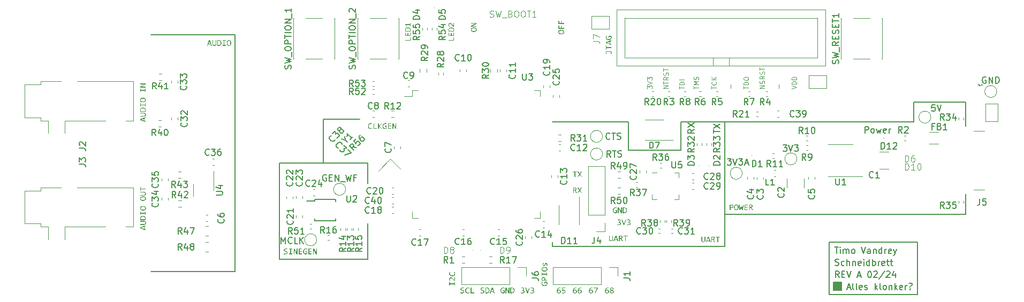
<source format=gbr>
%TF.GenerationSoftware,KiCad,Pcbnew,7.0.8*%
%TF.CreationDate,2024-02-04T20:23:02+01:00*%
%TF.ProjectId,schneidbrett,7363686e-6569-4646-9272-6574742e6b69,rev?*%
%TF.SameCoordinates,Original*%
%TF.FileFunction,Legend,Top*%
%TF.FilePolarity,Positive*%
%FSLAX46Y46*%
G04 Gerber Fmt 4.6, Leading zero omitted, Abs format (unit mm)*
G04 Created by KiCad (PCBNEW 7.0.8) date 2024-02-04 20:23:02*
%MOMM*%
%LPD*%
G01*
G04 APERTURE LIST*
%ADD10C,0.150000*%
%ADD11C,0.125000*%
%ADD12C,0.100000*%
%ADD13C,0.120000*%
%ADD14C,0.113500*%
G04 APERTURE END LIST*
D10*
X198120000Y-88900000D02*
X216535000Y-88900000D01*
X95885000Y-112565000D02*
X109220000Y-112565000D01*
X224790000Y-103505000D02*
X186690000Y-103505000D01*
X171450000Y-88900000D02*
X159385000Y-88900000D01*
X186690000Y-88900000D02*
X186690000Y-89535000D01*
X179705000Y-88900000D02*
X179705000Y-89535000D01*
X130175000Y-110660000D02*
X116205000Y-110660000D01*
X179705000Y-93345000D02*
X179705000Y-89535000D01*
X171450000Y-88900000D02*
X171450000Y-89535000D01*
X224790000Y-100330000D02*
X224790000Y-103505000D01*
X216535000Y-88900000D02*
X216535000Y-85725000D01*
X203200000Y-107950000D02*
X217170000Y-107950000D01*
X217170000Y-116205000D01*
X203200000Y-116205000D01*
X203200000Y-107950000D01*
X171450000Y-89535000D02*
X171450000Y-93345000D01*
X224790000Y-88900000D02*
X224790000Y-89535000D01*
X186690000Y-103505000D02*
X186690000Y-108585000D01*
X130175000Y-95420000D02*
X130175000Y-98595000D01*
X159385000Y-108585000D02*
X159385000Y-107950000D01*
X123190000Y-95420000D02*
X123190000Y-88435000D01*
X224790000Y-85725000D02*
X224790000Y-88900000D01*
X171450000Y-93345000D02*
X179705000Y-93345000D01*
X109220000Y-112565000D02*
X109220000Y-75100000D01*
X186690000Y-89535000D02*
X186690000Y-103505000D01*
X198120000Y-88900000D02*
X179705000Y-88900000D01*
X116205000Y-95420000D02*
X130175000Y-95420000D01*
X109220000Y-75100000D02*
X95885000Y-75100000D01*
X203835000Y-114300000D02*
X205105000Y-114300000D01*
X205105000Y-115570000D01*
X203835000Y-115570000D01*
X203835000Y-114300000D01*
G36*
X203835000Y-114300000D02*
G01*
X205105000Y-114300000D01*
X205105000Y-115570000D01*
X203835000Y-115570000D01*
X203835000Y-114300000D01*
G37*
X186690000Y-108585000D02*
X159385000Y-108585000D01*
X216535000Y-85725000D02*
X224790000Y-85725000D01*
X116205000Y-110660000D02*
X116205000Y-95420000D01*
X130175000Y-104945000D02*
X130175000Y-110660000D01*
X123190000Y-88435000D02*
X128905000Y-88435000D01*
G36*
X165733321Y-115249515D02*
G01*
X165637090Y-115249515D01*
X165627128Y-115249589D01*
X165617333Y-115249812D01*
X165602951Y-115250426D01*
X165588942Y-115251375D01*
X165575307Y-115252659D01*
X165562046Y-115254277D01*
X165549158Y-115256231D01*
X165536644Y-115258519D01*
X165524503Y-115261142D01*
X165512736Y-115264100D01*
X165501342Y-115267393D01*
X165497627Y-115268565D01*
X165486755Y-115272275D01*
X165476215Y-115276259D01*
X165466004Y-115280518D01*
X165456125Y-115285052D01*
X165446576Y-115289860D01*
X165437357Y-115294944D01*
X165428469Y-115300302D01*
X165419912Y-115305935D01*
X165411685Y-115311842D01*
X165403789Y-115318025D01*
X165398709Y-115322299D01*
X165391407Y-115328928D01*
X165384432Y-115335811D01*
X165375639Y-115345383D01*
X165367426Y-115355404D01*
X165359794Y-115365876D01*
X165352741Y-115376798D01*
X165347833Y-115385286D01*
X165343250Y-115394026D01*
X165338994Y-115403020D01*
X165337648Y-115406074D01*
X165333801Y-115415336D01*
X165330229Y-115424805D01*
X165326932Y-115434479D01*
X165323909Y-115444359D01*
X165321161Y-115454446D01*
X165318688Y-115464738D01*
X165316490Y-115475237D01*
X165314567Y-115485942D01*
X165312918Y-115496852D01*
X165311544Y-115507969D01*
X165310781Y-115515495D01*
X165308094Y-115550422D01*
X165319112Y-115543514D01*
X165327651Y-115538564D01*
X165336426Y-115533811D01*
X165345437Y-115529256D01*
X165354684Y-115524898D01*
X165364167Y-115520738D01*
X165373886Y-115516775D01*
X165383842Y-115513010D01*
X165394034Y-115509442D01*
X165404461Y-115506072D01*
X165407990Y-115504993D01*
X165418696Y-115501937D01*
X165429565Y-115499182D01*
X165440598Y-115496728D01*
X165451793Y-115494574D01*
X165463152Y-115492721D01*
X165474674Y-115491168D01*
X165486359Y-115489916D01*
X165498207Y-115488964D01*
X165510218Y-115488313D01*
X165522393Y-115487962D01*
X165530600Y-115487896D01*
X165543226Y-115488069D01*
X165555552Y-115488591D01*
X165567578Y-115489460D01*
X165579303Y-115490678D01*
X165590728Y-115492243D01*
X165601852Y-115494155D01*
X165612675Y-115496416D01*
X165623198Y-115499024D01*
X165633421Y-115501980D01*
X165643343Y-115505284D01*
X165649790Y-115507679D01*
X165659255Y-115511526D01*
X165668415Y-115515648D01*
X165677270Y-115520044D01*
X165688602Y-115526333D01*
X165699393Y-115533111D01*
X165709641Y-115540377D01*
X165719348Y-115548132D01*
X165728513Y-115556375D01*
X165735031Y-115562878D01*
X165743255Y-115571892D01*
X165750952Y-115581349D01*
X165758123Y-115591248D01*
X165764767Y-115601591D01*
X165770885Y-115612375D01*
X165776476Y-115623603D01*
X165781540Y-115635273D01*
X165786078Y-115647386D01*
X165789177Y-115656677D01*
X165791971Y-115666139D01*
X165794460Y-115675774D01*
X165796645Y-115685580D01*
X165798525Y-115695557D01*
X165800100Y-115705707D01*
X165801370Y-115716028D01*
X165802335Y-115726521D01*
X165802996Y-115737185D01*
X165803351Y-115748022D01*
X165803419Y-115755341D01*
X165803221Y-115766815D01*
X165802629Y-115778156D01*
X165801641Y-115789364D01*
X165800259Y-115800439D01*
X165798482Y-115811380D01*
X165796309Y-115822189D01*
X165793742Y-115832864D01*
X165790779Y-115843406D01*
X165787422Y-115853815D01*
X165783670Y-115864092D01*
X165780949Y-115870868D01*
X165776614Y-115880867D01*
X165771944Y-115890620D01*
X165766939Y-115900130D01*
X165761600Y-115909394D01*
X165755926Y-115918413D01*
X165749916Y-115927188D01*
X165743572Y-115935718D01*
X165736893Y-115944004D01*
X165729879Y-115952044D01*
X165722531Y-115959840D01*
X165717445Y-115964902D01*
X165709602Y-115972218D01*
X165701457Y-115979239D01*
X165693012Y-115985963D01*
X165684267Y-115992391D01*
X165675221Y-115998522D01*
X165665874Y-116004358D01*
X165656227Y-116009897D01*
X165646279Y-116015140D01*
X165636031Y-116020086D01*
X165625482Y-116024737D01*
X165618283Y-116027672D01*
X165607274Y-116031775D01*
X165596046Y-116035475D01*
X165584599Y-116038770D01*
X165572934Y-116041663D01*
X165561049Y-116044151D01*
X165548946Y-116046237D01*
X165536623Y-116047918D01*
X165524081Y-116049196D01*
X165511321Y-116050071D01*
X165498341Y-116050541D01*
X165489567Y-116050631D01*
X165475795Y-116050425D01*
X165462324Y-116049807D01*
X165449154Y-116048776D01*
X165436284Y-116047334D01*
X165423714Y-116045479D01*
X165411445Y-116043212D01*
X165399477Y-116040533D01*
X165387809Y-116037442D01*
X165376442Y-116033939D01*
X165365375Y-116030023D01*
X165358164Y-116027184D01*
X165347655Y-116022520D01*
X165337467Y-116017415D01*
X165327602Y-116011867D01*
X165318059Y-116005877D01*
X165308837Y-115999445D01*
X165299938Y-115992571D01*
X165291361Y-115985254D01*
X165283105Y-115977496D01*
X165275172Y-115969295D01*
X165267561Y-115960651D01*
X165262665Y-115954644D01*
X165255636Y-115945215D01*
X165248929Y-115935341D01*
X165242545Y-115925020D01*
X165236482Y-115914252D01*
X165230741Y-115903038D01*
X165225322Y-115891377D01*
X165220225Y-115879270D01*
X165215450Y-115866716D01*
X165210997Y-115853716D01*
X165206866Y-115840269D01*
X165204291Y-115831057D01*
X165200756Y-115816805D01*
X165198592Y-115807039D01*
X165196583Y-115797061D01*
X165194728Y-115786872D01*
X165193028Y-115776471D01*
X165191482Y-115765857D01*
X165190091Y-115755033D01*
X165188855Y-115743996D01*
X165187773Y-115732747D01*
X165186845Y-115721287D01*
X165186072Y-115709615D01*
X165185454Y-115697731D01*
X165184991Y-115685635D01*
X165184681Y-115673328D01*
X165184527Y-115660808D01*
X165184508Y-115654469D01*
X165184523Y-115652027D01*
X165308094Y-115652027D01*
X165308142Y-115662693D01*
X165308285Y-115673138D01*
X165308524Y-115683362D01*
X165308858Y-115693365D01*
X165309287Y-115703146D01*
X165310110Y-115717403D01*
X165311147Y-115731161D01*
X165312400Y-115744422D01*
X165313867Y-115757185D01*
X165315548Y-115769449D01*
X165317444Y-115781216D01*
X165319555Y-115792484D01*
X165320307Y-115796130D01*
X165322747Y-115806782D01*
X165325398Y-115817030D01*
X165328260Y-115826875D01*
X165331332Y-115836316D01*
X165335755Y-115848276D01*
X165340552Y-115859519D01*
X165345723Y-115870044D01*
X165351268Y-115879852D01*
X165357187Y-115888942D01*
X165363469Y-115897300D01*
X165370102Y-115905032D01*
X165377085Y-115912138D01*
X165384420Y-115918618D01*
X165394083Y-115925838D01*
X165404294Y-115932080D01*
X165415053Y-115937344D01*
X165417271Y-115938279D01*
X165428753Y-115942501D01*
X165438317Y-115945363D01*
X165448216Y-115947768D01*
X165458452Y-115949714D01*
X165469023Y-115951202D01*
X165479930Y-115952233D01*
X165491173Y-115952805D01*
X165499825Y-115952934D01*
X165511876Y-115952630D01*
X165523605Y-115951717D01*
X165535012Y-115950197D01*
X165546098Y-115948068D01*
X165556861Y-115945331D01*
X165567302Y-115941986D01*
X165571388Y-115940478D01*
X165581395Y-115936222D01*
X165590961Y-115931395D01*
X165600086Y-115925995D01*
X165608769Y-115920022D01*
X165617011Y-115913477D01*
X165624812Y-115906360D01*
X165627808Y-115903353D01*
X165634961Y-115895387D01*
X165641614Y-115886909D01*
X165647765Y-115877918D01*
X165653416Y-115868414D01*
X165658565Y-115858398D01*
X165663214Y-115847868D01*
X165664933Y-115843513D01*
X165668803Y-115832284D01*
X165672017Y-115820577D01*
X165674116Y-115810869D01*
X165675795Y-115800855D01*
X165677055Y-115790535D01*
X165677894Y-115779911D01*
X165678314Y-115768981D01*
X165678367Y-115763401D01*
X165678210Y-115753326D01*
X165677741Y-115743496D01*
X165676714Y-115731551D01*
X165675198Y-115719987D01*
X165673193Y-115708806D01*
X165670700Y-115698005D01*
X165668353Y-115689640D01*
X165665013Y-115679516D01*
X165661102Y-115669905D01*
X165656617Y-115660807D01*
X165651561Y-115652221D01*
X165645932Y-115644149D01*
X165639730Y-115636589D01*
X165637090Y-115633709D01*
X165630169Y-115626790D01*
X165622688Y-115620385D01*
X165614646Y-115614492D01*
X165606044Y-115609112D01*
X165596881Y-115604246D01*
X165587158Y-115599891D01*
X165583112Y-115598293D01*
X165572644Y-115594634D01*
X165561545Y-115591596D01*
X165549813Y-115589177D01*
X165539973Y-115587689D01*
X165529728Y-115586597D01*
X165519079Y-115585903D01*
X165508025Y-115585605D01*
X165505198Y-115585593D01*
X165493825Y-115585850D01*
X165484002Y-115586479D01*
X165474110Y-115587487D01*
X165464149Y-115588872D01*
X165454120Y-115590635D01*
X165452442Y-115590966D01*
X165442401Y-115593035D01*
X165432429Y-115595397D01*
X165422526Y-115598050D01*
X165412691Y-115600995D01*
X165402926Y-115604232D01*
X165399685Y-115605376D01*
X165390146Y-115608951D01*
X165380760Y-115612715D01*
X165371530Y-115616668D01*
X165362454Y-115620809D01*
X165353532Y-115625140D01*
X165350593Y-115626625D01*
X165340628Y-115631932D01*
X165331038Y-115637378D01*
X165321822Y-115642964D01*
X165312979Y-115648691D01*
X165308094Y-115652027D01*
X165184523Y-115652027D01*
X165184585Y-115641683D01*
X165184817Y-115628970D01*
X165185203Y-115616329D01*
X165185744Y-115603762D01*
X165186440Y-115591268D01*
X165187290Y-115578846D01*
X165188294Y-115566498D01*
X165189453Y-115554223D01*
X165190767Y-115542020D01*
X165192236Y-115529891D01*
X165193300Y-115521845D01*
X165195096Y-115509824D01*
X165197093Y-115497940D01*
X165199292Y-115486193D01*
X165201692Y-115474584D01*
X165204295Y-115463113D01*
X165207099Y-115451778D01*
X165210105Y-115440581D01*
X165213313Y-115429521D01*
X165216723Y-115418599D01*
X165220334Y-115407814D01*
X165222854Y-115400701D01*
X165226864Y-115390116D01*
X165231111Y-115379704D01*
X165235594Y-115369463D01*
X165240313Y-115359393D01*
X165245268Y-115349496D01*
X165250460Y-115339770D01*
X165255887Y-115330216D01*
X165261551Y-115320833D01*
X165267451Y-115311623D01*
X165273587Y-115302584D01*
X165277808Y-115296653D01*
X165284411Y-115287889D01*
X165291307Y-115279366D01*
X165298494Y-115271082D01*
X165305973Y-115263039D01*
X165313743Y-115255237D01*
X165321806Y-115247675D01*
X165330161Y-115240353D01*
X165338808Y-115233272D01*
X165347747Y-115226432D01*
X165356977Y-115219831D01*
X165363293Y-115215565D01*
X165373069Y-115209332D01*
X165383163Y-115203366D01*
X165393574Y-115197666D01*
X165404303Y-115192232D01*
X165415350Y-115187064D01*
X165426714Y-115182163D01*
X165438397Y-115177527D01*
X165450396Y-115173158D01*
X165462714Y-115169055D01*
X165475349Y-115165218D01*
X165483949Y-115162808D01*
X165497148Y-115159447D01*
X165510734Y-115156417D01*
X165524706Y-115153717D01*
X165539064Y-115151348D01*
X165548851Y-115149952D01*
X165558810Y-115148703D01*
X165568940Y-115147601D01*
X165579242Y-115146646D01*
X165589716Y-115145838D01*
X165600362Y-115145177D01*
X165611179Y-115144663D01*
X165622168Y-115144295D01*
X165633329Y-115144075D01*
X165644661Y-115144002D01*
X165733321Y-115144002D01*
X165733321Y-115249515D01*
G37*
G36*
X166556420Y-115257330D02*
G01*
X166180041Y-116035000D01*
X166043265Y-116035000D01*
X166434298Y-115257330D01*
X165949232Y-115257330D01*
X165949232Y-115144002D01*
X166556420Y-115144002D01*
X166556420Y-115257330D01*
G37*
G36*
X183579267Y-107642009D02*
G01*
X183579082Y-107655719D01*
X183578528Y-107669189D01*
X183577605Y-107682418D01*
X183576313Y-107695407D01*
X183574651Y-107708155D01*
X183572621Y-107720663D01*
X183570221Y-107732931D01*
X183567452Y-107744958D01*
X183564313Y-107756744D01*
X183560805Y-107768290D01*
X183558262Y-107775854D01*
X183554195Y-107786918D01*
X183549781Y-107797667D01*
X183545019Y-107808104D01*
X183539909Y-107818227D01*
X183534452Y-107828036D01*
X183528646Y-107837532D01*
X183522493Y-107846715D01*
X183515993Y-107855584D01*
X183509144Y-107864140D01*
X183501948Y-107872383D01*
X183496957Y-107877704D01*
X183489194Y-107885413D01*
X183481109Y-107892788D01*
X183472702Y-107899827D01*
X183463973Y-107906532D01*
X183454922Y-107912902D01*
X183445549Y-107918937D01*
X183435854Y-107924637D01*
X183425836Y-107930002D01*
X183415497Y-107935032D01*
X183404836Y-107939728D01*
X183397550Y-107942672D01*
X183386405Y-107946775D01*
X183374950Y-107950475D01*
X183363186Y-107953770D01*
X183351113Y-107956663D01*
X183338731Y-107959151D01*
X183326040Y-107961237D01*
X183313040Y-107962918D01*
X183299731Y-107964196D01*
X183286112Y-107965071D01*
X183272185Y-107965541D01*
X183262728Y-107965631D01*
X183252326Y-107965546D01*
X183242124Y-107965291D01*
X183232122Y-107964867D01*
X183222321Y-107964272D01*
X183207995Y-107963062D01*
X183194120Y-107961470D01*
X183180695Y-107959496D01*
X183167721Y-107957140D01*
X183155198Y-107954401D01*
X183143126Y-107951281D01*
X183131505Y-107947778D01*
X183120334Y-107943893D01*
X183109578Y-107939613D01*
X183099200Y-107935015D01*
X183089199Y-107930099D01*
X183079576Y-107924865D01*
X183070331Y-107919314D01*
X183061464Y-107913445D01*
X183052975Y-107907258D01*
X183044863Y-107900754D01*
X183037130Y-107893932D01*
X183029774Y-107886792D01*
X183025080Y-107881856D01*
X183018384Y-107874204D01*
X183012037Y-107866268D01*
X183006037Y-107858049D01*
X183000385Y-107849547D01*
X182995080Y-107840761D01*
X182990123Y-107831692D01*
X182985515Y-107822340D01*
X182981253Y-107812704D01*
X182977340Y-107802785D01*
X182973774Y-107792583D01*
X182971591Y-107785624D01*
X182968622Y-107774979D01*
X182965946Y-107764112D01*
X182963562Y-107753021D01*
X182961470Y-107741706D01*
X182959669Y-107730169D01*
X182958161Y-107718408D01*
X182956945Y-107706424D01*
X182956020Y-107694216D01*
X182955388Y-107681786D01*
X182955047Y-107669132D01*
X182954982Y-107660572D01*
X182954982Y-107059002D01*
X183077103Y-107059002D01*
X183077103Y-107651046D01*
X183077191Y-107660824D01*
X183077583Y-107673508D01*
X183078287Y-107685787D01*
X183079304Y-107697661D01*
X183080634Y-107709131D01*
X183082277Y-107720196D01*
X183084233Y-107730857D01*
X183086501Y-107741113D01*
X183087117Y-107743614D01*
X183089816Y-107753308D01*
X183092903Y-107762604D01*
X183097310Y-107773667D01*
X183102324Y-107784109D01*
X183107947Y-107793931D01*
X183114179Y-107803133D01*
X183119602Y-107810048D01*
X183127028Y-107818052D01*
X183135110Y-107825423D01*
X183143848Y-107832163D01*
X183153242Y-107838270D01*
X183163292Y-107843745D01*
X183173998Y-107848588D01*
X183178464Y-107850348D01*
X183187749Y-107853554D01*
X183197530Y-107856332D01*
X183207808Y-107858683D01*
X183218581Y-107860607D01*
X183229851Y-107862103D01*
X183241616Y-107863171D01*
X183253878Y-107863812D01*
X183266636Y-107864026D01*
X183278648Y-107863807D01*
X183290259Y-107863148D01*
X183301469Y-107862051D01*
X183312279Y-107860515D01*
X183322688Y-107858540D01*
X183332696Y-107856126D01*
X183342304Y-107853274D01*
X183351510Y-107849982D01*
X183364569Y-107844222D01*
X183376726Y-107837474D01*
X183387982Y-107829739D01*
X183398336Y-107821016D01*
X183407789Y-107811306D01*
X183410739Y-107807850D01*
X183419032Y-107796916D01*
X183426510Y-107785179D01*
X183433172Y-107772638D01*
X183439018Y-107759295D01*
X183442462Y-107749954D01*
X183445544Y-107740256D01*
X183448263Y-107730201D01*
X183450619Y-107719789D01*
X183452613Y-107709021D01*
X183454245Y-107697895D01*
X183455514Y-107686413D01*
X183456420Y-107674574D01*
X183456964Y-107662378D01*
X183457145Y-107649825D01*
X183457145Y-107059002D01*
X183579267Y-107059002D01*
X183579267Y-107642009D01*
G37*
G36*
X184415554Y-107950000D02*
G01*
X184282198Y-107950000D01*
X184219672Y-107762421D01*
X183845980Y-107762421D01*
X183782721Y-107950000D01*
X183655715Y-107950000D01*
X183755122Y-107653000D01*
X183881151Y-107653000D01*
X184184745Y-107653000D01*
X184032826Y-107171842D01*
X183881151Y-107653000D01*
X183755122Y-107653000D01*
X183953935Y-107059002D01*
X184121486Y-107059002D01*
X184415554Y-107950000D01*
G37*
G36*
X184789541Y-107059150D02*
G01*
X184803616Y-107059594D01*
X184817305Y-107060335D01*
X184830607Y-107061372D01*
X184843523Y-107062705D01*
X184856052Y-107064334D01*
X184868195Y-107066259D01*
X184879952Y-107068481D01*
X184891322Y-107070999D01*
X184902305Y-107073814D01*
X184909413Y-107075854D01*
X184919814Y-107079132D01*
X184929858Y-107082646D01*
X184939546Y-107086397D01*
X184948878Y-107090383D01*
X184957853Y-107094605D01*
X184969265Y-107100603D01*
X184980045Y-107107020D01*
X184990190Y-107113857D01*
X184999702Y-107121113D01*
X185001981Y-107122993D01*
X185010717Y-107130759D01*
X185018849Y-107138915D01*
X185026379Y-107147459D01*
X185033306Y-107156393D01*
X185039629Y-107165717D01*
X185045350Y-107175429D01*
X185050467Y-107185531D01*
X185054982Y-107196022D01*
X185058932Y-107206849D01*
X185062355Y-107217958D01*
X185065252Y-107229350D01*
X185067622Y-107241024D01*
X185069465Y-107252980D01*
X185070782Y-107265219D01*
X185071571Y-107277740D01*
X185071835Y-107290544D01*
X185071640Y-107300737D01*
X185071056Y-107310801D01*
X185070083Y-107320735D01*
X185068721Y-107330539D01*
X185066969Y-107340213D01*
X185064828Y-107349757D01*
X185061605Y-107361506D01*
X185059378Y-107368457D01*
X185055194Y-107379745D01*
X185050424Y-107390711D01*
X185045071Y-107401355D01*
X185039133Y-107411677D01*
X185032611Y-107421677D01*
X185025504Y-107431355D01*
X185022498Y-107435136D01*
X185014649Y-107444257D01*
X185006216Y-107452996D01*
X184999049Y-107459713D01*
X184991508Y-107466185D01*
X184983593Y-107472413D01*
X184975305Y-107478397D01*
X184966642Y-107484137D01*
X184962170Y-107486915D01*
X184952969Y-107492178D01*
X184943439Y-107497097D01*
X184933582Y-107501673D01*
X184923396Y-107505905D01*
X184912882Y-107509794D01*
X184902040Y-107513339D01*
X184890870Y-107516541D01*
X184879371Y-107519399D01*
X184888656Y-107523006D01*
X184897583Y-107527230D01*
X184906150Y-107532073D01*
X184914359Y-107537534D01*
X184922209Y-107543614D01*
X184929701Y-107550311D01*
X184936833Y-107557627D01*
X184943607Y-107565561D01*
X184950221Y-107574087D01*
X184956873Y-107583299D01*
X184963563Y-107593199D01*
X184970291Y-107603785D01*
X184975362Y-107612176D01*
X184980455Y-107620953D01*
X184985569Y-107630116D01*
X184990704Y-107639666D01*
X184995861Y-107649602D01*
X184997585Y-107653000D01*
X185139734Y-107950000D01*
X185001737Y-107950000D01*
X184867648Y-107660816D01*
X184862898Y-107650716D01*
X184858112Y-107641176D01*
X184853290Y-107632197D01*
X184847457Y-107622162D01*
X184841572Y-107612935D01*
X184836629Y-107605861D01*
X184830673Y-107598027D01*
X184823485Y-107589691D01*
X184816040Y-107582219D01*
X184808338Y-107575613D01*
X184802679Y-107571423D01*
X184793413Y-107565424D01*
X184783689Y-107560371D01*
X184773507Y-107556265D01*
X184762868Y-107553105D01*
X184753207Y-107550916D01*
X184743032Y-107549265D01*
X184732343Y-107548151D01*
X184721140Y-107547575D01*
X184714508Y-107547487D01*
X184656866Y-107547487D01*
X184656866Y-107950000D01*
X184534501Y-107950000D01*
X184534501Y-107160607D01*
X184656866Y-107160607D01*
X184656866Y-107449790D01*
X184755785Y-107449790D01*
X184766459Y-107449641D01*
X184776866Y-107449195D01*
X184787006Y-107448451D01*
X184796878Y-107447409D01*
X184808844Y-107445688D01*
X184820392Y-107443502D01*
X184831522Y-107440851D01*
X184833698Y-107440265D01*
X184844286Y-107436985D01*
X184854373Y-107433252D01*
X184863959Y-107429066D01*
X184873044Y-107424427D01*
X184881628Y-107419335D01*
X184889712Y-107413789D01*
X184892805Y-107411444D01*
X184901569Y-107403916D01*
X184909543Y-107395805D01*
X184916727Y-107387109D01*
X184923121Y-107377830D01*
X184928726Y-107367967D01*
X184930418Y-107364549D01*
X184934983Y-107353816D01*
X184938066Y-107344426D01*
X184940493Y-107334630D01*
X184942264Y-107324428D01*
X184943379Y-107313821D01*
X184943838Y-107302809D01*
X184943852Y-107300558D01*
X184943457Y-107287682D01*
X184942272Y-107275433D01*
X184940297Y-107263811D01*
X184937532Y-107252816D01*
X184933977Y-107242448D01*
X184929632Y-107232706D01*
X184924497Y-107223591D01*
X184918572Y-107215103D01*
X184911858Y-107207242D01*
X184904353Y-107200008D01*
X184898911Y-107195533D01*
X184890160Y-107189292D01*
X184880762Y-107183664D01*
X184870714Y-107178650D01*
X184860019Y-107174250D01*
X184848675Y-107170464D01*
X184836683Y-107167292D01*
X184824043Y-107164734D01*
X184810754Y-107162790D01*
X184796818Y-107161459D01*
X184782232Y-107160743D01*
X184772149Y-107160607D01*
X184656866Y-107160607D01*
X184534501Y-107160607D01*
X184534501Y-107059002D01*
X184775080Y-107059002D01*
X184789541Y-107059150D01*
G37*
G36*
X185901039Y-107164515D02*
G01*
X185635303Y-107164515D01*
X185635303Y-107950000D01*
X185511472Y-107950000D01*
X185511472Y-107164515D01*
X185245736Y-107164515D01*
X185245736Y-107059002D01*
X185901039Y-107059002D01*
X185901039Y-107164515D01*
G37*
D11*
X184571714Y-83666335D02*
X184571714Y-83237764D01*
X185321714Y-83452049D02*
X184571714Y-83452049D01*
X185250285Y-82559192D02*
X185286000Y-82594906D01*
X185286000Y-82594906D02*
X185321714Y-82702049D01*
X185321714Y-82702049D02*
X185321714Y-82773477D01*
X185321714Y-82773477D02*
X185286000Y-82880620D01*
X185286000Y-82880620D02*
X185214571Y-82952049D01*
X185214571Y-82952049D02*
X185143142Y-82987763D01*
X185143142Y-82987763D02*
X185000285Y-83023477D01*
X185000285Y-83023477D02*
X184893142Y-83023477D01*
X184893142Y-83023477D02*
X184750285Y-82987763D01*
X184750285Y-82987763D02*
X184678857Y-82952049D01*
X184678857Y-82952049D02*
X184607428Y-82880620D01*
X184607428Y-82880620D02*
X184571714Y-82773477D01*
X184571714Y-82773477D02*
X184571714Y-82702049D01*
X184571714Y-82702049D02*
X184607428Y-82594906D01*
X184607428Y-82594906D02*
X184643142Y-82559192D01*
X185321714Y-82237763D02*
X184571714Y-82237763D01*
X185321714Y-81809192D02*
X184893142Y-82130620D01*
X184571714Y-81809192D02*
X185000285Y-82237763D01*
D10*
G36*
X167849002Y-77672452D02*
G01*
X168472065Y-77672452D01*
X168482865Y-77672605D01*
X168493558Y-77673062D01*
X168504143Y-77673824D01*
X168514621Y-77674891D01*
X168524991Y-77676263D01*
X168535254Y-77677939D01*
X168545410Y-77679921D01*
X168555459Y-77682207D01*
X168565400Y-77684798D01*
X168575234Y-77687694D01*
X168581730Y-77689794D01*
X168591323Y-77693158D01*
X168600684Y-77696840D01*
X168609813Y-77700840D01*
X168618710Y-77705158D01*
X168627375Y-77709793D01*
X168635809Y-77714746D01*
X168646693Y-77721845D01*
X168657165Y-77729508D01*
X168667225Y-77737736D01*
X168672100Y-77742062D01*
X168681442Y-77751076D01*
X168688128Y-77758207D01*
X168694540Y-77765656D01*
X168700676Y-77773422D01*
X168706538Y-77781507D01*
X168712125Y-77789909D01*
X168717438Y-77798629D01*
X168722475Y-77807666D01*
X168727238Y-77817021D01*
X168731726Y-77826694D01*
X168733161Y-77829989D01*
X168737176Y-77840046D01*
X168740797Y-77850434D01*
X168744023Y-77861152D01*
X168746854Y-77872201D01*
X168749289Y-77883581D01*
X168751330Y-77895291D01*
X168752976Y-77907331D01*
X168754227Y-77919702D01*
X168755082Y-77932404D01*
X168755543Y-77945437D01*
X168755631Y-77954309D01*
X168755502Y-77964335D01*
X168755116Y-77974447D01*
X168754472Y-77984645D01*
X168753570Y-77994929D01*
X168752411Y-78005299D01*
X168751967Y-78008775D01*
X168750591Y-78019147D01*
X168749025Y-78029383D01*
X168747270Y-78039481D01*
X168745327Y-78049441D01*
X168743195Y-78059264D01*
X168742442Y-78062508D01*
X168740066Y-78072022D01*
X168737078Y-78082861D01*
X168733855Y-78093420D01*
X168730399Y-78103698D01*
X168727787Y-78110868D01*
X168723870Y-78120502D01*
X168719813Y-78129528D01*
X168715005Y-78139099D01*
X168710013Y-78147877D01*
X168708736Y-78149947D01*
X168587592Y-78149947D01*
X168594667Y-78139178D01*
X168601361Y-78128118D01*
X168607673Y-78116768D01*
X168612157Y-78108066D01*
X168616426Y-78099200D01*
X168620480Y-78090171D01*
X168624320Y-78080979D01*
X168627945Y-78071624D01*
X168631355Y-78062106D01*
X168633510Y-78055669D01*
X168636478Y-78045926D01*
X168639154Y-78036203D01*
X168641538Y-78026503D01*
X168643630Y-78016823D01*
X168645431Y-78007166D01*
X168647377Y-77994322D01*
X168648804Y-77981516D01*
X168649713Y-77968749D01*
X168650102Y-77956020D01*
X168650118Y-77952843D01*
X168649717Y-77939087D01*
X168648512Y-77925935D01*
X168646505Y-77913390D01*
X168643695Y-77901449D01*
X168640082Y-77890114D01*
X168635667Y-77879384D01*
X168630448Y-77869260D01*
X168624427Y-77859741D01*
X168617603Y-77850827D01*
X168609975Y-77842519D01*
X168604445Y-77837316D01*
X168595527Y-77830071D01*
X168585900Y-77823538D01*
X168575566Y-77817717D01*
X168564522Y-77812610D01*
X168552771Y-77808215D01*
X168540311Y-77804532D01*
X168527143Y-77801563D01*
X168513266Y-77799306D01*
X168498681Y-77797762D01*
X168488564Y-77797128D01*
X168478132Y-77796812D01*
X168472798Y-77796772D01*
X167954515Y-77796772D01*
X167954515Y-78138224D01*
X167849002Y-78138224D01*
X167849002Y-77672452D01*
G37*
G36*
X167954515Y-76791713D02*
G01*
X167954515Y-77057449D01*
X168740000Y-77057449D01*
X168740000Y-77181280D01*
X167954515Y-77181280D01*
X167954515Y-77447016D01*
X167849002Y-77447016D01*
X167849002Y-76791713D01*
X167954515Y-76791713D01*
G37*
G36*
X168740000Y-76103925D02*
G01*
X168552421Y-76166451D01*
X168552421Y-76540143D01*
X168740000Y-76603401D01*
X168740000Y-76730408D01*
X167849002Y-76432187D01*
X167849002Y-76353297D01*
X167961842Y-76353297D01*
X168443000Y-76504972D01*
X168443000Y-76201378D01*
X167961842Y-76353297D01*
X167849002Y-76353297D01*
X167849002Y-76264637D01*
X168740000Y-75970568D01*
X168740000Y-76103925D01*
G37*
G36*
X168005317Y-75277407D02*
G01*
X167999848Y-75286821D01*
X167994615Y-75296286D01*
X167989618Y-75305803D01*
X167984858Y-75315372D01*
X167980333Y-75324991D01*
X167976045Y-75334663D01*
X167971993Y-75344386D01*
X167968177Y-75354160D01*
X167964597Y-75363986D01*
X167961253Y-75373864D01*
X167959155Y-75380478D01*
X167956231Y-75390455D01*
X167953594Y-75400605D01*
X167951245Y-75410926D01*
X167949183Y-75421419D01*
X167947409Y-75432083D01*
X167945923Y-75442920D01*
X167944725Y-75453928D01*
X167943814Y-75465108D01*
X167943190Y-75476459D01*
X167942855Y-75487983D01*
X167942791Y-75495760D01*
X167943014Y-75508995D01*
X167943684Y-75521955D01*
X167944800Y-75534641D01*
X167946363Y-75547051D01*
X167948372Y-75559187D01*
X167950828Y-75571048D01*
X167953730Y-75582634D01*
X167957079Y-75593946D01*
X167960874Y-75604982D01*
X167965116Y-75615744D01*
X167968192Y-75622766D01*
X167973139Y-75633053D01*
X167978456Y-75643031D01*
X167984142Y-75652700D01*
X167990197Y-75662059D01*
X167996621Y-75671109D01*
X168003415Y-75679851D01*
X168010577Y-75688283D01*
X168018109Y-75696406D01*
X168026010Y-75704220D01*
X168034281Y-75711724D01*
X168040000Y-75716556D01*
X168048822Y-75723543D01*
X168057980Y-75730217D01*
X168067473Y-75736578D01*
X168077300Y-75742625D01*
X168087462Y-75748359D01*
X168097959Y-75753779D01*
X168108792Y-75758886D01*
X168119959Y-75763679D01*
X168131460Y-75768159D01*
X168143297Y-75772326D01*
X168151374Y-75774930D01*
X168163678Y-75778553D01*
X168176227Y-75781819D01*
X168189020Y-75784729D01*
X168202058Y-75787283D01*
X168215341Y-75789481D01*
X168228869Y-75791322D01*
X168242641Y-75792806D01*
X168256658Y-75793935D01*
X168270920Y-75794707D01*
X168285426Y-75795123D01*
X168295233Y-75795202D01*
X168305455Y-75795138D01*
X168315544Y-75794946D01*
X168325498Y-75794627D01*
X168335320Y-75794179D01*
X168349801Y-75793268D01*
X168363982Y-75792070D01*
X168377862Y-75790583D01*
X168391442Y-75788810D01*
X168404721Y-75786748D01*
X168417700Y-75784399D01*
X168430378Y-75781762D01*
X168442756Y-75778838D01*
X168454766Y-75775563D01*
X168466432Y-75771965D01*
X168477755Y-75768046D01*
X168488735Y-75763805D01*
X168499371Y-75759242D01*
X168509663Y-75754357D01*
X168519612Y-75749150D01*
X168529218Y-75743621D01*
X168538480Y-75737770D01*
X168547399Y-75731597D01*
X168553154Y-75727302D01*
X168561439Y-75720538D01*
X168569351Y-75713435D01*
X168576889Y-75705992D01*
X168584054Y-75698211D01*
X168590846Y-75690090D01*
X168597263Y-75681630D01*
X168603308Y-75672831D01*
X168608978Y-75663692D01*
X168614276Y-75654215D01*
X168619199Y-75644398D01*
X168622274Y-75637665D01*
X168626552Y-75627218D01*
X168630409Y-75616393D01*
X168633845Y-75605190D01*
X168636860Y-75593610D01*
X168639455Y-75581652D01*
X168641629Y-75569315D01*
X168643382Y-75556601D01*
X168644714Y-75543510D01*
X168645626Y-75530040D01*
X168646117Y-75516193D01*
X168646210Y-75506751D01*
X168646039Y-75496733D01*
X168645523Y-75486097D01*
X168644989Y-75478663D01*
X168643895Y-75468252D01*
X168642628Y-75457841D01*
X168641325Y-75448377D01*
X168639531Y-75438110D01*
X168637505Y-75428133D01*
X168635464Y-75419312D01*
X168632830Y-75409134D01*
X168629823Y-75399116D01*
X168628136Y-75394155D01*
X168349211Y-75394155D01*
X168349211Y-75577581D01*
X168247606Y-75577581D01*
X168247606Y-75273255D01*
X168701898Y-75273255D01*
X168706657Y-75283900D01*
X168710480Y-75292941D01*
X168714171Y-75302137D01*
X168717731Y-75311488D01*
X168721159Y-75320994D01*
X168724457Y-75330655D01*
X168725101Y-75332606D01*
X168728153Y-75342411D01*
X168731049Y-75352288D01*
X168733791Y-75362237D01*
X168736378Y-75372257D01*
X168738810Y-75382349D01*
X168741086Y-75392512D01*
X168741953Y-75396598D01*
X168744007Y-75406749D01*
X168745894Y-75416900D01*
X168747613Y-75427052D01*
X168749166Y-75437203D01*
X168750552Y-75447354D01*
X168751771Y-75457506D01*
X168752212Y-75461566D01*
X168753197Y-75471587D01*
X168754015Y-75481502D01*
X168754666Y-75491308D01*
X168755227Y-75502935D01*
X168755548Y-75514406D01*
X168755631Y-75523848D01*
X168755518Y-75535287D01*
X168755181Y-75546586D01*
X168754618Y-75557742D01*
X168753830Y-75568758D01*
X168752817Y-75579633D01*
X168751578Y-75590366D01*
X168750115Y-75600958D01*
X168748426Y-75611409D01*
X168746512Y-75621719D01*
X168744373Y-75631887D01*
X168742009Y-75641915D01*
X168739419Y-75651801D01*
X168736605Y-75661546D01*
X168733565Y-75671149D01*
X168730300Y-75680612D01*
X168726810Y-75689933D01*
X168723099Y-75699068D01*
X168719170Y-75708034D01*
X168712869Y-75721164D01*
X168706078Y-75733911D01*
X168698798Y-75746277D01*
X168691029Y-75758260D01*
X168682770Y-75769861D01*
X168674021Y-75781081D01*
X168664784Y-75791918D01*
X168655056Y-75802373D01*
X168644840Y-75812446D01*
X168641325Y-75815718D01*
X168630456Y-75825217D01*
X168619097Y-75834294D01*
X168607249Y-75842951D01*
X168599079Y-75848488D01*
X168590690Y-75853839D01*
X168582085Y-75859002D01*
X168573261Y-75863979D01*
X168564220Y-75868768D01*
X168554962Y-75873371D01*
X168545486Y-75877786D01*
X168535793Y-75882014D01*
X168525882Y-75886056D01*
X168515754Y-75889910D01*
X168505408Y-75893578D01*
X168500153Y-75895341D01*
X168489486Y-75898684D01*
X168478610Y-75901810D01*
X168467527Y-75904721D01*
X168456235Y-75907416D01*
X168444736Y-75909896D01*
X168433028Y-75912160D01*
X168421113Y-75914208D01*
X168408989Y-75916041D01*
X168396658Y-75917658D01*
X168384119Y-75919060D01*
X168371371Y-75920246D01*
X168358416Y-75921216D01*
X168345252Y-75921971D01*
X168331881Y-75922510D01*
X168318302Y-75922833D01*
X168304515Y-75922941D01*
X168290775Y-75922821D01*
X168277217Y-75922460D01*
X168263839Y-75921859D01*
X168250644Y-75921017D01*
X168237629Y-75919936D01*
X168224796Y-75918613D01*
X168212144Y-75917050D01*
X168199673Y-75915247D01*
X168187384Y-75913204D01*
X168175276Y-75910920D01*
X168163349Y-75908395D01*
X168151603Y-75905630D01*
X168140039Y-75902625D01*
X168128656Y-75899379D01*
X168117454Y-75895893D01*
X168106434Y-75892166D01*
X168095578Y-75888192D01*
X168084933Y-75884022D01*
X168074497Y-75879658D01*
X168064271Y-75875100D01*
X168054255Y-75870347D01*
X168044449Y-75865399D01*
X168034853Y-75860256D01*
X168025467Y-75854919D01*
X168016291Y-75849388D01*
X168007324Y-75843661D01*
X167998568Y-75837740D01*
X167990021Y-75831625D01*
X167981685Y-75825314D01*
X167973558Y-75818809D01*
X167965641Y-75812110D01*
X167957934Y-75805216D01*
X167950445Y-75798136D01*
X167943184Y-75790878D01*
X167936150Y-75783443D01*
X167929342Y-75775830D01*
X167922762Y-75768040D01*
X167916409Y-75760073D01*
X167910283Y-75751928D01*
X167904384Y-75743606D01*
X167898712Y-75735106D01*
X167893267Y-75726428D01*
X167888049Y-75717574D01*
X167883058Y-75708541D01*
X167878295Y-75699332D01*
X167873758Y-75689945D01*
X167869448Y-75680380D01*
X167865366Y-75670638D01*
X167861491Y-75660744D01*
X167857867Y-75650725D01*
X167854492Y-75640579D01*
X167851368Y-75630307D01*
X167848493Y-75619910D01*
X167845868Y-75609386D01*
X167843494Y-75598737D01*
X167841369Y-75587962D01*
X167839494Y-75577061D01*
X167837869Y-75566033D01*
X167836495Y-75554880D01*
X167835370Y-75543601D01*
X167834495Y-75532196D01*
X167833870Y-75520665D01*
X167833495Y-75509008D01*
X167833370Y-75497226D01*
X167833477Y-75485922D01*
X167833799Y-75474726D01*
X167834336Y-75463637D01*
X167835087Y-75452655D01*
X167836053Y-75441781D01*
X167837234Y-75431014D01*
X167838629Y-75420354D01*
X167840239Y-75409802D01*
X167842064Y-75399357D01*
X167844103Y-75389019D01*
X167845582Y-75382187D01*
X167847955Y-75371970D01*
X167850585Y-75361834D01*
X167853473Y-75351780D01*
X167856619Y-75341807D01*
X167860022Y-75331916D01*
X167863683Y-75322106D01*
X167867601Y-75312378D01*
X167871777Y-75302732D01*
X167876211Y-75293167D01*
X167880902Y-75283684D01*
X167884173Y-75277407D01*
X168005317Y-75277407D01*
G37*
D11*
X177701714Y-83559192D02*
X176951714Y-83559192D01*
X176951714Y-83559192D02*
X177701714Y-83130621D01*
X177701714Y-83130621D02*
X176951714Y-83130621D01*
X176951714Y-82880621D02*
X176951714Y-82452050D01*
X177701714Y-82666335D02*
X176951714Y-82666335D01*
X177701714Y-81773478D02*
X177344571Y-82023478D01*
X177701714Y-82202049D02*
X176951714Y-82202049D01*
X176951714Y-82202049D02*
X176951714Y-81916335D01*
X176951714Y-81916335D02*
X176987428Y-81844906D01*
X176987428Y-81844906D02*
X177023142Y-81809192D01*
X177023142Y-81809192D02*
X177094571Y-81773478D01*
X177094571Y-81773478D02*
X177201714Y-81773478D01*
X177201714Y-81773478D02*
X177273142Y-81809192D01*
X177273142Y-81809192D02*
X177308857Y-81844906D01*
X177308857Y-81844906D02*
X177344571Y-81916335D01*
X177344571Y-81916335D02*
X177344571Y-82202049D01*
X177666000Y-81487763D02*
X177701714Y-81380621D01*
X177701714Y-81380621D02*
X177701714Y-81202049D01*
X177701714Y-81202049D02*
X177666000Y-81130621D01*
X177666000Y-81130621D02*
X177630285Y-81094906D01*
X177630285Y-81094906D02*
X177558857Y-81059192D01*
X177558857Y-81059192D02*
X177487428Y-81059192D01*
X177487428Y-81059192D02*
X177416000Y-81094906D01*
X177416000Y-81094906D02*
X177380285Y-81130621D01*
X177380285Y-81130621D02*
X177344571Y-81202049D01*
X177344571Y-81202049D02*
X177308857Y-81344906D01*
X177308857Y-81344906D02*
X177273142Y-81416335D01*
X177273142Y-81416335D02*
X177237428Y-81452049D01*
X177237428Y-81452049D02*
X177166000Y-81487763D01*
X177166000Y-81487763D02*
X177094571Y-81487763D01*
X177094571Y-81487763D02*
X177023142Y-81452049D01*
X177023142Y-81452049D02*
X176987428Y-81416335D01*
X176987428Y-81416335D02*
X176951714Y-81344906D01*
X176951714Y-81344906D02*
X176951714Y-81166335D01*
X176951714Y-81166335D02*
X176987428Y-81059192D01*
X176951714Y-80844906D02*
X176951714Y-80416335D01*
X177701714Y-80630620D02*
X176951714Y-80630620D01*
X181751073Y-83666335D02*
X181751073Y-83237764D01*
X182501073Y-83452049D02*
X181751073Y-83452049D01*
X182501073Y-82987763D02*
X181751073Y-82987763D01*
X181751073Y-82987763D02*
X182286787Y-82737763D01*
X182286787Y-82737763D02*
X181751073Y-82487763D01*
X181751073Y-82487763D02*
X182501073Y-82487763D01*
X182465359Y-82166334D02*
X182501073Y-82059192D01*
X182501073Y-82059192D02*
X182501073Y-81880620D01*
X182501073Y-81880620D02*
X182465359Y-81809192D01*
X182465359Y-81809192D02*
X182429644Y-81773477D01*
X182429644Y-81773477D02*
X182358216Y-81737763D01*
X182358216Y-81737763D02*
X182286787Y-81737763D01*
X182286787Y-81737763D02*
X182215359Y-81773477D01*
X182215359Y-81773477D02*
X182179644Y-81809192D01*
X182179644Y-81809192D02*
X182143930Y-81880620D01*
X182143930Y-81880620D02*
X182108216Y-82023477D01*
X182108216Y-82023477D02*
X182072501Y-82094906D01*
X182072501Y-82094906D02*
X182036787Y-82130620D01*
X182036787Y-82130620D02*
X181965359Y-82166334D01*
X181965359Y-82166334D02*
X181893930Y-82166334D01*
X181893930Y-82166334D02*
X181822501Y-82130620D01*
X181822501Y-82130620D02*
X181786787Y-82094906D01*
X181786787Y-82094906D02*
X181751073Y-82023477D01*
X181751073Y-82023477D02*
X181751073Y-81844906D01*
X181751073Y-81844906D02*
X181786787Y-81737763D01*
D10*
G36*
X130858391Y-89976552D02*
G01*
X130844886Y-89981284D01*
X130831299Y-89985711D01*
X130817630Y-89989833D01*
X130803879Y-89993649D01*
X130790046Y-89997160D01*
X130776131Y-90000366D01*
X130762134Y-90003266D01*
X130748054Y-90005861D01*
X130733893Y-90008151D01*
X130719650Y-90010136D01*
X130705324Y-90011815D01*
X130690917Y-90013189D01*
X130676427Y-90014257D01*
X130661856Y-90015020D01*
X130647202Y-90015478D01*
X130632466Y-90015631D01*
X130620661Y-90015520D01*
X130609028Y-90015186D01*
X130597567Y-90014631D01*
X130586278Y-90013853D01*
X130575161Y-90012852D01*
X130564217Y-90011630D01*
X130553444Y-90010185D01*
X130542844Y-90008517D01*
X130532417Y-90006628D01*
X130522161Y-90004516D01*
X130512078Y-90002182D01*
X130502167Y-89999626D01*
X130492428Y-89996847D01*
X130482861Y-89993846D01*
X130473466Y-89990622D01*
X130464244Y-89987177D01*
X130446316Y-89979619D01*
X130429077Y-89971171D01*
X130412527Y-89961835D01*
X130396665Y-89951609D01*
X130381493Y-89940494D01*
X130367009Y-89928490D01*
X130353214Y-89915596D01*
X130340108Y-89901814D01*
X130327774Y-89887130D01*
X130316237Y-89871593D01*
X130305495Y-89855203D01*
X130300422Y-89846688D01*
X130295549Y-89837960D01*
X130290874Y-89829018D01*
X130286398Y-89819864D01*
X130282121Y-89810496D01*
X130278043Y-89800915D01*
X130274164Y-89791121D01*
X130270484Y-89781113D01*
X130267003Y-89770892D01*
X130263721Y-89760458D01*
X130260637Y-89749811D01*
X130257753Y-89738951D01*
X130255068Y-89727877D01*
X130252581Y-89716590D01*
X130250293Y-89705090D01*
X130248205Y-89693376D01*
X130246315Y-89681450D01*
X130244624Y-89669310D01*
X130243132Y-89656957D01*
X130241839Y-89644391D01*
X130240745Y-89631611D01*
X130239850Y-89618618D01*
X130239154Y-89605412D01*
X130238656Y-89591993D01*
X130238358Y-89578360D01*
X130238258Y-89564515D01*
X130238368Y-89551071D01*
X130238697Y-89537789D01*
X130239246Y-89524670D01*
X130240014Y-89511712D01*
X130241001Y-89498917D01*
X130242208Y-89486284D01*
X130243635Y-89473814D01*
X130245280Y-89461505D01*
X130247146Y-89449359D01*
X130249230Y-89437375D01*
X130251534Y-89425553D01*
X130254058Y-89413893D01*
X130256801Y-89402395D01*
X130259763Y-89391060D01*
X130262945Y-89379887D01*
X130266346Y-89368876D01*
X130269952Y-89358050D01*
X130273746Y-89347432D01*
X130277729Y-89337022D01*
X130281902Y-89326820D01*
X130286263Y-89316826D01*
X130290813Y-89307041D01*
X130295551Y-89297463D01*
X130300479Y-89288093D01*
X130305596Y-89278931D01*
X130310902Y-89269977D01*
X130316396Y-89261231D01*
X130322079Y-89252693D01*
X130327952Y-89244363D01*
X130334013Y-89236241D01*
X130340263Y-89228327D01*
X130346702Y-89220621D01*
X130353321Y-89213098D01*
X130360109Y-89205794D01*
X130367067Y-89198710D01*
X130374195Y-89191846D01*
X130381493Y-89185201D01*
X130388960Y-89178775D01*
X130396597Y-89172569D01*
X130404405Y-89166582D01*
X130412382Y-89160814D01*
X130420528Y-89155267D01*
X130428845Y-89149938D01*
X130437332Y-89144829D01*
X130445988Y-89139939D01*
X130454814Y-89135269D01*
X130463810Y-89130818D01*
X130472976Y-89126587D01*
X130482327Y-89122565D01*
X130491817Y-89118802D01*
X130501446Y-89115298D01*
X130511215Y-89112055D01*
X130521123Y-89109070D01*
X130531170Y-89106345D01*
X130541357Y-89103880D01*
X130551683Y-89101674D01*
X130562148Y-89099728D01*
X130572753Y-89098041D01*
X130583497Y-89096614D01*
X130594380Y-89095446D01*
X130605402Y-89094538D01*
X130616564Y-89093889D01*
X130627865Y-89093500D01*
X130639305Y-89093370D01*
X130650949Y-89093480D01*
X130662435Y-89093808D01*
X130673761Y-89094355D01*
X130684929Y-89095122D01*
X130695938Y-89096107D01*
X130706788Y-89097311D01*
X130717479Y-89098735D01*
X130728011Y-89100377D01*
X130738385Y-89102238D01*
X130748599Y-89104318D01*
X130755321Y-89105826D01*
X130765357Y-89108280D01*
X130775316Y-89110970D01*
X130785198Y-89113896D01*
X130795002Y-89117058D01*
X130804730Y-89120456D01*
X130814380Y-89124090D01*
X130823952Y-89127961D01*
X130833448Y-89132067D01*
X130842866Y-89136410D01*
X130852207Y-89140989D01*
X130858391Y-89144173D01*
X130858391Y-89265317D01*
X130849245Y-89259721D01*
X130840036Y-89254383D01*
X130830761Y-89249303D01*
X130821423Y-89244480D01*
X130812019Y-89239915D01*
X130802552Y-89235607D01*
X130793020Y-89231557D01*
X130783424Y-89227765D01*
X130773763Y-89224230D01*
X130764038Y-89220953D01*
X130757519Y-89218911D01*
X130747635Y-89216030D01*
X130737583Y-89213433D01*
X130727364Y-89211118D01*
X130716978Y-89209088D01*
X130706424Y-89207340D01*
X130695703Y-89205876D01*
X130684815Y-89204696D01*
X130673759Y-89203798D01*
X130662535Y-89203184D01*
X130651144Y-89202854D01*
X130643457Y-89202791D01*
X130631701Y-89202999D01*
X130620156Y-89203624D01*
X130608821Y-89204665D01*
X130597696Y-89206122D01*
X130586782Y-89207997D01*
X130576078Y-89210287D01*
X130565584Y-89212994D01*
X130555301Y-89216117D01*
X130545228Y-89219657D01*
X130535366Y-89223614D01*
X130528907Y-89226482D01*
X130519471Y-89231113D01*
X130510306Y-89236122D01*
X130501411Y-89241509D01*
X130492786Y-89247274D01*
X130484432Y-89253416D01*
X130476348Y-89259936D01*
X130468535Y-89266834D01*
X130460993Y-89274110D01*
X130453720Y-89281763D01*
X130446719Y-89289795D01*
X130442201Y-89295359D01*
X130435659Y-89304005D01*
X130429404Y-89312999D01*
X130423437Y-89322340D01*
X130417758Y-89332030D01*
X130412366Y-89342067D01*
X130407262Y-89352452D01*
X130402446Y-89363184D01*
X130397917Y-89374265D01*
X130393676Y-89385693D01*
X130389722Y-89397469D01*
X130387247Y-89405512D01*
X130383798Y-89417855D01*
X130380689Y-89430520D01*
X130377919Y-89443506D01*
X130375489Y-89456815D01*
X130373397Y-89470445D01*
X130371645Y-89484398D01*
X130370231Y-89498673D01*
X130369157Y-89513269D01*
X130368630Y-89523179D01*
X130368253Y-89533232D01*
X130368027Y-89543429D01*
X130367951Y-89553768D01*
X130368021Y-89564614D01*
X130368228Y-89575292D01*
X130368574Y-89585802D01*
X130369058Y-89596144D01*
X130369681Y-89606318D01*
X130370441Y-89616325D01*
X130371341Y-89626163D01*
X130373554Y-89645336D01*
X130376321Y-89663837D01*
X130379641Y-89681667D01*
X130383515Y-89698825D01*
X130387942Y-89715312D01*
X130392922Y-89731126D01*
X130398455Y-89746269D01*
X130404542Y-89760741D01*
X130411183Y-89774540D01*
X130418377Y-89787669D01*
X130426124Y-89800125D01*
X130434424Y-89811910D01*
X130438782Y-89817550D01*
X130447892Y-89828286D01*
X130457516Y-89838330D01*
X130467653Y-89847681D01*
X130478303Y-89856339D01*
X130489467Y-89864304D01*
X130501144Y-89871577D01*
X130513334Y-89878158D01*
X130526038Y-89884045D01*
X130539254Y-89889240D01*
X130552984Y-89893742D01*
X130567228Y-89897552D01*
X130581984Y-89900669D01*
X130597254Y-89903093D01*
X130613038Y-89904825D01*
X130629334Y-89905864D01*
X130646144Y-89906210D01*
X130656952Y-89906103D01*
X130667671Y-89905781D01*
X130678299Y-89905244D01*
X130688837Y-89904493D01*
X130699285Y-89903527D01*
X130709642Y-89902346D01*
X130719910Y-89900951D01*
X130730087Y-89899341D01*
X130740174Y-89897516D01*
X130750171Y-89895477D01*
X130756786Y-89893998D01*
X130766685Y-89891577D01*
X130776507Y-89888983D01*
X130786251Y-89886219D01*
X130795918Y-89883282D01*
X130805508Y-89880174D01*
X130815021Y-89876893D01*
X130824456Y-89873442D01*
X130833814Y-89869818D01*
X130843095Y-89866023D01*
X130852298Y-89862056D01*
X130858391Y-89859316D01*
X130858391Y-89976552D01*
G37*
G36*
X131620429Y-90000000D02*
G01*
X131103855Y-90000000D01*
X131103855Y-89109002D01*
X131228175Y-89109002D01*
X131228175Y-89894487D01*
X131620429Y-89894487D01*
X131620429Y-90000000D01*
G37*
G36*
X132432048Y-90000000D02*
G01*
X132278175Y-90000000D01*
X131942096Y-89563049D01*
X131942096Y-90000000D01*
X131819975Y-90000000D01*
X131819975Y-89109002D01*
X131942096Y-89109002D01*
X131942096Y-89522749D01*
X132271336Y-89109002D01*
X132416172Y-89109002D01*
X132061775Y-89532274D01*
X132432048Y-90000000D01*
G37*
G36*
X133172592Y-89265317D02*
G01*
X133163178Y-89259848D01*
X133153713Y-89254615D01*
X133144196Y-89249618D01*
X133134627Y-89244858D01*
X133125008Y-89240333D01*
X133115336Y-89236045D01*
X133105613Y-89231993D01*
X133095839Y-89228177D01*
X133086013Y-89224597D01*
X133076135Y-89221253D01*
X133069521Y-89219155D01*
X133059544Y-89216231D01*
X133049394Y-89213594D01*
X133039073Y-89211245D01*
X133028580Y-89209183D01*
X133017916Y-89207409D01*
X133007079Y-89205923D01*
X132996071Y-89204725D01*
X132984891Y-89203814D01*
X132973540Y-89203190D01*
X132962016Y-89202855D01*
X132954239Y-89202791D01*
X132941004Y-89203014D01*
X132928044Y-89203684D01*
X132915358Y-89204800D01*
X132902948Y-89206363D01*
X132890812Y-89208372D01*
X132878951Y-89210828D01*
X132867365Y-89213730D01*
X132856053Y-89217079D01*
X132845017Y-89220874D01*
X132834255Y-89225116D01*
X132827233Y-89228192D01*
X132816946Y-89233139D01*
X132806968Y-89238456D01*
X132797299Y-89244142D01*
X132787940Y-89250197D01*
X132778890Y-89256621D01*
X132770148Y-89263415D01*
X132761716Y-89270577D01*
X132753593Y-89278109D01*
X132745779Y-89286010D01*
X132738275Y-89294281D01*
X132733443Y-89300000D01*
X132726456Y-89308822D01*
X132719782Y-89317980D01*
X132713421Y-89327473D01*
X132707374Y-89337300D01*
X132701640Y-89347462D01*
X132696220Y-89357959D01*
X132691113Y-89368792D01*
X132686320Y-89379959D01*
X132681840Y-89391460D01*
X132677673Y-89403297D01*
X132675069Y-89411374D01*
X132671446Y-89423678D01*
X132668180Y-89436227D01*
X132665270Y-89449020D01*
X132662716Y-89462058D01*
X132660518Y-89475341D01*
X132658677Y-89488869D01*
X132657193Y-89502641D01*
X132656064Y-89516658D01*
X132655292Y-89530920D01*
X132654876Y-89545426D01*
X132654797Y-89555233D01*
X132654861Y-89565455D01*
X132655053Y-89575544D01*
X132655372Y-89585498D01*
X132655820Y-89595320D01*
X132656731Y-89609801D01*
X132657929Y-89623982D01*
X132659416Y-89637862D01*
X132661189Y-89651442D01*
X132663251Y-89664721D01*
X132665600Y-89677700D01*
X132668237Y-89690378D01*
X132671161Y-89702756D01*
X132674436Y-89714766D01*
X132678034Y-89726432D01*
X132681953Y-89737755D01*
X132686194Y-89748735D01*
X132690757Y-89759371D01*
X132695642Y-89769663D01*
X132700849Y-89779612D01*
X132706378Y-89789218D01*
X132712229Y-89798480D01*
X132718402Y-89807399D01*
X132722697Y-89813154D01*
X132729461Y-89821439D01*
X132736564Y-89829351D01*
X132744007Y-89836889D01*
X132751788Y-89844054D01*
X132759909Y-89850846D01*
X132768369Y-89857263D01*
X132777168Y-89863308D01*
X132786307Y-89868978D01*
X132795784Y-89874276D01*
X132805601Y-89879199D01*
X132812334Y-89882274D01*
X132822781Y-89886552D01*
X132833606Y-89890409D01*
X132844809Y-89893845D01*
X132856389Y-89896860D01*
X132868347Y-89899455D01*
X132880684Y-89901629D01*
X132893398Y-89903382D01*
X132906489Y-89904714D01*
X132919959Y-89905626D01*
X132933806Y-89906117D01*
X132943248Y-89906210D01*
X132953266Y-89906039D01*
X132963902Y-89905523D01*
X132971336Y-89904989D01*
X132981747Y-89903895D01*
X132992158Y-89902628D01*
X133001622Y-89901325D01*
X133011889Y-89899531D01*
X133021866Y-89897505D01*
X133030687Y-89895464D01*
X133040865Y-89892830D01*
X133050883Y-89889823D01*
X133055844Y-89888136D01*
X133055844Y-89609211D01*
X132872418Y-89609211D01*
X132872418Y-89507606D01*
X133176744Y-89507606D01*
X133176744Y-89961898D01*
X133166099Y-89966657D01*
X133157058Y-89970480D01*
X133147862Y-89974171D01*
X133138511Y-89977731D01*
X133129005Y-89981159D01*
X133119344Y-89984457D01*
X133117393Y-89985101D01*
X133107588Y-89988153D01*
X133097711Y-89991049D01*
X133087762Y-89993791D01*
X133077742Y-89996378D01*
X133067650Y-89998810D01*
X133057487Y-90001086D01*
X133053401Y-90001953D01*
X133043250Y-90004007D01*
X133033099Y-90005894D01*
X133022947Y-90007613D01*
X133012796Y-90009166D01*
X133002645Y-90010552D01*
X132992493Y-90011771D01*
X132988433Y-90012212D01*
X132978412Y-90013197D01*
X132968497Y-90014015D01*
X132958691Y-90014666D01*
X132947064Y-90015227D01*
X132935593Y-90015548D01*
X132926151Y-90015631D01*
X132914712Y-90015518D01*
X132903413Y-90015181D01*
X132892257Y-90014618D01*
X132881241Y-90013830D01*
X132870366Y-90012817D01*
X132859633Y-90011578D01*
X132849041Y-90010115D01*
X132838590Y-90008426D01*
X132828280Y-90006512D01*
X132818112Y-90004373D01*
X132808084Y-90002009D01*
X132798198Y-89999419D01*
X132788453Y-89996605D01*
X132778850Y-89993565D01*
X132769387Y-89990300D01*
X132760066Y-89986810D01*
X132750931Y-89983099D01*
X132741965Y-89979170D01*
X132728835Y-89972869D01*
X132716088Y-89966078D01*
X132703722Y-89958798D01*
X132691739Y-89951029D01*
X132680138Y-89942770D01*
X132668918Y-89934021D01*
X132658081Y-89924784D01*
X132647626Y-89915056D01*
X132637553Y-89904840D01*
X132634281Y-89901325D01*
X132624782Y-89890456D01*
X132615705Y-89879097D01*
X132607048Y-89867249D01*
X132601511Y-89859079D01*
X132596160Y-89850690D01*
X132590997Y-89842085D01*
X132586020Y-89833261D01*
X132581231Y-89824220D01*
X132576628Y-89814962D01*
X132572213Y-89805486D01*
X132567985Y-89795793D01*
X132563943Y-89785882D01*
X132560089Y-89775754D01*
X132556421Y-89765408D01*
X132554658Y-89760153D01*
X132551315Y-89749486D01*
X132548189Y-89738610D01*
X132545278Y-89727527D01*
X132542583Y-89716235D01*
X132540103Y-89704736D01*
X132537839Y-89693028D01*
X132535791Y-89681113D01*
X132533958Y-89668989D01*
X132532341Y-89656658D01*
X132530939Y-89644119D01*
X132529753Y-89631371D01*
X132528783Y-89618416D01*
X132528028Y-89605252D01*
X132527489Y-89591881D01*
X132527166Y-89578302D01*
X132527058Y-89564515D01*
X132527178Y-89550775D01*
X132527539Y-89537217D01*
X132528140Y-89523839D01*
X132528982Y-89510644D01*
X132530063Y-89497629D01*
X132531386Y-89484796D01*
X132532949Y-89472144D01*
X132534752Y-89459673D01*
X132536795Y-89447384D01*
X132539079Y-89435276D01*
X132541604Y-89423349D01*
X132544369Y-89411603D01*
X132547374Y-89400039D01*
X132550620Y-89388656D01*
X132554106Y-89377454D01*
X132557833Y-89366434D01*
X132561807Y-89355578D01*
X132565977Y-89344933D01*
X132570341Y-89334497D01*
X132574899Y-89324271D01*
X132579652Y-89314255D01*
X132584600Y-89304449D01*
X132589743Y-89294853D01*
X132595080Y-89285467D01*
X132600611Y-89276291D01*
X132606338Y-89267324D01*
X132612259Y-89258568D01*
X132618374Y-89250021D01*
X132624685Y-89241685D01*
X132631190Y-89233558D01*
X132637889Y-89225641D01*
X132644783Y-89217934D01*
X132651863Y-89210445D01*
X132659121Y-89203184D01*
X132666556Y-89196150D01*
X132674169Y-89189342D01*
X132681959Y-89182762D01*
X132689926Y-89176409D01*
X132698071Y-89170283D01*
X132706393Y-89164384D01*
X132714893Y-89158712D01*
X132723571Y-89153267D01*
X132732425Y-89148049D01*
X132741458Y-89143058D01*
X132750667Y-89138295D01*
X132760054Y-89133758D01*
X132769619Y-89129448D01*
X132779361Y-89125366D01*
X132789255Y-89121491D01*
X132799274Y-89117867D01*
X132809420Y-89114492D01*
X132819692Y-89111368D01*
X132830089Y-89108493D01*
X132840613Y-89105868D01*
X132851262Y-89103494D01*
X132862037Y-89101369D01*
X132872938Y-89099494D01*
X132883966Y-89097869D01*
X132895119Y-89096495D01*
X132906398Y-89095370D01*
X132917803Y-89094495D01*
X132929334Y-89093870D01*
X132940991Y-89093495D01*
X132952773Y-89093370D01*
X132964077Y-89093477D01*
X132975273Y-89093799D01*
X132986362Y-89094336D01*
X132997344Y-89095087D01*
X133008218Y-89096053D01*
X133018985Y-89097234D01*
X133029645Y-89098629D01*
X133040197Y-89100239D01*
X133050642Y-89102064D01*
X133060980Y-89104103D01*
X133067812Y-89105582D01*
X133078029Y-89107955D01*
X133088165Y-89110585D01*
X133098219Y-89113473D01*
X133108192Y-89116619D01*
X133118083Y-89120022D01*
X133127893Y-89123683D01*
X133137621Y-89127601D01*
X133147267Y-89131777D01*
X133156832Y-89136211D01*
X133166315Y-89140902D01*
X133172592Y-89144173D01*
X133172592Y-89265317D01*
G37*
G36*
X133898970Y-90000000D02*
G01*
X133388503Y-90000000D01*
X133388503Y-89109002D01*
X133898970Y-89109002D01*
X133898970Y-89210607D01*
X133510868Y-89210607D01*
X133510868Y-89491974D01*
X133883827Y-89491974D01*
X133883827Y-89593579D01*
X133510868Y-89593579D01*
X133510868Y-89894487D01*
X133898970Y-89894487D01*
X133898970Y-90000000D01*
G37*
G36*
X134711810Y-90000000D02*
G01*
X134552564Y-90000000D01*
X134290736Y-89444103D01*
X134215265Y-89265317D01*
X134215265Y-89714968D01*
X134215265Y-90000000D01*
X134101203Y-90000000D01*
X134101203Y-89109002D01*
X134258496Y-89109002D01*
X134507868Y-89638520D01*
X134597749Y-89843684D01*
X134597749Y-89363503D01*
X134597749Y-89109002D01*
X134711810Y-89109002D01*
X134711810Y-90000000D01*
G37*
G36*
X160653321Y-115249515D02*
G01*
X160557090Y-115249515D01*
X160547128Y-115249589D01*
X160537333Y-115249812D01*
X160522951Y-115250426D01*
X160508942Y-115251375D01*
X160495307Y-115252659D01*
X160482046Y-115254277D01*
X160469158Y-115256231D01*
X160456644Y-115258519D01*
X160444503Y-115261142D01*
X160432736Y-115264100D01*
X160421342Y-115267393D01*
X160417627Y-115268565D01*
X160406755Y-115272275D01*
X160396215Y-115276259D01*
X160386004Y-115280518D01*
X160376125Y-115285052D01*
X160366576Y-115289860D01*
X160357357Y-115294944D01*
X160348469Y-115300302D01*
X160339912Y-115305935D01*
X160331685Y-115311842D01*
X160323789Y-115318025D01*
X160318709Y-115322299D01*
X160311407Y-115328928D01*
X160304432Y-115335811D01*
X160295639Y-115345383D01*
X160287426Y-115355404D01*
X160279794Y-115365876D01*
X160272741Y-115376798D01*
X160267833Y-115385286D01*
X160263250Y-115394026D01*
X160258994Y-115403020D01*
X160257648Y-115406074D01*
X160253801Y-115415336D01*
X160250229Y-115424805D01*
X160246932Y-115434479D01*
X160243909Y-115444359D01*
X160241161Y-115454446D01*
X160238688Y-115464738D01*
X160236490Y-115475237D01*
X160234567Y-115485942D01*
X160232918Y-115496852D01*
X160231544Y-115507969D01*
X160230781Y-115515495D01*
X160228094Y-115550422D01*
X160239112Y-115543514D01*
X160247651Y-115538564D01*
X160256426Y-115533811D01*
X160265437Y-115529256D01*
X160274684Y-115524898D01*
X160284167Y-115520738D01*
X160293886Y-115516775D01*
X160303842Y-115513010D01*
X160314034Y-115509442D01*
X160324461Y-115506072D01*
X160327990Y-115504993D01*
X160338696Y-115501937D01*
X160349565Y-115499182D01*
X160360598Y-115496728D01*
X160371793Y-115494574D01*
X160383152Y-115492721D01*
X160394674Y-115491168D01*
X160406359Y-115489916D01*
X160418207Y-115488964D01*
X160430218Y-115488313D01*
X160442393Y-115487962D01*
X160450600Y-115487896D01*
X160463226Y-115488069D01*
X160475552Y-115488591D01*
X160487578Y-115489460D01*
X160499303Y-115490678D01*
X160510728Y-115492243D01*
X160521852Y-115494155D01*
X160532675Y-115496416D01*
X160543198Y-115499024D01*
X160553421Y-115501980D01*
X160563343Y-115505284D01*
X160569790Y-115507679D01*
X160579255Y-115511526D01*
X160588415Y-115515648D01*
X160597270Y-115520044D01*
X160608602Y-115526333D01*
X160619393Y-115533111D01*
X160629641Y-115540377D01*
X160639348Y-115548132D01*
X160648513Y-115556375D01*
X160655031Y-115562878D01*
X160663255Y-115571892D01*
X160670952Y-115581349D01*
X160678123Y-115591248D01*
X160684767Y-115601591D01*
X160690885Y-115612375D01*
X160696476Y-115623603D01*
X160701540Y-115635273D01*
X160706078Y-115647386D01*
X160709177Y-115656677D01*
X160711971Y-115666139D01*
X160714460Y-115675774D01*
X160716645Y-115685580D01*
X160718525Y-115695557D01*
X160720100Y-115705707D01*
X160721370Y-115716028D01*
X160722335Y-115726521D01*
X160722996Y-115737185D01*
X160723351Y-115748022D01*
X160723419Y-115755341D01*
X160723221Y-115766815D01*
X160722629Y-115778156D01*
X160721641Y-115789364D01*
X160720259Y-115800439D01*
X160718482Y-115811380D01*
X160716309Y-115822189D01*
X160713742Y-115832864D01*
X160710779Y-115843406D01*
X160707422Y-115853815D01*
X160703670Y-115864092D01*
X160700949Y-115870868D01*
X160696614Y-115880867D01*
X160691944Y-115890620D01*
X160686939Y-115900130D01*
X160681600Y-115909394D01*
X160675926Y-115918413D01*
X160669916Y-115927188D01*
X160663572Y-115935718D01*
X160656893Y-115944004D01*
X160649879Y-115952044D01*
X160642531Y-115959840D01*
X160637445Y-115964902D01*
X160629602Y-115972218D01*
X160621457Y-115979239D01*
X160613012Y-115985963D01*
X160604267Y-115992391D01*
X160595221Y-115998522D01*
X160585874Y-116004358D01*
X160576227Y-116009897D01*
X160566279Y-116015140D01*
X160556031Y-116020086D01*
X160545482Y-116024737D01*
X160538283Y-116027672D01*
X160527274Y-116031775D01*
X160516046Y-116035475D01*
X160504599Y-116038770D01*
X160492934Y-116041663D01*
X160481049Y-116044151D01*
X160468946Y-116046237D01*
X160456623Y-116047918D01*
X160444081Y-116049196D01*
X160431321Y-116050071D01*
X160418341Y-116050541D01*
X160409567Y-116050631D01*
X160395795Y-116050425D01*
X160382324Y-116049807D01*
X160369154Y-116048776D01*
X160356284Y-116047334D01*
X160343714Y-116045479D01*
X160331445Y-116043212D01*
X160319477Y-116040533D01*
X160307809Y-116037442D01*
X160296442Y-116033939D01*
X160285375Y-116030023D01*
X160278164Y-116027184D01*
X160267655Y-116022520D01*
X160257467Y-116017415D01*
X160247602Y-116011867D01*
X160238059Y-116005877D01*
X160228837Y-115999445D01*
X160219938Y-115992571D01*
X160211361Y-115985254D01*
X160203105Y-115977496D01*
X160195172Y-115969295D01*
X160187561Y-115960651D01*
X160182665Y-115954644D01*
X160175636Y-115945215D01*
X160168929Y-115935341D01*
X160162545Y-115925020D01*
X160156482Y-115914252D01*
X160150741Y-115903038D01*
X160145322Y-115891377D01*
X160140225Y-115879270D01*
X160135450Y-115866716D01*
X160130997Y-115853716D01*
X160126866Y-115840269D01*
X160124291Y-115831057D01*
X160120756Y-115816805D01*
X160118592Y-115807039D01*
X160116583Y-115797061D01*
X160114728Y-115786872D01*
X160113028Y-115776471D01*
X160111482Y-115765857D01*
X160110091Y-115755033D01*
X160108855Y-115743996D01*
X160107773Y-115732747D01*
X160106845Y-115721287D01*
X160106072Y-115709615D01*
X160105454Y-115697731D01*
X160104991Y-115685635D01*
X160104681Y-115673328D01*
X160104527Y-115660808D01*
X160104508Y-115654469D01*
X160104523Y-115652027D01*
X160228094Y-115652027D01*
X160228142Y-115662693D01*
X160228285Y-115673138D01*
X160228524Y-115683362D01*
X160228858Y-115693365D01*
X160229287Y-115703146D01*
X160230110Y-115717403D01*
X160231147Y-115731161D01*
X160232400Y-115744422D01*
X160233867Y-115757185D01*
X160235548Y-115769449D01*
X160237444Y-115781216D01*
X160239555Y-115792484D01*
X160240307Y-115796130D01*
X160242747Y-115806782D01*
X160245398Y-115817030D01*
X160248260Y-115826875D01*
X160251332Y-115836316D01*
X160255755Y-115848276D01*
X160260552Y-115859519D01*
X160265723Y-115870044D01*
X160271268Y-115879852D01*
X160277187Y-115888942D01*
X160283469Y-115897300D01*
X160290102Y-115905032D01*
X160297085Y-115912138D01*
X160304420Y-115918618D01*
X160314083Y-115925838D01*
X160324294Y-115932080D01*
X160335053Y-115937344D01*
X160337271Y-115938279D01*
X160348753Y-115942501D01*
X160358317Y-115945363D01*
X160368216Y-115947768D01*
X160378452Y-115949714D01*
X160389023Y-115951202D01*
X160399930Y-115952233D01*
X160411173Y-115952805D01*
X160419825Y-115952934D01*
X160431876Y-115952630D01*
X160443605Y-115951717D01*
X160455012Y-115950197D01*
X160466098Y-115948068D01*
X160476861Y-115945331D01*
X160487302Y-115941986D01*
X160491388Y-115940478D01*
X160501395Y-115936222D01*
X160510961Y-115931395D01*
X160520086Y-115925995D01*
X160528769Y-115920022D01*
X160537011Y-115913477D01*
X160544812Y-115906360D01*
X160547808Y-115903353D01*
X160554961Y-115895387D01*
X160561614Y-115886909D01*
X160567765Y-115877918D01*
X160573416Y-115868414D01*
X160578565Y-115858398D01*
X160583214Y-115847868D01*
X160584933Y-115843513D01*
X160588803Y-115832284D01*
X160592017Y-115820577D01*
X160594116Y-115810869D01*
X160595795Y-115800855D01*
X160597055Y-115790535D01*
X160597894Y-115779911D01*
X160598314Y-115768981D01*
X160598367Y-115763401D01*
X160598210Y-115753326D01*
X160597741Y-115743496D01*
X160596714Y-115731551D01*
X160595198Y-115719987D01*
X160593193Y-115708806D01*
X160590700Y-115698005D01*
X160588353Y-115689640D01*
X160585013Y-115679516D01*
X160581102Y-115669905D01*
X160576617Y-115660807D01*
X160571561Y-115652221D01*
X160565932Y-115644149D01*
X160559730Y-115636589D01*
X160557090Y-115633709D01*
X160550169Y-115626790D01*
X160542688Y-115620385D01*
X160534646Y-115614492D01*
X160526044Y-115609112D01*
X160516881Y-115604246D01*
X160507158Y-115599891D01*
X160503112Y-115598293D01*
X160492644Y-115594634D01*
X160481545Y-115591596D01*
X160469813Y-115589177D01*
X160459973Y-115587689D01*
X160449728Y-115586597D01*
X160439079Y-115585903D01*
X160428025Y-115585605D01*
X160425198Y-115585593D01*
X160413825Y-115585850D01*
X160404002Y-115586479D01*
X160394110Y-115587487D01*
X160384149Y-115588872D01*
X160374120Y-115590635D01*
X160372442Y-115590966D01*
X160362401Y-115593035D01*
X160352429Y-115595397D01*
X160342526Y-115598050D01*
X160332691Y-115600995D01*
X160322926Y-115604232D01*
X160319685Y-115605376D01*
X160310146Y-115608951D01*
X160300760Y-115612715D01*
X160291530Y-115616668D01*
X160282454Y-115620809D01*
X160273532Y-115625140D01*
X160270593Y-115626625D01*
X160260628Y-115631932D01*
X160251038Y-115637378D01*
X160241822Y-115642964D01*
X160232979Y-115648691D01*
X160228094Y-115652027D01*
X160104523Y-115652027D01*
X160104585Y-115641683D01*
X160104817Y-115628970D01*
X160105203Y-115616329D01*
X160105744Y-115603762D01*
X160106440Y-115591268D01*
X160107290Y-115578846D01*
X160108294Y-115566498D01*
X160109453Y-115554223D01*
X160110767Y-115542020D01*
X160112236Y-115529891D01*
X160113300Y-115521845D01*
X160115096Y-115509824D01*
X160117093Y-115497940D01*
X160119292Y-115486193D01*
X160121692Y-115474584D01*
X160124295Y-115463113D01*
X160127099Y-115451778D01*
X160130105Y-115440581D01*
X160133313Y-115429521D01*
X160136723Y-115418599D01*
X160140334Y-115407814D01*
X160142854Y-115400701D01*
X160146864Y-115390116D01*
X160151111Y-115379704D01*
X160155594Y-115369463D01*
X160160313Y-115359393D01*
X160165268Y-115349496D01*
X160170460Y-115339770D01*
X160175887Y-115330216D01*
X160181551Y-115320833D01*
X160187451Y-115311623D01*
X160193587Y-115302584D01*
X160197808Y-115296653D01*
X160204411Y-115287889D01*
X160211307Y-115279366D01*
X160218494Y-115271082D01*
X160225973Y-115263039D01*
X160233743Y-115255237D01*
X160241806Y-115247675D01*
X160250161Y-115240353D01*
X160258808Y-115233272D01*
X160267747Y-115226432D01*
X160276977Y-115219831D01*
X160283293Y-115215565D01*
X160293069Y-115209332D01*
X160303163Y-115203366D01*
X160313574Y-115197666D01*
X160324303Y-115192232D01*
X160335350Y-115187064D01*
X160346714Y-115182163D01*
X160358397Y-115177527D01*
X160370396Y-115173158D01*
X160382714Y-115169055D01*
X160395349Y-115165218D01*
X160403949Y-115162808D01*
X160417148Y-115159447D01*
X160430734Y-115156417D01*
X160444706Y-115153717D01*
X160459064Y-115151348D01*
X160468851Y-115149952D01*
X160478810Y-115148703D01*
X160488940Y-115147601D01*
X160499242Y-115146646D01*
X160509716Y-115145838D01*
X160520362Y-115145177D01*
X160531179Y-115144663D01*
X160542168Y-115144295D01*
X160553329Y-115144075D01*
X160564661Y-115144002D01*
X160653321Y-115144002D01*
X160653321Y-115249515D01*
G37*
G36*
X161458590Y-115754609D02*
G01*
X161458337Y-115766873D01*
X161457577Y-115778935D01*
X161456310Y-115790795D01*
X161454537Y-115802454D01*
X161452257Y-115813910D01*
X161449471Y-115825165D01*
X161446178Y-115836218D01*
X161442378Y-115847070D01*
X161438072Y-115857720D01*
X161433259Y-115868167D01*
X161429769Y-115875020D01*
X161424174Y-115885054D01*
X161418197Y-115894821D01*
X161411838Y-115904322D01*
X161405097Y-115913557D01*
X161397974Y-115922526D01*
X161390468Y-115931229D01*
X161382580Y-115939665D01*
X161374311Y-115947835D01*
X161365659Y-115955739D01*
X161356625Y-115963377D01*
X161350390Y-115968321D01*
X161340793Y-115975452D01*
X161330870Y-115982283D01*
X161320620Y-115988813D01*
X161310044Y-115995043D01*
X161299142Y-116000972D01*
X161287914Y-116006601D01*
X161276359Y-116011929D01*
X161264478Y-116016956D01*
X161252270Y-116021683D01*
X161239737Y-116026109D01*
X161231200Y-116028893D01*
X161218235Y-116032778D01*
X161205076Y-116036281D01*
X161191725Y-116039401D01*
X161178180Y-116042140D01*
X161164442Y-116044496D01*
X161150511Y-116046470D01*
X161136387Y-116048062D01*
X161122069Y-116049272D01*
X161107558Y-116050100D01*
X161097777Y-116050440D01*
X161087910Y-116050610D01*
X161082944Y-116050631D01*
X161072747Y-116050570D01*
X161062184Y-116050387D01*
X161051254Y-116050081D01*
X161041390Y-116049714D01*
X161039958Y-116049654D01*
X161029925Y-116049192D01*
X161019915Y-116048659D01*
X161009929Y-116048056D01*
X160999967Y-116047383D01*
X160994284Y-116046967D01*
X160984393Y-116046303D01*
X160974596Y-116045592D01*
X160963513Y-116044722D01*
X160952553Y-116043790D01*
X160949832Y-116043548D01*
X160939360Y-116042525D01*
X160929438Y-116041411D01*
X160918932Y-116040048D01*
X160911242Y-116038907D01*
X160911242Y-115929487D01*
X160923100Y-115931904D01*
X160932955Y-115933692D01*
X160943139Y-115935350D01*
X160953651Y-115936879D01*
X160964491Y-115938277D01*
X160975660Y-115939546D01*
X160987156Y-115940685D01*
X160995994Y-115941454D01*
X161007920Y-115942313D01*
X161019884Y-115943057D01*
X161031886Y-115943687D01*
X161043927Y-115944202D01*
X161056005Y-115944603D01*
X161068122Y-115944889D01*
X161080277Y-115945061D01*
X161092470Y-115945118D01*
X161102677Y-115945007D01*
X161112691Y-115944672D01*
X161122512Y-115944113D01*
X161135307Y-115943022D01*
X161147757Y-115941534D01*
X161159864Y-115939648D01*
X161171628Y-115937366D01*
X161183048Y-115934687D01*
X161191388Y-115932418D01*
X161202173Y-115929013D01*
X161212546Y-115925273D01*
X161222506Y-115921198D01*
X161232055Y-115916786D01*
X161241191Y-115912038D01*
X161249915Y-115906955D01*
X161258227Y-115901536D01*
X161266127Y-115895781D01*
X161275462Y-115888057D01*
X161284082Y-115879843D01*
X161291987Y-115871141D01*
X161299176Y-115861950D01*
X161305649Y-115852269D01*
X161311407Y-115842100D01*
X161313510Y-115837896D01*
X161318294Y-115827083D01*
X161322268Y-115815866D01*
X161325431Y-115804243D01*
X161327377Y-115794653D01*
X161328804Y-115784803D01*
X161329713Y-115774693D01*
X161330102Y-115764325D01*
X161330118Y-115761692D01*
X161329883Y-115751609D01*
X161328651Y-115737143D01*
X161326363Y-115723468D01*
X161323018Y-115710582D01*
X161318618Y-115698486D01*
X161313161Y-115687181D01*
X161306648Y-115676665D01*
X161299079Y-115666939D01*
X161290453Y-115658003D01*
X161280772Y-115649857D01*
X161270034Y-115642501D01*
X161258307Y-115635823D01*
X161245657Y-115629802D01*
X161232083Y-115624437D01*
X161222522Y-115621226D01*
X161212550Y-115618306D01*
X161202168Y-115615679D01*
X161191375Y-115613343D01*
X161180172Y-115611299D01*
X161168559Y-115609548D01*
X161156536Y-115608088D01*
X161144103Y-115606920D01*
X161131259Y-115606044D01*
X161118005Y-115605461D01*
X161104341Y-115605169D01*
X161097355Y-115605132D01*
X160926873Y-115605132D01*
X160926873Y-115144002D01*
X161410474Y-115144002D01*
X161410474Y-115249515D01*
X161039713Y-115249515D01*
X161039713Y-115503527D01*
X161117871Y-115503527D01*
X161129975Y-115503628D01*
X161142014Y-115503931D01*
X161153989Y-115504435D01*
X161165899Y-115505141D01*
X161177745Y-115506049D01*
X161189527Y-115507159D01*
X161201244Y-115508471D01*
X161212897Y-115509984D01*
X161224485Y-115511699D01*
X161236009Y-115513616D01*
X161243656Y-115515006D01*
X161254987Y-115517313D01*
X161266082Y-115519929D01*
X161276940Y-115522855D01*
X161287563Y-115526089D01*
X161297949Y-115529632D01*
X161308099Y-115533485D01*
X161318013Y-115537647D01*
X161327691Y-115542117D01*
X161337133Y-115546897D01*
X161346338Y-115551986D01*
X161352344Y-115555551D01*
X161361155Y-115561129D01*
X161369635Y-115567054D01*
X161377784Y-115573327D01*
X161385603Y-115579948D01*
X161393092Y-115586917D01*
X161400249Y-115594234D01*
X161407076Y-115601898D01*
X161413573Y-115609910D01*
X161419739Y-115618270D01*
X161425574Y-115626978D01*
X161429281Y-115632976D01*
X161434519Y-115642262D01*
X161439241Y-115651987D01*
X161443449Y-115662149D01*
X161447141Y-115672749D01*
X161450318Y-115683787D01*
X161452980Y-115695263D01*
X161455127Y-115707177D01*
X161456758Y-115719529D01*
X161457874Y-115732319D01*
X161458475Y-115745547D01*
X161458590Y-115754609D01*
G37*
D11*
X192941714Y-83559192D02*
X192191714Y-83559192D01*
X192191714Y-83559192D02*
X192941714Y-83130621D01*
X192941714Y-83130621D02*
X192191714Y-83130621D01*
X192906000Y-82809192D02*
X192941714Y-82702050D01*
X192941714Y-82702050D02*
X192941714Y-82523478D01*
X192941714Y-82523478D02*
X192906000Y-82452050D01*
X192906000Y-82452050D02*
X192870285Y-82416335D01*
X192870285Y-82416335D02*
X192798857Y-82380621D01*
X192798857Y-82380621D02*
X192727428Y-82380621D01*
X192727428Y-82380621D02*
X192656000Y-82416335D01*
X192656000Y-82416335D02*
X192620285Y-82452050D01*
X192620285Y-82452050D02*
X192584571Y-82523478D01*
X192584571Y-82523478D02*
X192548857Y-82666335D01*
X192548857Y-82666335D02*
X192513142Y-82737764D01*
X192513142Y-82737764D02*
X192477428Y-82773478D01*
X192477428Y-82773478D02*
X192406000Y-82809192D01*
X192406000Y-82809192D02*
X192334571Y-82809192D01*
X192334571Y-82809192D02*
X192263142Y-82773478D01*
X192263142Y-82773478D02*
X192227428Y-82737764D01*
X192227428Y-82737764D02*
X192191714Y-82666335D01*
X192191714Y-82666335D02*
X192191714Y-82487764D01*
X192191714Y-82487764D02*
X192227428Y-82380621D01*
X192941714Y-81630621D02*
X192584571Y-81880621D01*
X192941714Y-82059192D02*
X192191714Y-82059192D01*
X192191714Y-82059192D02*
X192191714Y-81773478D01*
X192191714Y-81773478D02*
X192227428Y-81702049D01*
X192227428Y-81702049D02*
X192263142Y-81666335D01*
X192263142Y-81666335D02*
X192334571Y-81630621D01*
X192334571Y-81630621D02*
X192441714Y-81630621D01*
X192441714Y-81630621D02*
X192513142Y-81666335D01*
X192513142Y-81666335D02*
X192548857Y-81702049D01*
X192548857Y-81702049D02*
X192584571Y-81773478D01*
X192584571Y-81773478D02*
X192584571Y-82059192D01*
X192906000Y-81344906D02*
X192941714Y-81237764D01*
X192941714Y-81237764D02*
X192941714Y-81059192D01*
X192941714Y-81059192D02*
X192906000Y-80987764D01*
X192906000Y-80987764D02*
X192870285Y-80952049D01*
X192870285Y-80952049D02*
X192798857Y-80916335D01*
X192798857Y-80916335D02*
X192727428Y-80916335D01*
X192727428Y-80916335D02*
X192656000Y-80952049D01*
X192656000Y-80952049D02*
X192620285Y-80987764D01*
X192620285Y-80987764D02*
X192584571Y-81059192D01*
X192584571Y-81059192D02*
X192548857Y-81202049D01*
X192548857Y-81202049D02*
X192513142Y-81273478D01*
X192513142Y-81273478D02*
X192477428Y-81309192D01*
X192477428Y-81309192D02*
X192406000Y-81344906D01*
X192406000Y-81344906D02*
X192334571Y-81344906D01*
X192334571Y-81344906D02*
X192263142Y-81309192D01*
X192263142Y-81309192D02*
X192227428Y-81273478D01*
X192227428Y-81273478D02*
X192191714Y-81202049D01*
X192191714Y-81202049D02*
X192191714Y-81023478D01*
X192191714Y-81023478D02*
X192227428Y-80916335D01*
X192191714Y-80702049D02*
X192191714Y-80273478D01*
X192941714Y-80487763D02*
X192191714Y-80487763D01*
D10*
G36*
X154980331Y-115768042D02*
G01*
X154980118Y-115778971D01*
X154979481Y-115789775D01*
X154978418Y-115800455D01*
X154976931Y-115811010D01*
X154975018Y-115821440D01*
X154972680Y-115831747D01*
X154969917Y-115841928D01*
X154966730Y-115851985D01*
X154963117Y-115861918D01*
X154959079Y-115871726D01*
X154956151Y-115878196D01*
X154951450Y-115887701D01*
X154946325Y-115896983D01*
X154940774Y-115906042D01*
X154934799Y-115914878D01*
X154928398Y-115923490D01*
X154921572Y-115931879D01*
X154914322Y-115940045D01*
X154906646Y-115947988D01*
X154898545Y-115955707D01*
X154890019Y-115963204D01*
X154884099Y-115968077D01*
X154874861Y-115975125D01*
X154865189Y-115981890D01*
X154855083Y-115988372D01*
X154844543Y-115994570D01*
X154833570Y-116000484D01*
X154822164Y-116006116D01*
X154810323Y-116011464D01*
X154798049Y-116016529D01*
X154785342Y-116021310D01*
X154772201Y-116025808D01*
X154763199Y-116028649D01*
X154749339Y-116032578D01*
X154739864Y-116034982D01*
X154730199Y-116037214D01*
X154720345Y-116039275D01*
X154710303Y-116041164D01*
X154700071Y-116042882D01*
X154689651Y-116044427D01*
X154679041Y-116045801D01*
X154668243Y-116047003D01*
X154657256Y-116048034D01*
X154646080Y-116048892D01*
X154634715Y-116049579D01*
X154623161Y-116050094D01*
X154611419Y-116050438D01*
X154599487Y-116050610D01*
X154593450Y-116050631D01*
X154583516Y-116050592D01*
X154570563Y-116050421D01*
X154557946Y-116050112D01*
X154545666Y-116049665D01*
X154533721Y-116049081D01*
X154522111Y-116048360D01*
X154510838Y-116047501D01*
X154499901Y-116046505D01*
X154497219Y-116046235D01*
X154486678Y-116045097D01*
X154476305Y-116043884D01*
X154466101Y-116042594D01*
X154456064Y-116041228D01*
X154446195Y-116039785D01*
X154436494Y-116038266D01*
X154424604Y-116036260D01*
X154417595Y-116035000D01*
X154417595Y-115929487D01*
X154428354Y-115931326D01*
X154439257Y-115933059D01*
X154450305Y-115934684D01*
X154461498Y-115936203D01*
X154472836Y-115937615D01*
X154484320Y-115938920D01*
X154495948Y-115940119D01*
X154507721Y-115941210D01*
X154519597Y-115942126D01*
X154531535Y-115942920D01*
X154543533Y-115943592D01*
X154555593Y-115944141D01*
X154567713Y-115944569D01*
X154579895Y-115944874D01*
X154592137Y-115945057D01*
X154604441Y-115945118D01*
X154616907Y-115945015D01*
X154629025Y-115944706D01*
X154640795Y-115944191D01*
X154652217Y-115943469D01*
X154663292Y-115942542D01*
X154674019Y-115941409D01*
X154684398Y-115940069D01*
X154694429Y-115938524D01*
X154704113Y-115936772D01*
X154716484Y-115934116D01*
X154719480Y-115933394D01*
X154731169Y-115930242D01*
X154742301Y-115926769D01*
X154752876Y-115922976D01*
X154762894Y-115918862D01*
X154772354Y-115914427D01*
X154781258Y-115909672D01*
X154791604Y-115903278D01*
X154797393Y-115899200D01*
X154806452Y-115892022D01*
X154814700Y-115884379D01*
X154822137Y-115876271D01*
X154828763Y-115867697D01*
X154834578Y-115858658D01*
X154839582Y-115849155D01*
X154841357Y-115845223D01*
X154845367Y-115835104D01*
X154848698Y-115824591D01*
X154851350Y-115813685D01*
X154853321Y-115802385D01*
X154854612Y-115790692D01*
X154855224Y-115778605D01*
X154855279Y-115773660D01*
X154854873Y-115762520D01*
X154853657Y-115751845D01*
X154851629Y-115741635D01*
X154848791Y-115731890D01*
X154845142Y-115722611D01*
X154840681Y-115713796D01*
X154838670Y-115710401D01*
X154833222Y-115702149D01*
X154827107Y-115694339D01*
X154820323Y-115686970D01*
X154812872Y-115680042D01*
X154804753Y-115673556D01*
X154795966Y-115667510D01*
X154792264Y-115665216D01*
X154782666Y-115659718D01*
X154772496Y-115654673D01*
X154761753Y-115650082D01*
X154750437Y-115645944D01*
X154740973Y-115642959D01*
X154731142Y-115640265D01*
X154720945Y-115637861D01*
X154710439Y-115635685D01*
X154699681Y-115633800D01*
X154688671Y-115632205D01*
X154677409Y-115630900D01*
X154665895Y-115629885D01*
X154654129Y-115629159D01*
X154642112Y-115628724D01*
X154629842Y-115628579D01*
X154527505Y-115628579D01*
X154527505Y-115530882D01*
X154631308Y-115530882D01*
X154641330Y-115530714D01*
X154651122Y-115530211D01*
X154663041Y-115529109D01*
X154674602Y-115527482D01*
X154685805Y-115525331D01*
X154696651Y-115522654D01*
X154705069Y-115520136D01*
X154715287Y-115516551D01*
X154725029Y-115512513D01*
X154734293Y-115508021D01*
X154743080Y-115503077D01*
X154751390Y-115497679D01*
X154759223Y-115491828D01*
X154762222Y-115489361D01*
X154770720Y-115481524D01*
X154778445Y-115473035D01*
X154785398Y-115463893D01*
X154791577Y-115454098D01*
X154796136Y-115445438D01*
X154798614Y-115440024D01*
X154802273Y-115430598D01*
X154805312Y-115420790D01*
X154807730Y-115410600D01*
X154809529Y-115400029D01*
X154810707Y-115389076D01*
X154811265Y-115377742D01*
X154811315Y-115373101D01*
X154810929Y-115359802D01*
X154809769Y-115347198D01*
X154807837Y-115335290D01*
X154805133Y-115324077D01*
X154801655Y-115313560D01*
X154797405Y-115303738D01*
X154792381Y-115294612D01*
X154786585Y-115286181D01*
X154780017Y-115278446D01*
X154772675Y-115271407D01*
X154767351Y-115267100D01*
X154758745Y-115261164D01*
X154749414Y-115255811D01*
X154739357Y-115251043D01*
X154728574Y-115246858D01*
X154717066Y-115243258D01*
X154704832Y-115240241D01*
X154691872Y-115237808D01*
X154678187Y-115235959D01*
X154663777Y-115234694D01*
X154653767Y-115234175D01*
X154643434Y-115233915D01*
X154638147Y-115233883D01*
X154626747Y-115234005D01*
X154615264Y-115234371D01*
X154603697Y-115234982D01*
X154592046Y-115235837D01*
X154580311Y-115236936D01*
X154568492Y-115238279D01*
X154556589Y-115239867D01*
X154544602Y-115241699D01*
X154532523Y-115243775D01*
X154520223Y-115246095D01*
X154507702Y-115248660D01*
X154494959Y-115251468D01*
X154485257Y-115253735D01*
X154475430Y-115256140D01*
X154465479Y-115258681D01*
X154455403Y-115261360D01*
X154445203Y-115264177D01*
X154441775Y-115265146D01*
X154441775Y-115159633D01*
X154452079Y-115156498D01*
X154462686Y-115153502D01*
X154473597Y-115150647D01*
X154483191Y-115148312D01*
X154491357Y-115146444D01*
X154501332Y-115144315D01*
X154511289Y-115142322D01*
X154521230Y-115140468D01*
X154531153Y-115138750D01*
X154541059Y-115137170D01*
X154544357Y-115136674D01*
X154554241Y-115135269D01*
X154564107Y-115133984D01*
X154573956Y-115132819D01*
X154583787Y-115131774D01*
X154593602Y-115130850D01*
X154596870Y-115130568D01*
X154608210Y-115129712D01*
X154619363Y-115129066D01*
X154630329Y-115128630D01*
X154641108Y-115128404D01*
X154647184Y-115128370D01*
X154660406Y-115128507D01*
X154673327Y-115128920D01*
X154685948Y-115129607D01*
X154698269Y-115130568D01*
X154710289Y-115131805D01*
X154722008Y-115133316D01*
X154733427Y-115135102D01*
X154744545Y-115137163D01*
X154755363Y-115139498D01*
X154765880Y-115142109D01*
X154772725Y-115144002D01*
X154782778Y-115147051D01*
X154792514Y-115150336D01*
X154801932Y-115153857D01*
X154811033Y-115157614D01*
X154822672Y-115162991D01*
X154833747Y-115168788D01*
X154844257Y-115175005D01*
X154854202Y-115181642D01*
X154863583Y-115188698D01*
X154872402Y-115196159D01*
X154880665Y-115204009D01*
X154888370Y-115212248D01*
X154895518Y-115220877D01*
X154902108Y-115229895D01*
X154908142Y-115239302D01*
X154913618Y-115249099D01*
X154918538Y-115259284D01*
X154922888Y-115269829D01*
X154926659Y-115280701D01*
X154929849Y-115291902D01*
X154932459Y-115303431D01*
X154934490Y-115315288D01*
X154935940Y-115327474D01*
X154936810Y-115339987D01*
X154937100Y-115352829D01*
X154936752Y-115367173D01*
X154935709Y-115381079D01*
X154933970Y-115394548D01*
X154931536Y-115407578D01*
X154928406Y-115420170D01*
X154924581Y-115432325D01*
X154920060Y-115444041D01*
X154914843Y-115455320D01*
X154908931Y-115466160D01*
X154902324Y-115476563D01*
X154897533Y-115483255D01*
X154889858Y-115492914D01*
X154881673Y-115502200D01*
X154872977Y-115511112D01*
X154863770Y-115519651D01*
X154854052Y-115527816D01*
X154843823Y-115535608D01*
X154833083Y-115543026D01*
X154821833Y-115550071D01*
X154810071Y-115556742D01*
X154797799Y-115563039D01*
X154789333Y-115567030D01*
X154800224Y-115568978D01*
X154811067Y-115571462D01*
X154821862Y-115574483D01*
X154832610Y-115578040D01*
X154843310Y-115582134D01*
X154853962Y-115586765D01*
X154858210Y-115588768D01*
X154868722Y-115594108D01*
X154878889Y-115599902D01*
X154888710Y-115606149D01*
X154898185Y-115612849D01*
X154907315Y-115620002D01*
X154916098Y-115627608D01*
X154919515Y-115630778D01*
X154927736Y-115638948D01*
X154935457Y-115647584D01*
X154942677Y-115656684D01*
X154949396Y-115666250D01*
X154955614Y-115676281D01*
X154961332Y-115686777D01*
X154963478Y-115691106D01*
X154968333Y-115702129D01*
X154972365Y-115713522D01*
X154975575Y-115725284D01*
X154977550Y-115734960D01*
X154978998Y-115744873D01*
X154979920Y-115755023D01*
X154980315Y-115765409D01*
X154980331Y-115768042D01*
G37*
G36*
X155844706Y-115144002D02*
G01*
X155539647Y-116035000D01*
X155374783Y-116035000D01*
X155076563Y-115144002D01*
X155214804Y-115144002D01*
X155408489Y-115744595D01*
X155463443Y-115920450D01*
X155519619Y-115744595D01*
X155714036Y-115144002D01*
X155844706Y-115144002D01*
G37*
G36*
X156518084Y-115768042D02*
G01*
X156517871Y-115778971D01*
X156517234Y-115789775D01*
X156516171Y-115800455D01*
X156514684Y-115811010D01*
X156512771Y-115821440D01*
X156510433Y-115831747D01*
X156507670Y-115841928D01*
X156504483Y-115851985D01*
X156500870Y-115861918D01*
X156496832Y-115871726D01*
X156493904Y-115878196D01*
X156489203Y-115887701D01*
X156484078Y-115896983D01*
X156478527Y-115906042D01*
X156472552Y-115914878D01*
X156466151Y-115923490D01*
X156459325Y-115931879D01*
X156452075Y-115940045D01*
X156444399Y-115947988D01*
X156436298Y-115955707D01*
X156427772Y-115963204D01*
X156421852Y-115968077D01*
X156412614Y-115975125D01*
X156402942Y-115981890D01*
X156392836Y-115988372D01*
X156382296Y-115994570D01*
X156371323Y-116000484D01*
X156359917Y-116006116D01*
X156348076Y-116011464D01*
X156335802Y-116016529D01*
X156323095Y-116021310D01*
X156309954Y-116025808D01*
X156300952Y-116028649D01*
X156287092Y-116032578D01*
X156277617Y-116034982D01*
X156267952Y-116037214D01*
X156258098Y-116039275D01*
X156248056Y-116041164D01*
X156237824Y-116042882D01*
X156227404Y-116044427D01*
X156216794Y-116045801D01*
X156205996Y-116047003D01*
X156195009Y-116048034D01*
X156183833Y-116048892D01*
X156172468Y-116049579D01*
X156160914Y-116050094D01*
X156149172Y-116050438D01*
X156137240Y-116050610D01*
X156131203Y-116050631D01*
X156121268Y-116050592D01*
X156108316Y-116050421D01*
X156095699Y-116050112D01*
X156083418Y-116049665D01*
X156071473Y-116049081D01*
X156059864Y-116048360D01*
X156048591Y-116047501D01*
X156037653Y-116046505D01*
X156034972Y-116046235D01*
X156024431Y-116045097D01*
X156014058Y-116043884D01*
X156003854Y-116042594D01*
X155993817Y-116041228D01*
X155983948Y-116039785D01*
X155974247Y-116038266D01*
X155962357Y-116036260D01*
X155955348Y-116035000D01*
X155955348Y-115929487D01*
X155966107Y-115931326D01*
X155977010Y-115933059D01*
X155988058Y-115934684D01*
X155999251Y-115936203D01*
X156010589Y-115937615D01*
X156022073Y-115938920D01*
X156033701Y-115940119D01*
X156045474Y-115941210D01*
X156057350Y-115942126D01*
X156069288Y-115942920D01*
X156081286Y-115943592D01*
X156093346Y-115944141D01*
X156105466Y-115944569D01*
X156117648Y-115944874D01*
X156129890Y-115945057D01*
X156142194Y-115945118D01*
X156154660Y-115945015D01*
X156166778Y-115944706D01*
X156178548Y-115944191D01*
X156189970Y-115943469D01*
X156201045Y-115942542D01*
X156211772Y-115941409D01*
X156222151Y-115940069D01*
X156232182Y-115938524D01*
X156241866Y-115936772D01*
X156254237Y-115934116D01*
X156257233Y-115933394D01*
X156268922Y-115930242D01*
X156280054Y-115926769D01*
X156290629Y-115922976D01*
X156300647Y-115918862D01*
X156310107Y-115914427D01*
X156319011Y-115909672D01*
X156329356Y-115903278D01*
X156335146Y-115899200D01*
X156344205Y-115892022D01*
X156352453Y-115884379D01*
X156359890Y-115876271D01*
X156366516Y-115867697D01*
X156372331Y-115858658D01*
X156377335Y-115849155D01*
X156379110Y-115845223D01*
X156383120Y-115835104D01*
X156386451Y-115824591D01*
X156389102Y-115813685D01*
X156391074Y-115802385D01*
X156392365Y-115790692D01*
X156392977Y-115778605D01*
X156393032Y-115773660D01*
X156392626Y-115762520D01*
X156391410Y-115751845D01*
X156389382Y-115741635D01*
X156386544Y-115731890D01*
X156382895Y-115722611D01*
X156378434Y-115713796D01*
X156376423Y-115710401D01*
X156370975Y-115702149D01*
X156364860Y-115694339D01*
X156358076Y-115686970D01*
X156350625Y-115680042D01*
X156342506Y-115673556D01*
X156333719Y-115667510D01*
X156330017Y-115665216D01*
X156320419Y-115659718D01*
X156310249Y-115654673D01*
X156299506Y-115650082D01*
X156288190Y-115645944D01*
X156278726Y-115642959D01*
X156268895Y-115640265D01*
X156258698Y-115637861D01*
X156248192Y-115635685D01*
X156237434Y-115633800D01*
X156226424Y-115632205D01*
X156215162Y-115630900D01*
X156203648Y-115629885D01*
X156191882Y-115629159D01*
X156179865Y-115628724D01*
X156167595Y-115628579D01*
X156065258Y-115628579D01*
X156065258Y-115530882D01*
X156169061Y-115530882D01*
X156179082Y-115530714D01*
X156188875Y-115530211D01*
X156200794Y-115529109D01*
X156212355Y-115527482D01*
X156223558Y-115525331D01*
X156234404Y-115522654D01*
X156242822Y-115520136D01*
X156253040Y-115516551D01*
X156262781Y-115512513D01*
X156272046Y-115508021D01*
X156280833Y-115503077D01*
X156289143Y-115497679D01*
X156296975Y-115491828D01*
X156299975Y-115489361D01*
X156308473Y-115481524D01*
X156316198Y-115473035D01*
X156323150Y-115463893D01*
X156329330Y-115454098D01*
X156333889Y-115445438D01*
X156336367Y-115440024D01*
X156340026Y-115430598D01*
X156343065Y-115420790D01*
X156345483Y-115410600D01*
X156347282Y-115400029D01*
X156348460Y-115389076D01*
X156349018Y-115377742D01*
X156349068Y-115373101D01*
X156348681Y-115359802D01*
X156347522Y-115347198D01*
X156345590Y-115335290D01*
X156342885Y-115324077D01*
X156339408Y-115313560D01*
X156335157Y-115303738D01*
X156330134Y-115294612D01*
X156324338Y-115286181D01*
X156317770Y-115278446D01*
X156310428Y-115271407D01*
X156305104Y-115267100D01*
X156296498Y-115261164D01*
X156287167Y-115255811D01*
X156277110Y-115251043D01*
X156266327Y-115246858D01*
X156254819Y-115243258D01*
X156242585Y-115240241D01*
X156229625Y-115237808D01*
X156215940Y-115235959D01*
X156201530Y-115234694D01*
X156191520Y-115234175D01*
X156181187Y-115233915D01*
X156175900Y-115233883D01*
X156164500Y-115234005D01*
X156153017Y-115234371D01*
X156141450Y-115234982D01*
X156129799Y-115235837D01*
X156118064Y-115236936D01*
X156106245Y-115238279D01*
X156094342Y-115239867D01*
X156082355Y-115241699D01*
X156070276Y-115243775D01*
X156057976Y-115246095D01*
X156045455Y-115248660D01*
X156032712Y-115251468D01*
X156023010Y-115253735D01*
X156013183Y-115256140D01*
X156003232Y-115258681D01*
X155993156Y-115261360D01*
X155982956Y-115264177D01*
X155979528Y-115265146D01*
X155979528Y-115159633D01*
X155989832Y-115156498D01*
X156000439Y-115153502D01*
X156011350Y-115150647D01*
X156020944Y-115148312D01*
X156029110Y-115146444D01*
X156039085Y-115144315D01*
X156049042Y-115142322D01*
X156058983Y-115140468D01*
X156068906Y-115138750D01*
X156078812Y-115137170D01*
X156082110Y-115136674D01*
X156091994Y-115135269D01*
X156101860Y-115133984D01*
X156111709Y-115132819D01*
X156121540Y-115131774D01*
X156131355Y-115130850D01*
X156134623Y-115130568D01*
X156145963Y-115129712D01*
X156157116Y-115129066D01*
X156168082Y-115128630D01*
X156178861Y-115128404D01*
X156184937Y-115128370D01*
X156198159Y-115128507D01*
X156211080Y-115128920D01*
X156223701Y-115129607D01*
X156236022Y-115130568D01*
X156248042Y-115131805D01*
X156259761Y-115133316D01*
X156271180Y-115135102D01*
X156282298Y-115137163D01*
X156293116Y-115139498D01*
X156303633Y-115142109D01*
X156310478Y-115144002D01*
X156320531Y-115147051D01*
X156330267Y-115150336D01*
X156339685Y-115153857D01*
X156348785Y-115157614D01*
X156360425Y-115162991D01*
X156371500Y-115168788D01*
X156382010Y-115175005D01*
X156391955Y-115181642D01*
X156401336Y-115188698D01*
X156410155Y-115196159D01*
X156418418Y-115204009D01*
X156426123Y-115212248D01*
X156433271Y-115220877D01*
X156439861Y-115229895D01*
X156445895Y-115239302D01*
X156451371Y-115249099D01*
X156456290Y-115259284D01*
X156460641Y-115269829D01*
X156464412Y-115280701D01*
X156467602Y-115291902D01*
X156470212Y-115303431D01*
X156472243Y-115315288D01*
X156473693Y-115327474D01*
X156474563Y-115339987D01*
X156474853Y-115352829D01*
X156474505Y-115367173D01*
X156473462Y-115381079D01*
X156471723Y-115394548D01*
X156469289Y-115407578D01*
X156466159Y-115420170D01*
X156462334Y-115432325D01*
X156457813Y-115444041D01*
X156452596Y-115455320D01*
X156446684Y-115466160D01*
X156440077Y-115476563D01*
X156435286Y-115483255D01*
X156427611Y-115492914D01*
X156419426Y-115502200D01*
X156410730Y-115511112D01*
X156401523Y-115519651D01*
X156391805Y-115527816D01*
X156381576Y-115535608D01*
X156370836Y-115543026D01*
X156359586Y-115550071D01*
X156347824Y-115556742D01*
X156335552Y-115563039D01*
X156327086Y-115567030D01*
X156337977Y-115568978D01*
X156348820Y-115571462D01*
X156359615Y-115574483D01*
X156370363Y-115578040D01*
X156381063Y-115582134D01*
X156391715Y-115586765D01*
X156395963Y-115588768D01*
X156406475Y-115594108D01*
X156416642Y-115599902D01*
X156426463Y-115606149D01*
X156435938Y-115612849D01*
X156445067Y-115620002D01*
X156453851Y-115627608D01*
X156457267Y-115630778D01*
X156465489Y-115638948D01*
X156473210Y-115647584D01*
X156480430Y-115656684D01*
X156487149Y-115666250D01*
X156493367Y-115676281D01*
X156499085Y-115686777D01*
X156501231Y-115691106D01*
X156506086Y-115702129D01*
X156510118Y-115713522D01*
X156513328Y-115725284D01*
X156515303Y-115734960D01*
X156516751Y-115744873D01*
X156517672Y-115755023D01*
X156518067Y-115765409D01*
X156518084Y-115768042D01*
G37*
G36*
X168273321Y-115249515D02*
G01*
X168177090Y-115249515D01*
X168167128Y-115249589D01*
X168157333Y-115249812D01*
X168142951Y-115250426D01*
X168128942Y-115251375D01*
X168115307Y-115252659D01*
X168102046Y-115254277D01*
X168089158Y-115256231D01*
X168076644Y-115258519D01*
X168064503Y-115261142D01*
X168052736Y-115264100D01*
X168041342Y-115267393D01*
X168037627Y-115268565D01*
X168026755Y-115272275D01*
X168016215Y-115276259D01*
X168006004Y-115280518D01*
X167996125Y-115285052D01*
X167986576Y-115289860D01*
X167977357Y-115294944D01*
X167968469Y-115300302D01*
X167959912Y-115305935D01*
X167951685Y-115311842D01*
X167943789Y-115318025D01*
X167938709Y-115322299D01*
X167931407Y-115328928D01*
X167924432Y-115335811D01*
X167915639Y-115345383D01*
X167907426Y-115355404D01*
X167899794Y-115365876D01*
X167892741Y-115376798D01*
X167887833Y-115385286D01*
X167883250Y-115394026D01*
X167878994Y-115403020D01*
X167877648Y-115406074D01*
X167873801Y-115415336D01*
X167870229Y-115424805D01*
X167866932Y-115434479D01*
X167863909Y-115444359D01*
X167861161Y-115454446D01*
X167858688Y-115464738D01*
X167856490Y-115475237D01*
X167854567Y-115485942D01*
X167852918Y-115496852D01*
X167851544Y-115507969D01*
X167850781Y-115515495D01*
X167848094Y-115550422D01*
X167859112Y-115543514D01*
X167867651Y-115538564D01*
X167876426Y-115533811D01*
X167885437Y-115529256D01*
X167894684Y-115524898D01*
X167904167Y-115520738D01*
X167913886Y-115516775D01*
X167923842Y-115513010D01*
X167934034Y-115509442D01*
X167944461Y-115506072D01*
X167947990Y-115504993D01*
X167958696Y-115501937D01*
X167969565Y-115499182D01*
X167980598Y-115496728D01*
X167991793Y-115494574D01*
X168003152Y-115492721D01*
X168014674Y-115491168D01*
X168026359Y-115489916D01*
X168038207Y-115488964D01*
X168050218Y-115488313D01*
X168062393Y-115487962D01*
X168070600Y-115487896D01*
X168083226Y-115488069D01*
X168095552Y-115488591D01*
X168107578Y-115489460D01*
X168119303Y-115490678D01*
X168130728Y-115492243D01*
X168141852Y-115494155D01*
X168152675Y-115496416D01*
X168163198Y-115499024D01*
X168173421Y-115501980D01*
X168183343Y-115505284D01*
X168189790Y-115507679D01*
X168199255Y-115511526D01*
X168208415Y-115515648D01*
X168217270Y-115520044D01*
X168228602Y-115526333D01*
X168239393Y-115533111D01*
X168249641Y-115540377D01*
X168259348Y-115548132D01*
X168268513Y-115556375D01*
X168275031Y-115562878D01*
X168283255Y-115571892D01*
X168290952Y-115581349D01*
X168298123Y-115591248D01*
X168304767Y-115601591D01*
X168310885Y-115612375D01*
X168316476Y-115623603D01*
X168321540Y-115635273D01*
X168326078Y-115647386D01*
X168329177Y-115656677D01*
X168331971Y-115666139D01*
X168334460Y-115675774D01*
X168336645Y-115685580D01*
X168338525Y-115695557D01*
X168340100Y-115705707D01*
X168341370Y-115716028D01*
X168342335Y-115726521D01*
X168342996Y-115737185D01*
X168343351Y-115748022D01*
X168343419Y-115755341D01*
X168343221Y-115766815D01*
X168342629Y-115778156D01*
X168341641Y-115789364D01*
X168340259Y-115800439D01*
X168338482Y-115811380D01*
X168336309Y-115822189D01*
X168333742Y-115832864D01*
X168330779Y-115843406D01*
X168327422Y-115853815D01*
X168323670Y-115864092D01*
X168320949Y-115870868D01*
X168316614Y-115880867D01*
X168311944Y-115890620D01*
X168306939Y-115900130D01*
X168301600Y-115909394D01*
X168295926Y-115918413D01*
X168289916Y-115927188D01*
X168283572Y-115935718D01*
X168276893Y-115944004D01*
X168269879Y-115952044D01*
X168262531Y-115959840D01*
X168257445Y-115964902D01*
X168249602Y-115972218D01*
X168241457Y-115979239D01*
X168233012Y-115985963D01*
X168224267Y-115992391D01*
X168215221Y-115998522D01*
X168205874Y-116004358D01*
X168196227Y-116009897D01*
X168186279Y-116015140D01*
X168176031Y-116020086D01*
X168165482Y-116024737D01*
X168158283Y-116027672D01*
X168147274Y-116031775D01*
X168136046Y-116035475D01*
X168124599Y-116038770D01*
X168112934Y-116041663D01*
X168101049Y-116044151D01*
X168088946Y-116046237D01*
X168076623Y-116047918D01*
X168064081Y-116049196D01*
X168051321Y-116050071D01*
X168038341Y-116050541D01*
X168029567Y-116050631D01*
X168015795Y-116050425D01*
X168002324Y-116049807D01*
X167989154Y-116048776D01*
X167976284Y-116047334D01*
X167963714Y-116045479D01*
X167951445Y-116043212D01*
X167939477Y-116040533D01*
X167927809Y-116037442D01*
X167916442Y-116033939D01*
X167905375Y-116030023D01*
X167898164Y-116027184D01*
X167887655Y-116022520D01*
X167877467Y-116017415D01*
X167867602Y-116011867D01*
X167858059Y-116005877D01*
X167848837Y-115999445D01*
X167839938Y-115992571D01*
X167831361Y-115985254D01*
X167823105Y-115977496D01*
X167815172Y-115969295D01*
X167807561Y-115960651D01*
X167802665Y-115954644D01*
X167795636Y-115945215D01*
X167788929Y-115935341D01*
X167782545Y-115925020D01*
X167776482Y-115914252D01*
X167770741Y-115903038D01*
X167765322Y-115891377D01*
X167760225Y-115879270D01*
X167755450Y-115866716D01*
X167750997Y-115853716D01*
X167746866Y-115840269D01*
X167744291Y-115831057D01*
X167740756Y-115816805D01*
X167738592Y-115807039D01*
X167736583Y-115797061D01*
X167734728Y-115786872D01*
X167733028Y-115776471D01*
X167731482Y-115765857D01*
X167730091Y-115755033D01*
X167728855Y-115743996D01*
X167727773Y-115732747D01*
X167726845Y-115721287D01*
X167726072Y-115709615D01*
X167725454Y-115697731D01*
X167724991Y-115685635D01*
X167724681Y-115673328D01*
X167724527Y-115660808D01*
X167724508Y-115654469D01*
X167724523Y-115652027D01*
X167848094Y-115652027D01*
X167848142Y-115662693D01*
X167848285Y-115673138D01*
X167848524Y-115683362D01*
X167848858Y-115693365D01*
X167849287Y-115703146D01*
X167850110Y-115717403D01*
X167851147Y-115731161D01*
X167852400Y-115744422D01*
X167853867Y-115757185D01*
X167855548Y-115769449D01*
X167857444Y-115781216D01*
X167859555Y-115792484D01*
X167860307Y-115796130D01*
X167862747Y-115806782D01*
X167865398Y-115817030D01*
X167868260Y-115826875D01*
X167871332Y-115836316D01*
X167875755Y-115848276D01*
X167880552Y-115859519D01*
X167885723Y-115870044D01*
X167891268Y-115879852D01*
X167897187Y-115888942D01*
X167903469Y-115897300D01*
X167910102Y-115905032D01*
X167917085Y-115912138D01*
X167924420Y-115918618D01*
X167934083Y-115925838D01*
X167944294Y-115932080D01*
X167955053Y-115937344D01*
X167957271Y-115938279D01*
X167968753Y-115942501D01*
X167978317Y-115945363D01*
X167988216Y-115947768D01*
X167998452Y-115949714D01*
X168009023Y-115951202D01*
X168019930Y-115952233D01*
X168031173Y-115952805D01*
X168039825Y-115952934D01*
X168051876Y-115952630D01*
X168063605Y-115951717D01*
X168075012Y-115950197D01*
X168086098Y-115948068D01*
X168096861Y-115945331D01*
X168107302Y-115941986D01*
X168111388Y-115940478D01*
X168121395Y-115936222D01*
X168130961Y-115931395D01*
X168140086Y-115925995D01*
X168148769Y-115920022D01*
X168157011Y-115913477D01*
X168164812Y-115906360D01*
X168167808Y-115903353D01*
X168174961Y-115895387D01*
X168181614Y-115886909D01*
X168187765Y-115877918D01*
X168193416Y-115868414D01*
X168198565Y-115858398D01*
X168203214Y-115847868D01*
X168204933Y-115843513D01*
X168208803Y-115832284D01*
X168212017Y-115820577D01*
X168214116Y-115810869D01*
X168215795Y-115800855D01*
X168217055Y-115790535D01*
X168217894Y-115779911D01*
X168218314Y-115768981D01*
X168218367Y-115763401D01*
X168218210Y-115753326D01*
X168217741Y-115743496D01*
X168216714Y-115731551D01*
X168215198Y-115719987D01*
X168213193Y-115708806D01*
X168210700Y-115698005D01*
X168208353Y-115689640D01*
X168205013Y-115679516D01*
X168201102Y-115669905D01*
X168196617Y-115660807D01*
X168191561Y-115652221D01*
X168185932Y-115644149D01*
X168179730Y-115636589D01*
X168177090Y-115633709D01*
X168170169Y-115626790D01*
X168162688Y-115620385D01*
X168154646Y-115614492D01*
X168146044Y-115609112D01*
X168136881Y-115604246D01*
X168127158Y-115599891D01*
X168123112Y-115598293D01*
X168112644Y-115594634D01*
X168101545Y-115591596D01*
X168089813Y-115589177D01*
X168079973Y-115587689D01*
X168069728Y-115586597D01*
X168059079Y-115585903D01*
X168048025Y-115585605D01*
X168045198Y-115585593D01*
X168033825Y-115585850D01*
X168024002Y-115586479D01*
X168014110Y-115587487D01*
X168004149Y-115588872D01*
X167994120Y-115590635D01*
X167992442Y-115590966D01*
X167982401Y-115593035D01*
X167972429Y-115595397D01*
X167962526Y-115598050D01*
X167952691Y-115600995D01*
X167942926Y-115604232D01*
X167939685Y-115605376D01*
X167930146Y-115608951D01*
X167920760Y-115612715D01*
X167911530Y-115616668D01*
X167902454Y-115620809D01*
X167893532Y-115625140D01*
X167890593Y-115626625D01*
X167880628Y-115631932D01*
X167871038Y-115637378D01*
X167861822Y-115642964D01*
X167852979Y-115648691D01*
X167848094Y-115652027D01*
X167724523Y-115652027D01*
X167724585Y-115641683D01*
X167724817Y-115628970D01*
X167725203Y-115616329D01*
X167725744Y-115603762D01*
X167726440Y-115591268D01*
X167727290Y-115578846D01*
X167728294Y-115566498D01*
X167729453Y-115554223D01*
X167730767Y-115542020D01*
X167732236Y-115529891D01*
X167733300Y-115521845D01*
X167735096Y-115509824D01*
X167737093Y-115497940D01*
X167739292Y-115486193D01*
X167741692Y-115474584D01*
X167744295Y-115463113D01*
X167747099Y-115451778D01*
X167750105Y-115440581D01*
X167753313Y-115429521D01*
X167756723Y-115418599D01*
X167760334Y-115407814D01*
X167762854Y-115400701D01*
X167766864Y-115390116D01*
X167771111Y-115379704D01*
X167775594Y-115369463D01*
X167780313Y-115359393D01*
X167785268Y-115349496D01*
X167790460Y-115339770D01*
X167795887Y-115330216D01*
X167801551Y-115320833D01*
X167807451Y-115311623D01*
X167813587Y-115302584D01*
X167817808Y-115296653D01*
X167824411Y-115287889D01*
X167831307Y-115279366D01*
X167838494Y-115271082D01*
X167845973Y-115263039D01*
X167853743Y-115255237D01*
X167861806Y-115247675D01*
X167870161Y-115240353D01*
X167878808Y-115233272D01*
X167887747Y-115226432D01*
X167896977Y-115219831D01*
X167903293Y-115215565D01*
X167913069Y-115209332D01*
X167923163Y-115203366D01*
X167933574Y-115197666D01*
X167944303Y-115192232D01*
X167955350Y-115187064D01*
X167966714Y-115182163D01*
X167978397Y-115177527D01*
X167990396Y-115173158D01*
X168002714Y-115169055D01*
X168015349Y-115165218D01*
X168023949Y-115162808D01*
X168037148Y-115159447D01*
X168050734Y-115156417D01*
X168064706Y-115153717D01*
X168079064Y-115151348D01*
X168088851Y-115149952D01*
X168098810Y-115148703D01*
X168108940Y-115147601D01*
X168119242Y-115146646D01*
X168129716Y-115145838D01*
X168140362Y-115145177D01*
X168151179Y-115144663D01*
X168162168Y-115144295D01*
X168173329Y-115144075D01*
X168184661Y-115144002D01*
X168273321Y-115144002D01*
X168273321Y-115249515D01*
G37*
G36*
X168812522Y-115128501D02*
G01*
X168825084Y-115128894D01*
X168837349Y-115129549D01*
X168849318Y-115130465D01*
X168860991Y-115131644D01*
X168872368Y-115133084D01*
X168883448Y-115134786D01*
X168894232Y-115136751D01*
X168904720Y-115138977D01*
X168914912Y-115141465D01*
X168921542Y-115143269D01*
X168931283Y-115146176D01*
X168940724Y-115149311D01*
X168952845Y-115153845D01*
X168964431Y-115158783D01*
X168975483Y-115164126D01*
X168986001Y-115169873D01*
X168995984Y-115176025D01*
X169005433Y-115182581D01*
X169009958Y-115186011D01*
X169018594Y-115193155D01*
X169026673Y-115200666D01*
X169034195Y-115208543D01*
X169041160Y-115216786D01*
X169047567Y-115225396D01*
X169053418Y-115234371D01*
X169058711Y-115243714D01*
X169063447Y-115253422D01*
X169067626Y-115263455D01*
X169071247Y-115273771D01*
X169074312Y-115284369D01*
X169076819Y-115295249D01*
X169078769Y-115306412D01*
X169080162Y-115317857D01*
X169080998Y-115329584D01*
X169081277Y-115341594D01*
X169081106Y-115351393D01*
X169080209Y-115365745D01*
X169078544Y-115379681D01*
X169076110Y-115393200D01*
X169072908Y-115406302D01*
X169068938Y-115418988D01*
X169064199Y-115431258D01*
X169058691Y-115443111D01*
X169052415Y-115454548D01*
X169045370Y-115465568D01*
X169037557Y-115476172D01*
X169029081Y-115486447D01*
X169019957Y-115496482D01*
X169010185Y-115506277D01*
X168999764Y-115515831D01*
X168988695Y-115525144D01*
X168980956Y-115531220D01*
X168972928Y-115537189D01*
X168964613Y-115543051D01*
X168956009Y-115548805D01*
X168947117Y-115554454D01*
X168937937Y-115559995D01*
X168928469Y-115565429D01*
X168918712Y-115570757D01*
X168913726Y-115573381D01*
X168923595Y-115578391D01*
X168933296Y-115583532D01*
X168942829Y-115588802D01*
X168952194Y-115594202D01*
X168961391Y-115599732D01*
X168970421Y-115605392D01*
X168979282Y-115611181D01*
X168987976Y-115617100D01*
X168996444Y-115623111D01*
X169004630Y-115629297D01*
X169012534Y-115635659D01*
X169020155Y-115642196D01*
X169027494Y-115648909D01*
X169034550Y-115655797D01*
X169041324Y-115662861D01*
X169047815Y-115670101D01*
X169055473Y-115679356D01*
X169062570Y-115688958D01*
X169069107Y-115698905D01*
X169075083Y-115709199D01*
X169080498Y-115719838D01*
X169085353Y-115730823D01*
X169087138Y-115735314D01*
X169091219Y-115746736D01*
X169093986Y-115756166D01*
X169096310Y-115765856D01*
X169098192Y-115775805D01*
X169099631Y-115786013D01*
X169100627Y-115796482D01*
X169101180Y-115807209D01*
X169101304Y-115815425D01*
X169101098Y-115825894D01*
X169100480Y-115836145D01*
X169099450Y-115846176D01*
X169098007Y-115855989D01*
X169096152Y-115865582D01*
X169093038Y-115878033D01*
X169089192Y-115890094D01*
X169084612Y-115901766D01*
X169079300Y-115913049D01*
X169077857Y-115915809D01*
X169071763Y-115926525D01*
X169065080Y-115936814D01*
X169057810Y-115946675D01*
X169049952Y-115956109D01*
X169041507Y-115965116D01*
X169032474Y-115973695D01*
X169022853Y-115981846D01*
X169012644Y-115989570D01*
X169001962Y-115996798D01*
X168993636Y-116001929D01*
X168985038Y-116006810D01*
X168976170Y-116011443D01*
X168967032Y-116015826D01*
X168957623Y-116019961D01*
X168947944Y-116023846D01*
X168937994Y-116027483D01*
X168927774Y-116030870D01*
X168917283Y-116034009D01*
X168913726Y-116035000D01*
X168902970Y-116037793D01*
X168892042Y-116040312D01*
X168880942Y-116042556D01*
X168869671Y-116044525D01*
X168858227Y-116046219D01*
X168846613Y-116047639D01*
X168834826Y-116048784D01*
X168822868Y-116049654D01*
X168810738Y-116050249D01*
X168798436Y-116050570D01*
X168790139Y-116050631D01*
X168776509Y-116050487D01*
X168763188Y-116050056D01*
X168750177Y-116049337D01*
X168737474Y-116048330D01*
X168725081Y-116047035D01*
X168712996Y-116045453D01*
X168701221Y-116043584D01*
X168689755Y-116041426D01*
X168678598Y-116038981D01*
X168667751Y-116036248D01*
X168660690Y-116034267D01*
X168650362Y-116031085D01*
X168640351Y-116027675D01*
X168630659Y-116024038D01*
X168621283Y-116020173D01*
X168612226Y-116016081D01*
X168600643Y-116010271D01*
X168589626Y-116004056D01*
X168579173Y-115997436D01*
X168569285Y-115990413D01*
X168566901Y-115988593D01*
X168557727Y-115981098D01*
X168549132Y-115973267D01*
X168541118Y-115965100D01*
X168533684Y-115956598D01*
X168526830Y-115947759D01*
X168520556Y-115938585D01*
X168514862Y-115929074D01*
X168509748Y-115919228D01*
X168505283Y-115909031D01*
X168501413Y-115898590D01*
X168498139Y-115887904D01*
X168495460Y-115876974D01*
X168493376Y-115865800D01*
X168491888Y-115854382D01*
X168490995Y-115842719D01*
X168490697Y-115830812D01*
X168490877Y-115820674D01*
X168490989Y-115818600D01*
X168619658Y-115818600D01*
X168620130Y-115830158D01*
X168621547Y-115841200D01*
X168623908Y-115851728D01*
X168627214Y-115861740D01*
X168631464Y-115871237D01*
X168633091Y-115874288D01*
X168638472Y-115883098D01*
X168644540Y-115891392D01*
X168651295Y-115899172D01*
X168658736Y-115906436D01*
X168666865Y-115913185D01*
X168669727Y-115915321D01*
X168678829Y-115921348D01*
X168688549Y-115926792D01*
X168698888Y-115931652D01*
X168707975Y-115935256D01*
X168717492Y-115938455D01*
X168725415Y-115940722D01*
X168735691Y-115943114D01*
X168746218Y-115945101D01*
X168756996Y-115946682D01*
X168768024Y-115947858D01*
X168779302Y-115948629D01*
X168790831Y-115948994D01*
X168795512Y-115949026D01*
X168806854Y-115948841D01*
X168817981Y-115948287D01*
X168828893Y-115947362D01*
X168839591Y-115946068D01*
X168850073Y-115944405D01*
X168860342Y-115942371D01*
X168864389Y-115941454D01*
X168874255Y-115938821D01*
X168883704Y-115935806D01*
X168894492Y-115931685D01*
X168904678Y-115927014D01*
X168914264Y-115921793D01*
X168920321Y-115918007D01*
X168928853Y-115911762D01*
X168936681Y-115904933D01*
X168943805Y-115897519D01*
X168950225Y-115889522D01*
X168955941Y-115880941D01*
X168957690Y-115877951D01*
X168962338Y-115868549D01*
X168966024Y-115858477D01*
X168968749Y-115847735D01*
X168970512Y-115836323D01*
X168971247Y-115826302D01*
X168971367Y-115820066D01*
X168970970Y-115809023D01*
X168969778Y-115798120D01*
X168967791Y-115787358D01*
X168965009Y-115776736D01*
X168963063Y-115770729D01*
X168958906Y-115760197D01*
X168954338Y-115751244D01*
X168948842Y-115742359D01*
X168942419Y-115733544D01*
X168935069Y-115724797D01*
X168933754Y-115723346D01*
X168926756Y-115716024D01*
X168919042Y-115708715D01*
X168910613Y-115701417D01*
X168901468Y-115694132D01*
X168891608Y-115686858D01*
X168883204Y-115681048D01*
X168876601Y-115676695D01*
X168867385Y-115670814D01*
X168857565Y-115664895D01*
X168847143Y-115658938D01*
X168836118Y-115652943D01*
X168827453Y-115648421D01*
X168818449Y-115643878D01*
X168809106Y-115639313D01*
X168799424Y-115634727D01*
X168789403Y-115630120D01*
X168785987Y-115628579D01*
X168774553Y-115634250D01*
X168763578Y-115639906D01*
X168753060Y-115645547D01*
X168743000Y-115651172D01*
X168733398Y-115656782D01*
X168724255Y-115662377D01*
X168715569Y-115667956D01*
X168707341Y-115673520D01*
X168697646Y-115680484D01*
X168688560Y-115687483D01*
X168680082Y-115694518D01*
X168672212Y-115701589D01*
X168664950Y-115708696D01*
X168657039Y-115717271D01*
X168655806Y-115718705D01*
X168648873Y-115727383D01*
X168642731Y-115736199D01*
X168637379Y-115745152D01*
X168632816Y-115754242D01*
X168629044Y-115763470D01*
X168627962Y-115766577D01*
X168624726Y-115777498D01*
X168622585Y-115787063D01*
X168621028Y-115796818D01*
X168620055Y-115806761D01*
X168619666Y-115816893D01*
X168619658Y-115818600D01*
X168490989Y-115818600D01*
X168491415Y-115810712D01*
X168492312Y-115800928D01*
X168494329Y-115786585D01*
X168497155Y-115772641D01*
X168500787Y-115759096D01*
X168505226Y-115745950D01*
X168510472Y-115733204D01*
X168516526Y-115720857D01*
X168523387Y-115708910D01*
X168531055Y-115697361D01*
X168536615Y-115689884D01*
X168545708Y-115678853D01*
X168555677Y-115668014D01*
X168562810Y-115660896D01*
X168570332Y-115653863D01*
X168578243Y-115646917D01*
X168586544Y-115640056D01*
X168595233Y-115633281D01*
X168604312Y-115626592D01*
X168613780Y-115619989D01*
X168623638Y-115613472D01*
X168633885Y-115607040D01*
X168644521Y-115600695D01*
X168655546Y-115594435D01*
X168666961Y-115588261D01*
X168678764Y-115582173D01*
X168667958Y-115576517D01*
X168657523Y-115570782D01*
X168647457Y-115564968D01*
X168637762Y-115559077D01*
X168628437Y-115553107D01*
X168619482Y-115547060D01*
X168610897Y-115540933D01*
X168602683Y-115534729D01*
X168594838Y-115528447D01*
X168587364Y-115522086D01*
X168576847Y-115512398D01*
X168567163Y-115502534D01*
X168558311Y-115492494D01*
X168550293Y-115482278D01*
X168543047Y-115471784D01*
X168536514Y-115461003D01*
X168530694Y-115449934D01*
X168525586Y-115438578D01*
X168521191Y-115426933D01*
X168517509Y-115415001D01*
X168514539Y-115402782D01*
X168512282Y-115390275D01*
X168510738Y-115377480D01*
X168509907Y-115364397D01*
X168509748Y-115355516D01*
X168510027Y-115344689D01*
X168510078Y-115344036D01*
X168632847Y-115344036D01*
X168633207Y-115354690D01*
X168634289Y-115365034D01*
X168636092Y-115375069D01*
X168638617Y-115384795D01*
X168641863Y-115394211D01*
X168643105Y-115397281D01*
X168647347Y-115406254D01*
X168652378Y-115415039D01*
X168658200Y-115423634D01*
X168664812Y-115432040D01*
X168672214Y-115440258D01*
X168674856Y-115442955D01*
X168683377Y-115450906D01*
X168691042Y-115457506D01*
X168699220Y-115464082D01*
X168707910Y-115470634D01*
X168717113Y-115477162D01*
X168726829Y-115483667D01*
X168728834Y-115484965D01*
X168737146Y-115490109D01*
X168745840Y-115495284D01*
X168754915Y-115500489D01*
X168764371Y-115505725D01*
X168774210Y-115510992D01*
X168784430Y-115516289D01*
X168795032Y-115521616D01*
X168806015Y-115526974D01*
X168815538Y-115522076D01*
X168824753Y-115517151D01*
X168833658Y-115512200D01*
X168842254Y-115507221D01*
X168854569Y-115499704D01*
X168866188Y-115492126D01*
X168877112Y-115484488D01*
X168887340Y-115476790D01*
X168896873Y-115469032D01*
X168905710Y-115461214D01*
X168913851Y-115453336D01*
X168921297Y-115445397D01*
X168928063Y-115437309D01*
X168934163Y-115428980D01*
X168939598Y-115420410D01*
X168944367Y-115411600D01*
X168948471Y-115402550D01*
X168951909Y-115393259D01*
X168954682Y-115383728D01*
X168956789Y-115373956D01*
X168958231Y-115363944D01*
X168959007Y-115353692D01*
X168959155Y-115346723D01*
X168958777Y-115335907D01*
X168957644Y-115325623D01*
X168955755Y-115315871D01*
X168952061Y-115303697D01*
X168947023Y-115292470D01*
X168940642Y-115282189D01*
X168932918Y-115272854D01*
X168923851Y-115264466D01*
X168916168Y-115258796D01*
X168907804Y-115253645D01*
X168898829Y-115249001D01*
X168889245Y-115244864D01*
X168879051Y-115241233D01*
X168868248Y-115238109D01*
X168856835Y-115235492D01*
X168844812Y-115233381D01*
X168832179Y-115231776D01*
X168818937Y-115230679D01*
X168805086Y-115230088D01*
X168795512Y-115229975D01*
X168781385Y-115230226D01*
X168767855Y-115230980D01*
X168754921Y-115232236D01*
X168742584Y-115233994D01*
X168730844Y-115236254D01*
X168719701Y-115239017D01*
X168709154Y-115242282D01*
X168699204Y-115246049D01*
X168689851Y-115250319D01*
X168681095Y-115255091D01*
X168675589Y-115258551D01*
X168665571Y-115266085D01*
X168656889Y-115274519D01*
X168649543Y-115283854D01*
X168643532Y-115294089D01*
X168638857Y-115305225D01*
X168635518Y-115317261D01*
X168633515Y-115330199D01*
X168632888Y-115340493D01*
X168632847Y-115344036D01*
X168510078Y-115344036D01*
X168510863Y-115333946D01*
X168512256Y-115323287D01*
X168514206Y-115312712D01*
X168516713Y-115302221D01*
X168519778Y-115291814D01*
X168523399Y-115281491D01*
X168527578Y-115271252D01*
X168532375Y-115261139D01*
X168537729Y-115251316D01*
X168543641Y-115241783D01*
X168550109Y-115232540D01*
X168557135Y-115223587D01*
X168564718Y-115214924D01*
X168572858Y-115206551D01*
X168581556Y-115198468D01*
X168590875Y-115190671D01*
X168600759Y-115183279D01*
X168611208Y-115176291D01*
X168622222Y-115169708D01*
X168630853Y-115165036D01*
X168639802Y-115160592D01*
X168649068Y-115156375D01*
X168658652Y-115152386D01*
X168668554Y-115148624D01*
X168671926Y-115147421D01*
X168682262Y-115144016D01*
X168692937Y-115140947D01*
X168703952Y-115138212D01*
X168715305Y-115135812D01*
X168726998Y-115133747D01*
X168739030Y-115132017D01*
X168751402Y-115130621D01*
X168764112Y-115129561D01*
X168777162Y-115128835D01*
X168790550Y-115128444D01*
X168799665Y-115128370D01*
X168812522Y-115128501D01*
G37*
X204124160Y-111582200D02*
X204267017Y-111629819D01*
X204267017Y-111629819D02*
X204505112Y-111629819D01*
X204505112Y-111629819D02*
X204600350Y-111582200D01*
X204600350Y-111582200D02*
X204647969Y-111534580D01*
X204647969Y-111534580D02*
X204695588Y-111439342D01*
X204695588Y-111439342D02*
X204695588Y-111344104D01*
X204695588Y-111344104D02*
X204647969Y-111248866D01*
X204647969Y-111248866D02*
X204600350Y-111201247D01*
X204600350Y-111201247D02*
X204505112Y-111153628D01*
X204505112Y-111153628D02*
X204314636Y-111106009D01*
X204314636Y-111106009D02*
X204219398Y-111058390D01*
X204219398Y-111058390D02*
X204171779Y-111010771D01*
X204171779Y-111010771D02*
X204124160Y-110915533D01*
X204124160Y-110915533D02*
X204124160Y-110820295D01*
X204124160Y-110820295D02*
X204171779Y-110725057D01*
X204171779Y-110725057D02*
X204219398Y-110677438D01*
X204219398Y-110677438D02*
X204314636Y-110629819D01*
X204314636Y-110629819D02*
X204552731Y-110629819D01*
X204552731Y-110629819D02*
X204695588Y-110677438D01*
X205552731Y-111582200D02*
X205457493Y-111629819D01*
X205457493Y-111629819D02*
X205267017Y-111629819D01*
X205267017Y-111629819D02*
X205171779Y-111582200D01*
X205171779Y-111582200D02*
X205124160Y-111534580D01*
X205124160Y-111534580D02*
X205076541Y-111439342D01*
X205076541Y-111439342D02*
X205076541Y-111153628D01*
X205076541Y-111153628D02*
X205124160Y-111058390D01*
X205124160Y-111058390D02*
X205171779Y-111010771D01*
X205171779Y-111010771D02*
X205267017Y-110963152D01*
X205267017Y-110963152D02*
X205457493Y-110963152D01*
X205457493Y-110963152D02*
X205552731Y-111010771D01*
X205981303Y-111629819D02*
X205981303Y-110629819D01*
X206409874Y-111629819D02*
X206409874Y-111106009D01*
X206409874Y-111106009D02*
X206362255Y-111010771D01*
X206362255Y-111010771D02*
X206267017Y-110963152D01*
X206267017Y-110963152D02*
X206124160Y-110963152D01*
X206124160Y-110963152D02*
X206028922Y-111010771D01*
X206028922Y-111010771D02*
X205981303Y-111058390D01*
X206886065Y-110963152D02*
X206886065Y-111629819D01*
X206886065Y-111058390D02*
X206933684Y-111010771D01*
X206933684Y-111010771D02*
X207028922Y-110963152D01*
X207028922Y-110963152D02*
X207171779Y-110963152D01*
X207171779Y-110963152D02*
X207267017Y-111010771D01*
X207267017Y-111010771D02*
X207314636Y-111106009D01*
X207314636Y-111106009D02*
X207314636Y-111629819D01*
X208171779Y-111582200D02*
X208076541Y-111629819D01*
X208076541Y-111629819D02*
X207886065Y-111629819D01*
X207886065Y-111629819D02*
X207790827Y-111582200D01*
X207790827Y-111582200D02*
X207743208Y-111486961D01*
X207743208Y-111486961D02*
X207743208Y-111106009D01*
X207743208Y-111106009D02*
X207790827Y-111010771D01*
X207790827Y-111010771D02*
X207886065Y-110963152D01*
X207886065Y-110963152D02*
X208076541Y-110963152D01*
X208076541Y-110963152D02*
X208171779Y-111010771D01*
X208171779Y-111010771D02*
X208219398Y-111106009D01*
X208219398Y-111106009D02*
X208219398Y-111201247D01*
X208219398Y-111201247D02*
X207743208Y-111296485D01*
X208647970Y-111629819D02*
X208647970Y-110963152D01*
X208647970Y-110629819D02*
X208600351Y-110677438D01*
X208600351Y-110677438D02*
X208647970Y-110725057D01*
X208647970Y-110725057D02*
X208695589Y-110677438D01*
X208695589Y-110677438D02*
X208647970Y-110629819D01*
X208647970Y-110629819D02*
X208647970Y-110725057D01*
X209552731Y-111629819D02*
X209552731Y-110629819D01*
X209552731Y-111582200D02*
X209457493Y-111629819D01*
X209457493Y-111629819D02*
X209267017Y-111629819D01*
X209267017Y-111629819D02*
X209171779Y-111582200D01*
X209171779Y-111582200D02*
X209124160Y-111534580D01*
X209124160Y-111534580D02*
X209076541Y-111439342D01*
X209076541Y-111439342D02*
X209076541Y-111153628D01*
X209076541Y-111153628D02*
X209124160Y-111058390D01*
X209124160Y-111058390D02*
X209171779Y-111010771D01*
X209171779Y-111010771D02*
X209267017Y-110963152D01*
X209267017Y-110963152D02*
X209457493Y-110963152D01*
X209457493Y-110963152D02*
X209552731Y-111010771D01*
X210028922Y-111629819D02*
X210028922Y-110629819D01*
X210028922Y-111010771D02*
X210124160Y-110963152D01*
X210124160Y-110963152D02*
X210314636Y-110963152D01*
X210314636Y-110963152D02*
X210409874Y-111010771D01*
X210409874Y-111010771D02*
X210457493Y-111058390D01*
X210457493Y-111058390D02*
X210505112Y-111153628D01*
X210505112Y-111153628D02*
X210505112Y-111439342D01*
X210505112Y-111439342D02*
X210457493Y-111534580D01*
X210457493Y-111534580D02*
X210409874Y-111582200D01*
X210409874Y-111582200D02*
X210314636Y-111629819D01*
X210314636Y-111629819D02*
X210124160Y-111629819D01*
X210124160Y-111629819D02*
X210028922Y-111582200D01*
X210933684Y-111629819D02*
X210933684Y-110963152D01*
X210933684Y-111153628D02*
X210981303Y-111058390D01*
X210981303Y-111058390D02*
X211028922Y-111010771D01*
X211028922Y-111010771D02*
X211124160Y-110963152D01*
X211124160Y-110963152D02*
X211219398Y-110963152D01*
X211933684Y-111582200D02*
X211838446Y-111629819D01*
X211838446Y-111629819D02*
X211647970Y-111629819D01*
X211647970Y-111629819D02*
X211552732Y-111582200D01*
X211552732Y-111582200D02*
X211505113Y-111486961D01*
X211505113Y-111486961D02*
X211505113Y-111106009D01*
X211505113Y-111106009D02*
X211552732Y-111010771D01*
X211552732Y-111010771D02*
X211647970Y-110963152D01*
X211647970Y-110963152D02*
X211838446Y-110963152D01*
X211838446Y-110963152D02*
X211933684Y-111010771D01*
X211933684Y-111010771D02*
X211981303Y-111106009D01*
X211981303Y-111106009D02*
X211981303Y-111201247D01*
X211981303Y-111201247D02*
X211505113Y-111296485D01*
X212267018Y-110963152D02*
X212647970Y-110963152D01*
X212409875Y-110629819D02*
X212409875Y-111486961D01*
X212409875Y-111486961D02*
X212457494Y-111582200D01*
X212457494Y-111582200D02*
X212552732Y-111629819D01*
X212552732Y-111629819D02*
X212647970Y-111629819D01*
X212838447Y-110963152D02*
X213219399Y-110963152D01*
X212981304Y-110629819D02*
X212981304Y-111486961D01*
X212981304Y-111486961D02*
X213028923Y-111582200D01*
X213028923Y-111582200D02*
X213124161Y-111629819D01*
X213124161Y-111629819D02*
X213219399Y-111629819D01*
G36*
X162931788Y-99269150D02*
G01*
X162945863Y-99269594D01*
X162959552Y-99270335D01*
X162972854Y-99271372D01*
X162985770Y-99272705D01*
X162998299Y-99274334D01*
X163010442Y-99276259D01*
X163022199Y-99278481D01*
X163033569Y-99280999D01*
X163044553Y-99283814D01*
X163051660Y-99285854D01*
X163062061Y-99289132D01*
X163072105Y-99292646D01*
X163081793Y-99296397D01*
X163091125Y-99300383D01*
X163100100Y-99304605D01*
X163111512Y-99310603D01*
X163122292Y-99317020D01*
X163132437Y-99323857D01*
X163141949Y-99331113D01*
X163144228Y-99332993D01*
X163152964Y-99340759D01*
X163161096Y-99348915D01*
X163168626Y-99357459D01*
X163175553Y-99366393D01*
X163181876Y-99375717D01*
X163187597Y-99385429D01*
X163192714Y-99395531D01*
X163197229Y-99406022D01*
X163201179Y-99416849D01*
X163204602Y-99427958D01*
X163207499Y-99439350D01*
X163209869Y-99451024D01*
X163211712Y-99462980D01*
X163213029Y-99475219D01*
X163213819Y-99487740D01*
X163214082Y-99500544D01*
X163213887Y-99510737D01*
X163213303Y-99520801D01*
X163212330Y-99530735D01*
X163210968Y-99540539D01*
X163209216Y-99550213D01*
X163207075Y-99559757D01*
X163203852Y-99571506D01*
X163201625Y-99578457D01*
X163197441Y-99589745D01*
X163192671Y-99600711D01*
X163187318Y-99611355D01*
X163181380Y-99621677D01*
X163174858Y-99631677D01*
X163167751Y-99641355D01*
X163164745Y-99645136D01*
X163156896Y-99654257D01*
X163148464Y-99662996D01*
X163141297Y-99669713D01*
X163133756Y-99676185D01*
X163125841Y-99682413D01*
X163117552Y-99688397D01*
X163108889Y-99694137D01*
X163104417Y-99696915D01*
X163095216Y-99702178D01*
X163085686Y-99707097D01*
X163075829Y-99711673D01*
X163065643Y-99715905D01*
X163055129Y-99719794D01*
X163044287Y-99723339D01*
X163033117Y-99726541D01*
X163021618Y-99729399D01*
X163030904Y-99733006D01*
X163039830Y-99737230D01*
X163048397Y-99742073D01*
X163056606Y-99747534D01*
X163064456Y-99753614D01*
X163071948Y-99760311D01*
X163079080Y-99767627D01*
X163085854Y-99775561D01*
X163092468Y-99784087D01*
X163099120Y-99793299D01*
X163105810Y-99803199D01*
X163112538Y-99813785D01*
X163117609Y-99822176D01*
X163122702Y-99830953D01*
X163127816Y-99840116D01*
X163132951Y-99849666D01*
X163138108Y-99859602D01*
X163139832Y-99863000D01*
X163281981Y-100160000D01*
X163143984Y-100160000D01*
X163009895Y-99870816D01*
X163005145Y-99860716D01*
X163000359Y-99851176D01*
X162995537Y-99842197D01*
X162989704Y-99832162D01*
X162983819Y-99822935D01*
X162978876Y-99815861D01*
X162972920Y-99808027D01*
X162965732Y-99799691D01*
X162958287Y-99792219D01*
X162950585Y-99785613D01*
X162944926Y-99781423D01*
X162935660Y-99775424D01*
X162925936Y-99770371D01*
X162915754Y-99766265D01*
X162905115Y-99763105D01*
X162895454Y-99760916D01*
X162885279Y-99759265D01*
X162874590Y-99758151D01*
X162863387Y-99757575D01*
X162856755Y-99757487D01*
X162799113Y-99757487D01*
X162799113Y-100160000D01*
X162676748Y-100160000D01*
X162676748Y-99370607D01*
X162799113Y-99370607D01*
X162799113Y-99659790D01*
X162898032Y-99659790D01*
X162908706Y-99659641D01*
X162919113Y-99659195D01*
X162929253Y-99658451D01*
X162939125Y-99657409D01*
X162951091Y-99655688D01*
X162962639Y-99653502D01*
X162973769Y-99650851D01*
X162975945Y-99650265D01*
X162986533Y-99646985D01*
X162996620Y-99643252D01*
X163006206Y-99639066D01*
X163015291Y-99634427D01*
X163023875Y-99629335D01*
X163031959Y-99623789D01*
X163035052Y-99621444D01*
X163043816Y-99613916D01*
X163051790Y-99605805D01*
X163058974Y-99597109D01*
X163065368Y-99587830D01*
X163070973Y-99577967D01*
X163072665Y-99574549D01*
X163077230Y-99563816D01*
X163080313Y-99554426D01*
X163082740Y-99544630D01*
X163084511Y-99534428D01*
X163085626Y-99523821D01*
X163086085Y-99512809D01*
X163086099Y-99510558D01*
X163085704Y-99497682D01*
X163084519Y-99485433D01*
X163082544Y-99473811D01*
X163079779Y-99462816D01*
X163076224Y-99452448D01*
X163071879Y-99442706D01*
X163066744Y-99433591D01*
X163060819Y-99425103D01*
X163054105Y-99417242D01*
X163046600Y-99410008D01*
X163041158Y-99405533D01*
X163032407Y-99399292D01*
X163023009Y-99393664D01*
X163012961Y-99388650D01*
X163002266Y-99384250D01*
X162990922Y-99380464D01*
X162978930Y-99377292D01*
X162966290Y-99374734D01*
X162953002Y-99372790D01*
X162939065Y-99371459D01*
X162924479Y-99370743D01*
X162914396Y-99370607D01*
X162799113Y-99370607D01*
X162676748Y-99370607D01*
X162676748Y-99269002D01*
X162917327Y-99269002D01*
X162931788Y-99269150D01*
G37*
G36*
X164085785Y-100160000D02*
G01*
X163931423Y-100160000D01*
X163712826Y-99797299D01*
X163493740Y-100160000D01*
X163341332Y-100160000D01*
X163640041Y-99704731D01*
X163365268Y-99269002D01*
X163510348Y-99269002D01*
X163715512Y-99607034D01*
X163922386Y-99269002D01*
X164063314Y-99269002D01*
X163787808Y-99699113D01*
X164085785Y-100160000D01*
G37*
X181810819Y-90082666D02*
X181334628Y-90415999D01*
X181810819Y-90654094D02*
X180810819Y-90654094D01*
X180810819Y-90654094D02*
X180810819Y-90273142D01*
X180810819Y-90273142D02*
X180858438Y-90177904D01*
X180858438Y-90177904D02*
X180906057Y-90130285D01*
X180906057Y-90130285D02*
X181001295Y-90082666D01*
X181001295Y-90082666D02*
X181144152Y-90082666D01*
X181144152Y-90082666D02*
X181239390Y-90130285D01*
X181239390Y-90130285D02*
X181287009Y-90177904D01*
X181287009Y-90177904D02*
X181334628Y-90273142D01*
X181334628Y-90273142D02*
X181334628Y-90654094D01*
X180810819Y-89749332D02*
X181810819Y-89082666D01*
X180810819Y-89082666D02*
X181810819Y-89749332D01*
G36*
X95080000Y-105411678D02*
G01*
X94892421Y-105474204D01*
X94892421Y-105847896D01*
X95080000Y-105911154D01*
X95080000Y-106038161D01*
X94189002Y-105739940D01*
X94189002Y-105661050D01*
X94301842Y-105661050D01*
X94783000Y-105812725D01*
X94783000Y-105509131D01*
X94301842Y-105661050D01*
X94189002Y-105661050D01*
X94189002Y-105572390D01*
X95080000Y-105278321D01*
X95080000Y-105411678D01*
G37*
G36*
X94772009Y-104576856D02*
G01*
X94785719Y-104577040D01*
X94799189Y-104577594D01*
X94812418Y-104578517D01*
X94825407Y-104579810D01*
X94838155Y-104581471D01*
X94850663Y-104583502D01*
X94862931Y-104585902D01*
X94874958Y-104588671D01*
X94886744Y-104591809D01*
X94898290Y-104595317D01*
X94905854Y-104597861D01*
X94916918Y-104601927D01*
X94927667Y-104606341D01*
X94938104Y-104611103D01*
X94948227Y-104616213D01*
X94958036Y-104621671D01*
X94967532Y-104627476D01*
X94976715Y-104633629D01*
X94985584Y-104640130D01*
X94994140Y-104646978D01*
X95002383Y-104654175D01*
X95007704Y-104659166D01*
X95015413Y-104666929D01*
X95022788Y-104675014D01*
X95029827Y-104683421D01*
X95036532Y-104692150D01*
X95042902Y-104701201D01*
X95048937Y-104710574D01*
X95054637Y-104720269D01*
X95060002Y-104730286D01*
X95065032Y-104740625D01*
X95069728Y-104751286D01*
X95072672Y-104758572D01*
X95076775Y-104769718D01*
X95080475Y-104781173D01*
X95083770Y-104792936D01*
X95086663Y-104805009D01*
X95089151Y-104817391D01*
X95091237Y-104830082D01*
X95092918Y-104843082D01*
X95094196Y-104856392D01*
X95095071Y-104870010D01*
X95095541Y-104883938D01*
X95095631Y-104893394D01*
X95095546Y-104903797D01*
X95095291Y-104913999D01*
X95094867Y-104924000D01*
X95094272Y-104933801D01*
X95093062Y-104948128D01*
X95091470Y-104962003D01*
X95089496Y-104975427D01*
X95087140Y-104988401D01*
X95084401Y-105000924D01*
X95081281Y-105012996D01*
X95077778Y-105024618D01*
X95073893Y-105035788D01*
X95069613Y-105046544D01*
X95065015Y-105056923D01*
X95060099Y-105066923D01*
X95054865Y-105076546D01*
X95049314Y-105085791D01*
X95043445Y-105094658D01*
X95037258Y-105103148D01*
X95030754Y-105111259D01*
X95023932Y-105118993D01*
X95016792Y-105126349D01*
X95011856Y-105131043D01*
X95004204Y-105137738D01*
X94996268Y-105144086D01*
X94988049Y-105150086D01*
X94979547Y-105155738D01*
X94970761Y-105161042D01*
X94961692Y-105165999D01*
X94952340Y-105170608D01*
X94942704Y-105174869D01*
X94932785Y-105178782D01*
X94922583Y-105182348D01*
X94915624Y-105184532D01*
X94904979Y-105187500D01*
X94894112Y-105190176D01*
X94883021Y-105192560D01*
X94871706Y-105194653D01*
X94860169Y-105196453D01*
X94848408Y-105197961D01*
X94836424Y-105199178D01*
X94824216Y-105200102D01*
X94811786Y-105200735D01*
X94799132Y-105201076D01*
X94790572Y-105201140D01*
X94189002Y-105201140D01*
X94189002Y-105079019D01*
X94781046Y-105079019D01*
X94790824Y-105078931D01*
X94803508Y-105078540D01*
X94815787Y-105077836D01*
X94827661Y-105076819D01*
X94839131Y-105075489D01*
X94850196Y-105073846D01*
X94860857Y-105071890D01*
X94871113Y-105069621D01*
X94873614Y-105069005D01*
X94883308Y-105066307D01*
X94892604Y-105063220D01*
X94903667Y-105058813D01*
X94914109Y-105053798D01*
X94923931Y-105048175D01*
X94933133Y-105041944D01*
X94940048Y-105036521D01*
X94948052Y-105029095D01*
X94955423Y-105021012D01*
X94962163Y-105012274D01*
X94968270Y-105002880D01*
X94973745Y-104992830D01*
X94978588Y-104982124D01*
X94980348Y-104977658D01*
X94983554Y-104968373D01*
X94986332Y-104958592D01*
X94988683Y-104948315D01*
X94990607Y-104937541D01*
X94992103Y-104926272D01*
X94993171Y-104914506D01*
X94993812Y-104902244D01*
X94994026Y-104889487D01*
X94993807Y-104877475D01*
X94993148Y-104865864D01*
X94992051Y-104854653D01*
X94990515Y-104843844D01*
X94988540Y-104833435D01*
X94986126Y-104823427D01*
X94983274Y-104813819D01*
X94979982Y-104804612D01*
X94974222Y-104791553D01*
X94967474Y-104779396D01*
X94959739Y-104768140D01*
X94951016Y-104757786D01*
X94941306Y-104748334D01*
X94937850Y-104745383D01*
X94926916Y-104737090D01*
X94915179Y-104729612D01*
X94902638Y-104722951D01*
X94889295Y-104717105D01*
X94879954Y-104713660D01*
X94870256Y-104710579D01*
X94860201Y-104707860D01*
X94849789Y-104705503D01*
X94839021Y-104703509D01*
X94827895Y-104701878D01*
X94816413Y-104700609D01*
X94804574Y-104699702D01*
X94792378Y-104699158D01*
X94779825Y-104698977D01*
X94189002Y-104698977D01*
X94189002Y-104576856D01*
X94772009Y-104576856D01*
G37*
G36*
X94636682Y-103783887D02*
G01*
X94648539Y-103784151D01*
X94660301Y-103784591D01*
X94671969Y-103785207D01*
X94683542Y-103786000D01*
X94695021Y-103786968D01*
X94706406Y-103788112D01*
X94717696Y-103789432D01*
X94728891Y-103790928D01*
X94739992Y-103792601D01*
X94747341Y-103793813D01*
X94758261Y-103795796D01*
X94769039Y-103797989D01*
X94779676Y-103800393D01*
X94790171Y-103803007D01*
X94800524Y-103805831D01*
X94810736Y-103808866D01*
X94820806Y-103812111D01*
X94830734Y-103815566D01*
X94840521Y-103819232D01*
X94850166Y-103823108D01*
X94856517Y-103825809D01*
X94865872Y-103830047D01*
X94875067Y-103834516D01*
X94884104Y-103839217D01*
X94892982Y-103844150D01*
X94901701Y-103849315D01*
X94910261Y-103854712D01*
X94918663Y-103860340D01*
X94926905Y-103866201D01*
X94934989Y-103872293D01*
X94942913Y-103878617D01*
X94948108Y-103882962D01*
X94955743Y-103889650D01*
X94963167Y-103896617D01*
X94970380Y-103903864D01*
X94977383Y-103911389D01*
X94984176Y-103919194D01*
X94990758Y-103927278D01*
X94997130Y-103935640D01*
X95003292Y-103944282D01*
X95009243Y-103953203D01*
X95014984Y-103962403D01*
X95018695Y-103968691D01*
X95024074Y-103978363D01*
X95029222Y-103988326D01*
X95034138Y-103998581D01*
X95038822Y-104009129D01*
X95043274Y-104019968D01*
X95047494Y-104031099D01*
X95051483Y-104042522D01*
X95055239Y-104054237D01*
X95058764Y-104066244D01*
X95062057Y-104078543D01*
X95064124Y-104086905D01*
X95066961Y-104099664D01*
X95069519Y-104112753D01*
X95071798Y-104126174D01*
X95073798Y-104139924D01*
X95075519Y-104154006D01*
X95076961Y-104168418D01*
X95077767Y-104178209D01*
X95078449Y-104188148D01*
X95079007Y-104198234D01*
X95079441Y-104208466D01*
X95079751Y-104218845D01*
X95079937Y-104229372D01*
X95080000Y-104240045D01*
X95080000Y-104432264D01*
X94189002Y-104432264D01*
X94189002Y-104310143D01*
X94290607Y-104310143D01*
X94974487Y-104310143D01*
X94974487Y-104218796D01*
X94974153Y-104199937D01*
X94973152Y-104181677D01*
X94971483Y-104164016D01*
X94969148Y-104146954D01*
X94966144Y-104130490D01*
X94962474Y-104114625D01*
X94958136Y-104099359D01*
X94953131Y-104084691D01*
X94947458Y-104070622D01*
X94941118Y-104057152D01*
X94934110Y-104044280D01*
X94926436Y-104032007D01*
X94918093Y-104020333D01*
X94909084Y-104009257D01*
X94899407Y-103998780D01*
X94889063Y-103988902D01*
X94878051Y-103979623D01*
X94866372Y-103970942D01*
X94854025Y-103962860D01*
X94841012Y-103955376D01*
X94827331Y-103948491D01*
X94812982Y-103942205D01*
X94797966Y-103936518D01*
X94782283Y-103931429D01*
X94765932Y-103926939D01*
X94748914Y-103923047D01*
X94731229Y-103919754D01*
X94712876Y-103917060D01*
X94693856Y-103914965D01*
X94674168Y-103913468D01*
X94653813Y-103912570D01*
X94632791Y-103912271D01*
X94621060Y-103912342D01*
X94609557Y-103912553D01*
X94598284Y-103912906D01*
X94587240Y-103913401D01*
X94576424Y-103914036D01*
X94565838Y-103914813D01*
X94555480Y-103915730D01*
X94545352Y-103916789D01*
X94535452Y-103917990D01*
X94521033Y-103920055D01*
X94507128Y-103922438D01*
X94493738Y-103925138D01*
X94480864Y-103928156D01*
X94472568Y-103930345D01*
X94460518Y-103933851D01*
X94448914Y-103937684D01*
X94437757Y-103941842D01*
X94427047Y-103946328D01*
X94416783Y-103951139D01*
X94406965Y-103956277D01*
X94397595Y-103961741D01*
X94388670Y-103967531D01*
X94380192Y-103973647D01*
X94372161Y-103980090D01*
X94367055Y-103984567D01*
X94359694Y-103991554D01*
X94352723Y-103998866D01*
X94346144Y-104006506D01*
X94339955Y-104014471D01*
X94334157Y-104022763D01*
X94328750Y-104031381D01*
X94323733Y-104040326D01*
X94319107Y-104049596D01*
X94314871Y-104059194D01*
X94311027Y-104069117D01*
X94308681Y-104075914D01*
X94305451Y-104086385D01*
X94302538Y-104097191D01*
X94299944Y-104108333D01*
X94297667Y-104119809D01*
X94295708Y-104131620D01*
X94294066Y-104143765D01*
X94292742Y-104156246D01*
X94291736Y-104169062D01*
X94291048Y-104182212D01*
X94290677Y-104195698D01*
X94290607Y-104204874D01*
X94290607Y-104310143D01*
X94189002Y-104310143D01*
X94189002Y-104200966D01*
X94189107Y-104187927D01*
X94189421Y-104175097D01*
X94189946Y-104162476D01*
X94190681Y-104150064D01*
X94191625Y-104137861D01*
X94192780Y-104125867D01*
X94194144Y-104114082D01*
X94195718Y-104102506D01*
X94197502Y-104091138D01*
X94199496Y-104079980D01*
X94201700Y-104069031D01*
X94204114Y-104058290D01*
X94206738Y-104047758D01*
X94209571Y-104037436D01*
X94212615Y-104027322D01*
X94215868Y-104017418D01*
X94219332Y-104007722D01*
X94223005Y-103998235D01*
X94226888Y-103988957D01*
X94230981Y-103979888D01*
X94235284Y-103971028D01*
X94244519Y-103953935D01*
X94254594Y-103937677D01*
X94265509Y-103922256D01*
X94277263Y-103907670D01*
X94289857Y-103893920D01*
X94296468Y-103887358D01*
X94310316Y-103874818D01*
X94325052Y-103863087D01*
X94340678Y-103852164D01*
X94357193Y-103842051D01*
X94365784Y-103837298D01*
X94374598Y-103832747D01*
X94383633Y-103828398D01*
X94392891Y-103824252D01*
X94402371Y-103820308D01*
X94412074Y-103816566D01*
X94421998Y-103813026D01*
X94432145Y-103809689D01*
X94442515Y-103806554D01*
X94453106Y-103803621D01*
X94463920Y-103800890D01*
X94474957Y-103798362D01*
X94486215Y-103796036D01*
X94497696Y-103793912D01*
X94509399Y-103791991D01*
X94521325Y-103790272D01*
X94533472Y-103788755D01*
X94545842Y-103787440D01*
X94558435Y-103786328D01*
X94571249Y-103785417D01*
X94584286Y-103784709D01*
X94597545Y-103784204D01*
X94611027Y-103783900D01*
X94624731Y-103783799D01*
X94636682Y-103783887D01*
G37*
G36*
X94290607Y-103413527D02*
G01*
X94290607Y-103620157D01*
X94189002Y-103620157D01*
X94189002Y-103083066D01*
X94290607Y-103083066D01*
X94290607Y-103289696D01*
X94974487Y-103289696D01*
X94974487Y-103083066D01*
X95080000Y-103083066D01*
X95080000Y-103620157D01*
X94974487Y-103620157D01*
X94974487Y-103413527D01*
X94290607Y-103413527D01*
G37*
G36*
X94643622Y-102233946D02*
G01*
X94658349Y-102234281D01*
X94672817Y-102234839D01*
X94687028Y-102235620D01*
X94700981Y-102236625D01*
X94714677Y-102237853D01*
X94728115Y-102239304D01*
X94741296Y-102240978D01*
X94754219Y-102242876D01*
X94766884Y-102244997D01*
X94779292Y-102247341D01*
X94791442Y-102249908D01*
X94803334Y-102252699D01*
X94814969Y-102255713D01*
X94826347Y-102258950D01*
X94837466Y-102262411D01*
X94848338Y-102266031D01*
X94858971Y-102269810D01*
X94869366Y-102273748D01*
X94879522Y-102277844D01*
X94889440Y-102282098D01*
X94899119Y-102286510D01*
X94908559Y-102291081D01*
X94917761Y-102295811D01*
X94926725Y-102300698D01*
X94935450Y-102305745D01*
X94943936Y-102310949D01*
X94952184Y-102316312D01*
X94964109Y-102324653D01*
X94975497Y-102333351D01*
X94982791Y-102339347D01*
X94993249Y-102348561D01*
X95003193Y-102358066D01*
X95012621Y-102367863D01*
X95021534Y-102377953D01*
X95029932Y-102388334D01*
X95037814Y-102399007D01*
X95045182Y-102409972D01*
X95052034Y-102421229D01*
X95058371Y-102432778D01*
X95064192Y-102444620D01*
X95067787Y-102452676D01*
X95072763Y-102464878D01*
X95077250Y-102477214D01*
X95081247Y-102489682D01*
X95084755Y-102502284D01*
X95087773Y-102515018D01*
X95090302Y-102527886D01*
X95092341Y-102540887D01*
X95093891Y-102554021D01*
X95094951Y-102567288D01*
X95095522Y-102580689D01*
X95095631Y-102589696D01*
X95095509Y-102600417D01*
X95095143Y-102610964D01*
X95094532Y-102621338D01*
X95093677Y-102631538D01*
X95092578Y-102641564D01*
X95091235Y-102651417D01*
X95089647Y-102661096D01*
X95086808Y-102675289D01*
X95083419Y-102689091D01*
X95079480Y-102702503D01*
X95074993Y-102715524D01*
X95069955Y-102728154D01*
X95064368Y-102740394D01*
X95058264Y-102752245D01*
X95051674Y-102763709D01*
X95044599Y-102774788D01*
X95037039Y-102785479D01*
X95028994Y-102795785D01*
X95020464Y-102805704D01*
X95011449Y-102815237D01*
X95001949Y-102824383D01*
X94991963Y-102833143D01*
X94981492Y-102841516D01*
X94974242Y-102846884D01*
X94962934Y-102854617D01*
X94951176Y-102861973D01*
X94938966Y-102868951D01*
X94926306Y-102875552D01*
X94913195Y-102881774D01*
X94904204Y-102885713D01*
X94895012Y-102889483D01*
X94885620Y-102893086D01*
X94876028Y-102896520D01*
X94866235Y-102899787D01*
X94856242Y-102902886D01*
X94846049Y-102905817D01*
X94835655Y-102908580D01*
X94830383Y-102909898D01*
X94819675Y-102912383D01*
X94808798Y-102914707D01*
X94797754Y-102916871D01*
X94786542Y-102918874D01*
X94775162Y-102920718D01*
X94763613Y-102922400D01*
X94751897Y-102923923D01*
X94740013Y-102925286D01*
X94727962Y-102926488D01*
X94715742Y-102927530D01*
X94703354Y-102928411D01*
X94690799Y-102929132D01*
X94678075Y-102929693D01*
X94665184Y-102930094D01*
X94652124Y-102930335D01*
X94638897Y-102930415D01*
X94624091Y-102930305D01*
X94609531Y-102929976D01*
X94595217Y-102929427D01*
X94581149Y-102928659D01*
X94567327Y-102927672D01*
X94553752Y-102926465D01*
X94540422Y-102925039D01*
X94527339Y-102923393D01*
X94514502Y-102921528D01*
X94501911Y-102919443D01*
X94489566Y-102917139D01*
X94477468Y-102914615D01*
X94465615Y-102911872D01*
X94454009Y-102908910D01*
X94442649Y-102905728D01*
X94431535Y-102902327D01*
X94420664Y-102898707D01*
X94410034Y-102894931D01*
X94399644Y-102890998D01*
X94389494Y-102886909D01*
X94379585Y-102882663D01*
X94369917Y-102878261D01*
X94360489Y-102873703D01*
X94351301Y-102868988D01*
X94342354Y-102864116D01*
X94333647Y-102859088D01*
X94325180Y-102853904D01*
X94316954Y-102848563D01*
X94305066Y-102840258D01*
X94293719Y-102831601D01*
X94286454Y-102825635D01*
X94275952Y-102816382D01*
X94265970Y-102806850D01*
X94256506Y-102797039D01*
X94247563Y-102786949D01*
X94239138Y-102776580D01*
X94231234Y-102765931D01*
X94223848Y-102755004D01*
X94216983Y-102743798D01*
X94210636Y-102732313D01*
X94204810Y-102720548D01*
X94201214Y-102712550D01*
X94196238Y-102700391D01*
X94191751Y-102688095D01*
X94187754Y-102675662D01*
X94184246Y-102663091D01*
X94181228Y-102650383D01*
X94178700Y-102637537D01*
X94176660Y-102624554D01*
X94175110Y-102611434D01*
X94174050Y-102598176D01*
X94173479Y-102584781D01*
X94173456Y-102582857D01*
X94278883Y-102582857D01*
X94279130Y-102593523D01*
X94279870Y-102603906D01*
X94281105Y-102614005D01*
X94282833Y-102623821D01*
X94285055Y-102633354D01*
X94288785Y-102645623D01*
X94293393Y-102657389D01*
X94298879Y-102668651D01*
X94305243Y-102679409D01*
X94306971Y-102682020D01*
X94314245Y-102692171D01*
X94322144Y-102701864D01*
X94330670Y-102711100D01*
X94339822Y-102719877D01*
X94349599Y-102728197D01*
X94360002Y-102736058D01*
X94368215Y-102741654D01*
X94376780Y-102746992D01*
X94382686Y-102750408D01*
X94391808Y-102755281D01*
X94401222Y-102759919D01*
X94410928Y-102764320D01*
X94420925Y-102768486D01*
X94431215Y-102772415D01*
X94441797Y-102776108D01*
X94452670Y-102779564D01*
X94463836Y-102782785D01*
X94475293Y-102785770D01*
X94487043Y-102788518D01*
X94495038Y-102790219D01*
X94507155Y-102792533D01*
X94519418Y-102794619D01*
X94531827Y-102796477D01*
X94544383Y-102798108D01*
X94557084Y-102799511D01*
X94569931Y-102800686D01*
X94582924Y-102801635D01*
X94596063Y-102802355D01*
X94609348Y-102802848D01*
X94622779Y-102803114D01*
X94631814Y-102803164D01*
X94641743Y-102803116D01*
X94651563Y-102802973D01*
X94666090Y-102802580D01*
X94680371Y-102801972D01*
X94694408Y-102801149D01*
X94708201Y-102800111D01*
X94721748Y-102798859D01*
X94735051Y-102797392D01*
X94748109Y-102795710D01*
X94760923Y-102793814D01*
X94773492Y-102791703D01*
X94777627Y-102790952D01*
X94789785Y-102788494D01*
X94801621Y-102785791D01*
X94813135Y-102782844D01*
X94824327Y-102779652D01*
X94835197Y-102776215D01*
X94845745Y-102772534D01*
X94855971Y-102768607D01*
X94865875Y-102764436D01*
X94875457Y-102760021D01*
X94884717Y-102755360D01*
X94890711Y-102752117D01*
X94899365Y-102747034D01*
X94907650Y-102741676D01*
X94918122Y-102734105D01*
X94927937Y-102726045D01*
X94937096Y-102717496D01*
X94945599Y-102708459D01*
X94953445Y-102698934D01*
X94960635Y-102688920D01*
X94963984Y-102683729D01*
X94970109Y-102672964D01*
X94975418Y-102661671D01*
X94979910Y-102649852D01*
X94983585Y-102637506D01*
X94985805Y-102627902D01*
X94987566Y-102618000D01*
X94988868Y-102607803D01*
X94989710Y-102597309D01*
X94990093Y-102586520D01*
X94990118Y-102582857D01*
X94989873Y-102572145D01*
X94989139Y-102561717D01*
X94987916Y-102551572D01*
X94986203Y-102541710D01*
X94984000Y-102532131D01*
X94980302Y-102519801D01*
X94975734Y-102507974D01*
X94970296Y-102496651D01*
X94963987Y-102485832D01*
X94962274Y-102483206D01*
X94954943Y-102472936D01*
X94946994Y-102463132D01*
X94938426Y-102453794D01*
X94929241Y-102444921D01*
X94919437Y-102436514D01*
X94911678Y-102430514D01*
X94903571Y-102424776D01*
X94895117Y-102419300D01*
X94886315Y-102414085D01*
X94877197Y-102409127D01*
X94867796Y-102404417D01*
X94858112Y-102399956D01*
X94848144Y-102395744D01*
X94837893Y-102391781D01*
X94827359Y-102388068D01*
X94816541Y-102384603D01*
X94805440Y-102381387D01*
X94794056Y-102378421D01*
X94782388Y-102375703D01*
X94774452Y-102374030D01*
X94762330Y-102371672D01*
X94750054Y-102369547D01*
X94737624Y-102367654D01*
X94725038Y-102365992D01*
X94712299Y-102364563D01*
X94699404Y-102363365D01*
X94686355Y-102362399D01*
X94673152Y-102361665D01*
X94659794Y-102361162D01*
X94646281Y-102360892D01*
X94637187Y-102360840D01*
X94627348Y-102360888D01*
X94612786Y-102361139D01*
X94598459Y-102361604D01*
X94584369Y-102362283D01*
X94570516Y-102363178D01*
X94556898Y-102364287D01*
X94543516Y-102365611D01*
X94530371Y-102367149D01*
X94517461Y-102368902D01*
X94504788Y-102370870D01*
X94492351Y-102373053D01*
X94480147Y-102375427D01*
X94468266Y-102378064D01*
X94456706Y-102380963D01*
X94445468Y-102384124D01*
X94434552Y-102387546D01*
X94423958Y-102391231D01*
X94413687Y-102395177D01*
X94403737Y-102399385D01*
X94394109Y-102403855D01*
X94384803Y-102408587D01*
X94378778Y-102411887D01*
X94370037Y-102417016D01*
X94361674Y-102422420D01*
X94353688Y-102428099D01*
X94343628Y-102436098D01*
X94334240Y-102444585D01*
X94325524Y-102453561D01*
X94317479Y-102463025D01*
X94310106Y-102472978D01*
X94305017Y-102480764D01*
X94298892Y-102491602D01*
X94293583Y-102502990D01*
X94289092Y-102514927D01*
X94285416Y-102527414D01*
X94283196Y-102537140D01*
X94281435Y-102547175D01*
X94280134Y-102557519D01*
X94279291Y-102568172D01*
X94278908Y-102579134D01*
X94278883Y-102582857D01*
X94173456Y-102582857D01*
X94173370Y-102575774D01*
X94173494Y-102565053D01*
X94173866Y-102554506D01*
X94174486Y-102544132D01*
X94175355Y-102533932D01*
X94176471Y-102523906D01*
X94177835Y-102514053D01*
X94179448Y-102504374D01*
X94182331Y-102490181D01*
X94185773Y-102476379D01*
X94189773Y-102462967D01*
X94194331Y-102449946D01*
X94199447Y-102437316D01*
X94205122Y-102425076D01*
X94211268Y-102413223D01*
X94217890Y-102401752D01*
X94224989Y-102390663D01*
X94232565Y-102379956D01*
X94240617Y-102369631D01*
X94249145Y-102359689D01*
X94258151Y-102350128D01*
X94267633Y-102340950D01*
X94277591Y-102332154D01*
X94288026Y-102323739D01*
X94295247Y-102318342D01*
X94306466Y-102310521D01*
X94318139Y-102303087D01*
X94330268Y-102296038D01*
X94342852Y-102289376D01*
X94355891Y-102283101D01*
X94364836Y-102279132D01*
X94373984Y-102275335D01*
X94383334Y-102271709D01*
X94392886Y-102268256D01*
X94402640Y-102264974D01*
X94412597Y-102261863D01*
X94422756Y-102258925D01*
X94433117Y-102256158D01*
X94438374Y-102254839D01*
X94449020Y-102252295D01*
X94459833Y-102249916D01*
X94470811Y-102247701D01*
X94481956Y-102245649D01*
X94493266Y-102243762D01*
X94504743Y-102242039D01*
X94516385Y-102240480D01*
X94528194Y-102239085D01*
X94540168Y-102237855D01*
X94552309Y-102236788D01*
X94564616Y-102235885D01*
X94577088Y-102235147D01*
X94589727Y-102234573D01*
X94602531Y-102234162D01*
X94615502Y-102233916D01*
X94628639Y-102233834D01*
X94643622Y-102233946D01*
G37*
G36*
X94643622Y-100696193D02*
G01*
X94658349Y-100696528D01*
X94672817Y-100697086D01*
X94687028Y-100697867D01*
X94700981Y-100698872D01*
X94714677Y-100700100D01*
X94728115Y-100701551D01*
X94741296Y-100703225D01*
X94754219Y-100705123D01*
X94766884Y-100707244D01*
X94779292Y-100709588D01*
X94791442Y-100712155D01*
X94803334Y-100714946D01*
X94814969Y-100717960D01*
X94826347Y-100721197D01*
X94837466Y-100724658D01*
X94848338Y-100728278D01*
X94858971Y-100732057D01*
X94869366Y-100735995D01*
X94879522Y-100740091D01*
X94889440Y-100744345D01*
X94899119Y-100748757D01*
X94908559Y-100753328D01*
X94917761Y-100758058D01*
X94926725Y-100762945D01*
X94935450Y-100767992D01*
X94943936Y-100773196D01*
X94952184Y-100778559D01*
X94964109Y-100786900D01*
X94975497Y-100795598D01*
X94982791Y-100801594D01*
X94993249Y-100810808D01*
X95003193Y-100820313D01*
X95012621Y-100830110D01*
X95021534Y-100840200D01*
X95029932Y-100850581D01*
X95037814Y-100861254D01*
X95045182Y-100872219D01*
X95052034Y-100883476D01*
X95058371Y-100895026D01*
X95064192Y-100906867D01*
X95067787Y-100914923D01*
X95072763Y-100927125D01*
X95077250Y-100939461D01*
X95081247Y-100951929D01*
X95084755Y-100964531D01*
X95087773Y-100977265D01*
X95090302Y-100990133D01*
X95092341Y-101003134D01*
X95093891Y-101016268D01*
X95094951Y-101029535D01*
X95095522Y-101042936D01*
X95095631Y-101051943D01*
X95095509Y-101062664D01*
X95095143Y-101073211D01*
X95094532Y-101083585D01*
X95093677Y-101093785D01*
X95092578Y-101103811D01*
X95091235Y-101113664D01*
X95089647Y-101123343D01*
X95086808Y-101137536D01*
X95083419Y-101151338D01*
X95079480Y-101164750D01*
X95074993Y-101177771D01*
X95069955Y-101190401D01*
X95064368Y-101202641D01*
X95058264Y-101214492D01*
X95051674Y-101225956D01*
X95044599Y-101237035D01*
X95037039Y-101247727D01*
X95028994Y-101258032D01*
X95020464Y-101267951D01*
X95011449Y-101277484D01*
X95001949Y-101286630D01*
X94991963Y-101295390D01*
X94981492Y-101303763D01*
X94974242Y-101309131D01*
X94962934Y-101316864D01*
X94951176Y-101324220D01*
X94938966Y-101331198D01*
X94926306Y-101337799D01*
X94913195Y-101344021D01*
X94904204Y-101347960D01*
X94895012Y-101351730D01*
X94885620Y-101355333D01*
X94876028Y-101358767D01*
X94866235Y-101362034D01*
X94856242Y-101365133D01*
X94846049Y-101368064D01*
X94835655Y-101370827D01*
X94830383Y-101372145D01*
X94819675Y-101374630D01*
X94808798Y-101376954D01*
X94797754Y-101379118D01*
X94786542Y-101381121D01*
X94775162Y-101382965D01*
X94763613Y-101384648D01*
X94751897Y-101386170D01*
X94740013Y-101387533D01*
X94727962Y-101388735D01*
X94715742Y-101389777D01*
X94703354Y-101390658D01*
X94690799Y-101391379D01*
X94678075Y-101391940D01*
X94665184Y-101392341D01*
X94652124Y-101392582D01*
X94638897Y-101392662D01*
X94624091Y-101392552D01*
X94609531Y-101392223D01*
X94595217Y-101391674D01*
X94581149Y-101390906D01*
X94567327Y-101389919D01*
X94553752Y-101388712D01*
X94540422Y-101387286D01*
X94527339Y-101385640D01*
X94514502Y-101383775D01*
X94501911Y-101381690D01*
X94489566Y-101379386D01*
X94477468Y-101376862D01*
X94465615Y-101374119D01*
X94454009Y-101371157D01*
X94442649Y-101367975D01*
X94431535Y-101364574D01*
X94420664Y-101360954D01*
X94410034Y-101357178D01*
X94399644Y-101353245D01*
X94389494Y-101349156D01*
X94379585Y-101344910D01*
X94369917Y-101340508D01*
X94360489Y-101335950D01*
X94351301Y-101331235D01*
X94342354Y-101326363D01*
X94333647Y-101321335D01*
X94325180Y-101316151D01*
X94316954Y-101310810D01*
X94305066Y-101302505D01*
X94293719Y-101293848D01*
X94286454Y-101287882D01*
X94275952Y-101278629D01*
X94265970Y-101269097D01*
X94256506Y-101259286D01*
X94247563Y-101249196D01*
X94239138Y-101238827D01*
X94231234Y-101228179D01*
X94223848Y-101217251D01*
X94216983Y-101206045D01*
X94210636Y-101194560D01*
X94204810Y-101182795D01*
X94201214Y-101174797D01*
X94196238Y-101162638D01*
X94191751Y-101150342D01*
X94187754Y-101137909D01*
X94184246Y-101125338D01*
X94181228Y-101112630D01*
X94178700Y-101099784D01*
X94176660Y-101086801D01*
X94175110Y-101073681D01*
X94174050Y-101060423D01*
X94173479Y-101047028D01*
X94173456Y-101045104D01*
X94278883Y-101045104D01*
X94279130Y-101055770D01*
X94279870Y-101066153D01*
X94281105Y-101076252D01*
X94282833Y-101086068D01*
X94285055Y-101095601D01*
X94288785Y-101107870D01*
X94293393Y-101119636D01*
X94298879Y-101130898D01*
X94305243Y-101141656D01*
X94306971Y-101144267D01*
X94314245Y-101154418D01*
X94322144Y-101164112D01*
X94330670Y-101173347D01*
X94339822Y-101182124D01*
X94349599Y-101190444D01*
X94360002Y-101198306D01*
X94368215Y-101203901D01*
X94376780Y-101209239D01*
X94382686Y-101212655D01*
X94391808Y-101217528D01*
X94401222Y-101222166D01*
X94410928Y-101226567D01*
X94420925Y-101230733D01*
X94431215Y-101234662D01*
X94441797Y-101238355D01*
X94452670Y-101241811D01*
X94463836Y-101245032D01*
X94475293Y-101248017D01*
X94487043Y-101250765D01*
X94495038Y-101252466D01*
X94507155Y-101254780D01*
X94519418Y-101256866D01*
X94531827Y-101258724D01*
X94544383Y-101260355D01*
X94557084Y-101261758D01*
X94569931Y-101262933D01*
X94582924Y-101263882D01*
X94596063Y-101264602D01*
X94609348Y-101265095D01*
X94622779Y-101265361D01*
X94631814Y-101265411D01*
X94641743Y-101265364D01*
X94651563Y-101265220D01*
X94666090Y-101264827D01*
X94680371Y-101264219D01*
X94694408Y-101263396D01*
X94708201Y-101262358D01*
X94721748Y-101261106D01*
X94735051Y-101259639D01*
X94748109Y-101257958D01*
X94760923Y-101256061D01*
X94773492Y-101253950D01*
X94777627Y-101253199D01*
X94789785Y-101250741D01*
X94801621Y-101248038D01*
X94813135Y-101245091D01*
X94824327Y-101241899D01*
X94835197Y-101238462D01*
X94845745Y-101234781D01*
X94855971Y-101230854D01*
X94865875Y-101226683D01*
X94875457Y-101222268D01*
X94884717Y-101217607D01*
X94890711Y-101214364D01*
X94899365Y-101209281D01*
X94907650Y-101203923D01*
X94918122Y-101196352D01*
X94927937Y-101188292D01*
X94937096Y-101179743D01*
X94945599Y-101170706D01*
X94953445Y-101161181D01*
X94960635Y-101151167D01*
X94963984Y-101145976D01*
X94970109Y-101135211D01*
X94975418Y-101123918D01*
X94979910Y-101112099D01*
X94983585Y-101099754D01*
X94985805Y-101090149D01*
X94987566Y-101080247D01*
X94988868Y-101070050D01*
X94989710Y-101059556D01*
X94990093Y-101048767D01*
X94990118Y-101045104D01*
X94989873Y-101034392D01*
X94989139Y-101023964D01*
X94987916Y-101013819D01*
X94986203Y-101003957D01*
X94984000Y-100994378D01*
X94980302Y-100982048D01*
X94975734Y-100970221D01*
X94970296Y-100958898D01*
X94963987Y-100948079D01*
X94962274Y-100945453D01*
X94954943Y-100935183D01*
X94946994Y-100925379D01*
X94938426Y-100916041D01*
X94929241Y-100907168D01*
X94919437Y-100898761D01*
X94911678Y-100892761D01*
X94903571Y-100887023D01*
X94895117Y-100881547D01*
X94886315Y-100876332D01*
X94877197Y-100871374D01*
X94867796Y-100866664D01*
X94858112Y-100862203D01*
X94848144Y-100857991D01*
X94837893Y-100854029D01*
X94827359Y-100850315D01*
X94816541Y-100846850D01*
X94805440Y-100843634D01*
X94794056Y-100840668D01*
X94782388Y-100837950D01*
X94774452Y-100836277D01*
X94762330Y-100833920D01*
X94750054Y-100831794D01*
X94737624Y-100829901D01*
X94725038Y-100828239D01*
X94712299Y-100826810D01*
X94699404Y-100825612D01*
X94686355Y-100824646D01*
X94673152Y-100823912D01*
X94659794Y-100823409D01*
X94646281Y-100823139D01*
X94637187Y-100823087D01*
X94627348Y-100823135D01*
X94612786Y-100823386D01*
X94598459Y-100823851D01*
X94584369Y-100824530D01*
X94570516Y-100825425D01*
X94556898Y-100826534D01*
X94543516Y-100827858D01*
X94530371Y-100829396D01*
X94517461Y-100831149D01*
X94504788Y-100833117D01*
X94492351Y-100835300D01*
X94480147Y-100837674D01*
X94468266Y-100840311D01*
X94456706Y-100843210D01*
X94445468Y-100846371D01*
X94434552Y-100849793D01*
X94423958Y-100853478D01*
X94413687Y-100857424D01*
X94403737Y-100861632D01*
X94394109Y-100866102D01*
X94384803Y-100870834D01*
X94378778Y-100874134D01*
X94370037Y-100879263D01*
X94361674Y-100884667D01*
X94353688Y-100890346D01*
X94343628Y-100898345D01*
X94334240Y-100906832D01*
X94325524Y-100915808D01*
X94317479Y-100925273D01*
X94310106Y-100935225D01*
X94305017Y-100943011D01*
X94298892Y-100953849D01*
X94293583Y-100965237D01*
X94289092Y-100977174D01*
X94285416Y-100989661D01*
X94283196Y-100999387D01*
X94281435Y-101009422D01*
X94280134Y-101019766D01*
X94279291Y-101030419D01*
X94278908Y-101041381D01*
X94278883Y-101045104D01*
X94173456Y-101045104D01*
X94173370Y-101038021D01*
X94173494Y-101027300D01*
X94173866Y-101016753D01*
X94174486Y-101006379D01*
X94175355Y-100996179D01*
X94176471Y-100986153D01*
X94177835Y-100976300D01*
X94179448Y-100966621D01*
X94182331Y-100952428D01*
X94185773Y-100938626D01*
X94189773Y-100925214D01*
X94194331Y-100912193D01*
X94199447Y-100899563D01*
X94205122Y-100887323D01*
X94211268Y-100875470D01*
X94217890Y-100863999D01*
X94224989Y-100852910D01*
X94232565Y-100842203D01*
X94240617Y-100831879D01*
X94249145Y-100821936D01*
X94258151Y-100812375D01*
X94267633Y-100803197D01*
X94277591Y-100794401D01*
X94288026Y-100785986D01*
X94295247Y-100780589D01*
X94306466Y-100772768D01*
X94318139Y-100765334D01*
X94330268Y-100758285D01*
X94342852Y-100751623D01*
X94355891Y-100745348D01*
X94364836Y-100741379D01*
X94373984Y-100737582D01*
X94383334Y-100733956D01*
X94392886Y-100730503D01*
X94402640Y-100727221D01*
X94412597Y-100724110D01*
X94422756Y-100721172D01*
X94433117Y-100718405D01*
X94438374Y-100717086D01*
X94449020Y-100714542D01*
X94459833Y-100712163D01*
X94470811Y-100709948D01*
X94481956Y-100707896D01*
X94493266Y-100706009D01*
X94504743Y-100704286D01*
X94516385Y-100702727D01*
X94528194Y-100701332D01*
X94540168Y-100700102D01*
X94552309Y-100699035D01*
X94564616Y-100698132D01*
X94577088Y-100697394D01*
X94589727Y-100696820D01*
X94602531Y-100696409D01*
X94615502Y-100696163D01*
X94628639Y-100696081D01*
X94643622Y-100696193D01*
G37*
G36*
X94772009Y-99963597D02*
G01*
X94785719Y-99963781D01*
X94799189Y-99964335D01*
X94812418Y-99965258D01*
X94825407Y-99966551D01*
X94838155Y-99968212D01*
X94850663Y-99970243D01*
X94862931Y-99972643D01*
X94874958Y-99975412D01*
X94886744Y-99978551D01*
X94898290Y-99982058D01*
X94905854Y-99984602D01*
X94916918Y-99988668D01*
X94927667Y-99993082D01*
X94938104Y-99997845D01*
X94948227Y-100002954D01*
X94958036Y-100008412D01*
X94967532Y-100014217D01*
X94976715Y-100020370D01*
X94985584Y-100026871D01*
X94994140Y-100033720D01*
X95002383Y-100040916D01*
X95007704Y-100045907D01*
X95015413Y-100053670D01*
X95022788Y-100061755D01*
X95029827Y-100070162D01*
X95036532Y-100078891D01*
X95042902Y-100087942D01*
X95048937Y-100097315D01*
X95054637Y-100107010D01*
X95060002Y-100117027D01*
X95065032Y-100127366D01*
X95069728Y-100138027D01*
X95072672Y-100145314D01*
X95076775Y-100156459D01*
X95080475Y-100167914D01*
X95083770Y-100179677D01*
X95086663Y-100191750D01*
X95089151Y-100204132D01*
X95091237Y-100216823D01*
X95092918Y-100229823D01*
X95094196Y-100243133D01*
X95095071Y-100256751D01*
X95095541Y-100270679D01*
X95095631Y-100280136D01*
X95095546Y-100290538D01*
X95095291Y-100300740D01*
X95094867Y-100310741D01*
X95094272Y-100320543D01*
X95093062Y-100334869D01*
X95091470Y-100348744D01*
X95089496Y-100362168D01*
X95087140Y-100375142D01*
X95084401Y-100387665D01*
X95081281Y-100399737D01*
X95077778Y-100411359D01*
X95073893Y-100422529D01*
X95069613Y-100433285D01*
X95065015Y-100443664D01*
X95060099Y-100453664D01*
X95054865Y-100463287D01*
X95049314Y-100472532D01*
X95043445Y-100481399D01*
X95037258Y-100489889D01*
X95030754Y-100498000D01*
X95023932Y-100505734D01*
X95016792Y-100513090D01*
X95011856Y-100517784D01*
X95004204Y-100524479D01*
X94996268Y-100530827D01*
X94988049Y-100536827D01*
X94979547Y-100542479D01*
X94970761Y-100547784D01*
X94961692Y-100552740D01*
X94952340Y-100557349D01*
X94942704Y-100561610D01*
X94932785Y-100565524D01*
X94922583Y-100569089D01*
X94915624Y-100571273D01*
X94904979Y-100574241D01*
X94894112Y-100576917D01*
X94883021Y-100579302D01*
X94871706Y-100581394D01*
X94860169Y-100583194D01*
X94848408Y-100584703D01*
X94836424Y-100585919D01*
X94824216Y-100586844D01*
X94811786Y-100587476D01*
X94799132Y-100587817D01*
X94790572Y-100587882D01*
X94189002Y-100587882D01*
X94189002Y-100465760D01*
X94781046Y-100465760D01*
X94790824Y-100465672D01*
X94803508Y-100465281D01*
X94815787Y-100464577D01*
X94827661Y-100463560D01*
X94839131Y-100462230D01*
X94850196Y-100460587D01*
X94860857Y-100458631D01*
X94871113Y-100456362D01*
X94873614Y-100455746D01*
X94883308Y-100453048D01*
X94892604Y-100449961D01*
X94903667Y-100445554D01*
X94914109Y-100440539D01*
X94923931Y-100434916D01*
X94933133Y-100428685D01*
X94940048Y-100423262D01*
X94948052Y-100415836D01*
X94955423Y-100407753D01*
X94962163Y-100399015D01*
X94968270Y-100389621D01*
X94973745Y-100379571D01*
X94978588Y-100368865D01*
X94980348Y-100364399D01*
X94983554Y-100355114D01*
X94986332Y-100345333D01*
X94988683Y-100335056D01*
X94990607Y-100324282D01*
X94992103Y-100313013D01*
X94993171Y-100301247D01*
X94993812Y-100288986D01*
X94994026Y-100276228D01*
X94993807Y-100264216D01*
X94993148Y-100252605D01*
X94992051Y-100241394D01*
X94990515Y-100230585D01*
X94988540Y-100220176D01*
X94986126Y-100210168D01*
X94983274Y-100200560D01*
X94979982Y-100191353D01*
X94974222Y-100178294D01*
X94967474Y-100166137D01*
X94959739Y-100154881D01*
X94951016Y-100144527D01*
X94941306Y-100135075D01*
X94937850Y-100132124D01*
X94926916Y-100123831D01*
X94915179Y-100116354D01*
X94902638Y-100109692D01*
X94889295Y-100103846D01*
X94879954Y-100100401D01*
X94870256Y-100097320D01*
X94860201Y-100094601D01*
X94849789Y-100092244D01*
X94839021Y-100090250D01*
X94827895Y-100088619D01*
X94816413Y-100087350D01*
X94804574Y-100086443D01*
X94792378Y-100085900D01*
X94779825Y-100085718D01*
X94189002Y-100085718D01*
X94189002Y-99963597D01*
X94772009Y-99963597D01*
G37*
G36*
X94294515Y-99179577D02*
G01*
X94294515Y-99445314D01*
X95080000Y-99445314D01*
X95080000Y-99569145D01*
X94294515Y-99569145D01*
X94294515Y-99834881D01*
X94189002Y-99834881D01*
X94189002Y-99179577D01*
X94294515Y-99179577D01*
G37*
G36*
X163193321Y-115249515D02*
G01*
X163097090Y-115249515D01*
X163087128Y-115249589D01*
X163077333Y-115249812D01*
X163062951Y-115250426D01*
X163048942Y-115251375D01*
X163035307Y-115252659D01*
X163022046Y-115254277D01*
X163009158Y-115256231D01*
X162996644Y-115258519D01*
X162984503Y-115261142D01*
X162972736Y-115264100D01*
X162961342Y-115267393D01*
X162957627Y-115268565D01*
X162946755Y-115272275D01*
X162936215Y-115276259D01*
X162926004Y-115280518D01*
X162916125Y-115285052D01*
X162906576Y-115289860D01*
X162897357Y-115294944D01*
X162888469Y-115300302D01*
X162879912Y-115305935D01*
X162871685Y-115311842D01*
X162863789Y-115318025D01*
X162858709Y-115322299D01*
X162851407Y-115328928D01*
X162844432Y-115335811D01*
X162835639Y-115345383D01*
X162827426Y-115355404D01*
X162819794Y-115365876D01*
X162812741Y-115376798D01*
X162807833Y-115385286D01*
X162803250Y-115394026D01*
X162798994Y-115403020D01*
X162797648Y-115406074D01*
X162793801Y-115415336D01*
X162790229Y-115424805D01*
X162786932Y-115434479D01*
X162783909Y-115444359D01*
X162781161Y-115454446D01*
X162778688Y-115464738D01*
X162776490Y-115475237D01*
X162774567Y-115485942D01*
X162772918Y-115496852D01*
X162771544Y-115507969D01*
X162770781Y-115515495D01*
X162768094Y-115550422D01*
X162779112Y-115543514D01*
X162787651Y-115538564D01*
X162796426Y-115533811D01*
X162805437Y-115529256D01*
X162814684Y-115524898D01*
X162824167Y-115520738D01*
X162833886Y-115516775D01*
X162843842Y-115513010D01*
X162854034Y-115509442D01*
X162864461Y-115506072D01*
X162867990Y-115504993D01*
X162878696Y-115501937D01*
X162889565Y-115499182D01*
X162900598Y-115496728D01*
X162911793Y-115494574D01*
X162923152Y-115492721D01*
X162934674Y-115491168D01*
X162946359Y-115489916D01*
X162958207Y-115488964D01*
X162970218Y-115488313D01*
X162982393Y-115487962D01*
X162990600Y-115487896D01*
X163003226Y-115488069D01*
X163015552Y-115488591D01*
X163027578Y-115489460D01*
X163039303Y-115490678D01*
X163050728Y-115492243D01*
X163061852Y-115494155D01*
X163072675Y-115496416D01*
X163083198Y-115499024D01*
X163093421Y-115501980D01*
X163103343Y-115505284D01*
X163109790Y-115507679D01*
X163119255Y-115511526D01*
X163128415Y-115515648D01*
X163137270Y-115520044D01*
X163148602Y-115526333D01*
X163159393Y-115533111D01*
X163169641Y-115540377D01*
X163179348Y-115548132D01*
X163188513Y-115556375D01*
X163195031Y-115562878D01*
X163203255Y-115571892D01*
X163210952Y-115581349D01*
X163218123Y-115591248D01*
X163224767Y-115601591D01*
X163230885Y-115612375D01*
X163236476Y-115623603D01*
X163241540Y-115635273D01*
X163246078Y-115647386D01*
X163249177Y-115656677D01*
X163251971Y-115666139D01*
X163254460Y-115675774D01*
X163256645Y-115685580D01*
X163258525Y-115695557D01*
X163260100Y-115705707D01*
X163261370Y-115716028D01*
X163262335Y-115726521D01*
X163262996Y-115737185D01*
X163263351Y-115748022D01*
X163263419Y-115755341D01*
X163263221Y-115766815D01*
X163262629Y-115778156D01*
X163261641Y-115789364D01*
X163260259Y-115800439D01*
X163258482Y-115811380D01*
X163256309Y-115822189D01*
X163253742Y-115832864D01*
X163250779Y-115843406D01*
X163247422Y-115853815D01*
X163243670Y-115864092D01*
X163240949Y-115870868D01*
X163236614Y-115880867D01*
X163231944Y-115890620D01*
X163226939Y-115900130D01*
X163221600Y-115909394D01*
X163215926Y-115918413D01*
X163209916Y-115927188D01*
X163203572Y-115935718D01*
X163196893Y-115944004D01*
X163189879Y-115952044D01*
X163182531Y-115959840D01*
X163177445Y-115964902D01*
X163169602Y-115972218D01*
X163161457Y-115979239D01*
X163153012Y-115985963D01*
X163144267Y-115992391D01*
X163135221Y-115998522D01*
X163125874Y-116004358D01*
X163116227Y-116009897D01*
X163106279Y-116015140D01*
X163096031Y-116020086D01*
X163085482Y-116024737D01*
X163078283Y-116027672D01*
X163067274Y-116031775D01*
X163056046Y-116035475D01*
X163044599Y-116038770D01*
X163032934Y-116041663D01*
X163021049Y-116044151D01*
X163008946Y-116046237D01*
X162996623Y-116047918D01*
X162984081Y-116049196D01*
X162971321Y-116050071D01*
X162958341Y-116050541D01*
X162949567Y-116050631D01*
X162935795Y-116050425D01*
X162922324Y-116049807D01*
X162909154Y-116048776D01*
X162896284Y-116047334D01*
X162883714Y-116045479D01*
X162871445Y-116043212D01*
X162859477Y-116040533D01*
X162847809Y-116037442D01*
X162836442Y-116033939D01*
X162825375Y-116030023D01*
X162818164Y-116027184D01*
X162807655Y-116022520D01*
X162797467Y-116017415D01*
X162787602Y-116011867D01*
X162778059Y-116005877D01*
X162768837Y-115999445D01*
X162759938Y-115992571D01*
X162751361Y-115985254D01*
X162743105Y-115977496D01*
X162735172Y-115969295D01*
X162727561Y-115960651D01*
X162722665Y-115954644D01*
X162715636Y-115945215D01*
X162708929Y-115935341D01*
X162702545Y-115925020D01*
X162696482Y-115914252D01*
X162690741Y-115903038D01*
X162685322Y-115891377D01*
X162680225Y-115879270D01*
X162675450Y-115866716D01*
X162670997Y-115853716D01*
X162666866Y-115840269D01*
X162664291Y-115831057D01*
X162660756Y-115816805D01*
X162658592Y-115807039D01*
X162656583Y-115797061D01*
X162654728Y-115786872D01*
X162653028Y-115776471D01*
X162651482Y-115765857D01*
X162650091Y-115755033D01*
X162648855Y-115743996D01*
X162647773Y-115732747D01*
X162646845Y-115721287D01*
X162646072Y-115709615D01*
X162645454Y-115697731D01*
X162644991Y-115685635D01*
X162644681Y-115673328D01*
X162644527Y-115660808D01*
X162644508Y-115654469D01*
X162644523Y-115652027D01*
X162768094Y-115652027D01*
X162768142Y-115662693D01*
X162768285Y-115673138D01*
X162768524Y-115683362D01*
X162768858Y-115693365D01*
X162769287Y-115703146D01*
X162770110Y-115717403D01*
X162771147Y-115731161D01*
X162772400Y-115744422D01*
X162773867Y-115757185D01*
X162775548Y-115769449D01*
X162777444Y-115781216D01*
X162779555Y-115792484D01*
X162780307Y-115796130D01*
X162782747Y-115806782D01*
X162785398Y-115817030D01*
X162788260Y-115826875D01*
X162791332Y-115836316D01*
X162795755Y-115848276D01*
X162800552Y-115859519D01*
X162805723Y-115870044D01*
X162811268Y-115879852D01*
X162817187Y-115888942D01*
X162823469Y-115897300D01*
X162830102Y-115905032D01*
X162837085Y-115912138D01*
X162844420Y-115918618D01*
X162854083Y-115925838D01*
X162864294Y-115932080D01*
X162875053Y-115937344D01*
X162877271Y-115938279D01*
X162888753Y-115942501D01*
X162898317Y-115945363D01*
X162908216Y-115947768D01*
X162918452Y-115949714D01*
X162929023Y-115951202D01*
X162939930Y-115952233D01*
X162951173Y-115952805D01*
X162959825Y-115952934D01*
X162971876Y-115952630D01*
X162983605Y-115951717D01*
X162995012Y-115950197D01*
X163006098Y-115948068D01*
X163016861Y-115945331D01*
X163027302Y-115941986D01*
X163031388Y-115940478D01*
X163041395Y-115936222D01*
X163050961Y-115931395D01*
X163060086Y-115925995D01*
X163068769Y-115920022D01*
X163077011Y-115913477D01*
X163084812Y-115906360D01*
X163087808Y-115903353D01*
X163094961Y-115895387D01*
X163101614Y-115886909D01*
X163107765Y-115877918D01*
X163113416Y-115868414D01*
X163118565Y-115858398D01*
X163123214Y-115847868D01*
X163124933Y-115843513D01*
X163128803Y-115832284D01*
X163132017Y-115820577D01*
X163134116Y-115810869D01*
X163135795Y-115800855D01*
X163137055Y-115790535D01*
X163137894Y-115779911D01*
X163138314Y-115768981D01*
X163138367Y-115763401D01*
X163138210Y-115753326D01*
X163137741Y-115743496D01*
X163136714Y-115731551D01*
X163135198Y-115719987D01*
X163133193Y-115708806D01*
X163130700Y-115698005D01*
X163128353Y-115689640D01*
X163125013Y-115679516D01*
X163121102Y-115669905D01*
X163116617Y-115660807D01*
X163111561Y-115652221D01*
X163105932Y-115644149D01*
X163099730Y-115636589D01*
X163097090Y-115633709D01*
X163090169Y-115626790D01*
X163082688Y-115620385D01*
X163074646Y-115614492D01*
X163066044Y-115609112D01*
X163056881Y-115604246D01*
X163047158Y-115599891D01*
X163043112Y-115598293D01*
X163032644Y-115594634D01*
X163021545Y-115591596D01*
X163009813Y-115589177D01*
X162999973Y-115587689D01*
X162989728Y-115586597D01*
X162979079Y-115585903D01*
X162968025Y-115585605D01*
X162965198Y-115585593D01*
X162953825Y-115585850D01*
X162944002Y-115586479D01*
X162934110Y-115587487D01*
X162924149Y-115588872D01*
X162914120Y-115590635D01*
X162912442Y-115590966D01*
X162902401Y-115593035D01*
X162892429Y-115595397D01*
X162882526Y-115598050D01*
X162872691Y-115600995D01*
X162862926Y-115604232D01*
X162859685Y-115605376D01*
X162850146Y-115608951D01*
X162840760Y-115612715D01*
X162831530Y-115616668D01*
X162822454Y-115620809D01*
X162813532Y-115625140D01*
X162810593Y-115626625D01*
X162800628Y-115631932D01*
X162791038Y-115637378D01*
X162781822Y-115642964D01*
X162772979Y-115648691D01*
X162768094Y-115652027D01*
X162644523Y-115652027D01*
X162644585Y-115641683D01*
X162644817Y-115628970D01*
X162645203Y-115616329D01*
X162645744Y-115603762D01*
X162646440Y-115591268D01*
X162647290Y-115578846D01*
X162648294Y-115566498D01*
X162649453Y-115554223D01*
X162650767Y-115542020D01*
X162652236Y-115529891D01*
X162653300Y-115521845D01*
X162655096Y-115509824D01*
X162657093Y-115497940D01*
X162659292Y-115486193D01*
X162661692Y-115474584D01*
X162664295Y-115463113D01*
X162667099Y-115451778D01*
X162670105Y-115440581D01*
X162673313Y-115429521D01*
X162676723Y-115418599D01*
X162680334Y-115407814D01*
X162682854Y-115400701D01*
X162686864Y-115390116D01*
X162691111Y-115379704D01*
X162695594Y-115369463D01*
X162700313Y-115359393D01*
X162705268Y-115349496D01*
X162710460Y-115339770D01*
X162715887Y-115330216D01*
X162721551Y-115320833D01*
X162727451Y-115311623D01*
X162733587Y-115302584D01*
X162737808Y-115296653D01*
X162744411Y-115287889D01*
X162751307Y-115279366D01*
X162758494Y-115271082D01*
X162765973Y-115263039D01*
X162773743Y-115255237D01*
X162781806Y-115247675D01*
X162790161Y-115240353D01*
X162798808Y-115233272D01*
X162807747Y-115226432D01*
X162816977Y-115219831D01*
X162823293Y-115215565D01*
X162833069Y-115209332D01*
X162843163Y-115203366D01*
X162853574Y-115197666D01*
X162864303Y-115192232D01*
X162875350Y-115187064D01*
X162886714Y-115182163D01*
X162898397Y-115177527D01*
X162910396Y-115173158D01*
X162922714Y-115169055D01*
X162935349Y-115165218D01*
X162943949Y-115162808D01*
X162957148Y-115159447D01*
X162970734Y-115156417D01*
X162984706Y-115153717D01*
X162999064Y-115151348D01*
X163008851Y-115149952D01*
X163018810Y-115148703D01*
X163028940Y-115147601D01*
X163039242Y-115146646D01*
X163049716Y-115145838D01*
X163060362Y-115145177D01*
X163071179Y-115144663D01*
X163082168Y-115144295D01*
X163093329Y-115144075D01*
X163104661Y-115144002D01*
X163193321Y-115144002D01*
X163193321Y-115249515D01*
G37*
G36*
X163962198Y-115249515D02*
G01*
X163865966Y-115249515D01*
X163856005Y-115249589D01*
X163846209Y-115249812D01*
X163831827Y-115250426D01*
X163817819Y-115251375D01*
X163804184Y-115252659D01*
X163790922Y-115254277D01*
X163778035Y-115256231D01*
X163765520Y-115258519D01*
X163753379Y-115261142D01*
X163741612Y-115264100D01*
X163730218Y-115267393D01*
X163726503Y-115268565D01*
X163715632Y-115272275D01*
X163705091Y-115276259D01*
X163694881Y-115280518D01*
X163685001Y-115285052D01*
X163675452Y-115289860D01*
X163666234Y-115294944D01*
X163657346Y-115300302D01*
X163648788Y-115305935D01*
X163640562Y-115311842D01*
X163632665Y-115318025D01*
X163627585Y-115322299D01*
X163620283Y-115328928D01*
X163613308Y-115335811D01*
X163604515Y-115345383D01*
X163596303Y-115355404D01*
X163588670Y-115365876D01*
X163581618Y-115376798D01*
X163576709Y-115385286D01*
X163572127Y-115394026D01*
X163567870Y-115403020D01*
X163566524Y-115406074D01*
X163562677Y-115415336D01*
X163559105Y-115424805D01*
X163555808Y-115434479D01*
X163552786Y-115444359D01*
X163550038Y-115454446D01*
X163547565Y-115464738D01*
X163545367Y-115475237D01*
X163543443Y-115485942D01*
X163541795Y-115496852D01*
X163540421Y-115507969D01*
X163539658Y-115515495D01*
X163536971Y-115550422D01*
X163547989Y-115543514D01*
X163556527Y-115538564D01*
X163565302Y-115533811D01*
X163574313Y-115529256D01*
X163583560Y-115524898D01*
X163593043Y-115520738D01*
X163602763Y-115516775D01*
X163612718Y-115513010D01*
X163622910Y-115509442D01*
X163633338Y-115506072D01*
X163636866Y-115504993D01*
X163647572Y-115501937D01*
X163658442Y-115499182D01*
X163669474Y-115496728D01*
X163680670Y-115494574D01*
X163692028Y-115492721D01*
X163703550Y-115491168D01*
X163715235Y-115489916D01*
X163727083Y-115488964D01*
X163739095Y-115488313D01*
X163751269Y-115487962D01*
X163759476Y-115487896D01*
X163772103Y-115488069D01*
X163784429Y-115488591D01*
X163796455Y-115489460D01*
X163808180Y-115490678D01*
X163819604Y-115492243D01*
X163830728Y-115494155D01*
X163841552Y-115496416D01*
X163852075Y-115499024D01*
X163862297Y-115501980D01*
X163872219Y-115505284D01*
X163878667Y-115507679D01*
X163888131Y-115511526D01*
X163897291Y-115515648D01*
X163906146Y-115520044D01*
X163917479Y-115526333D01*
X163928269Y-115533111D01*
X163938518Y-115540377D01*
X163948225Y-115548132D01*
X163957389Y-115556375D01*
X163963907Y-115562878D01*
X163972132Y-115571892D01*
X163979829Y-115581349D01*
X163987000Y-115591248D01*
X163993644Y-115601591D01*
X163999761Y-115612375D01*
X164005352Y-115623603D01*
X164010417Y-115635273D01*
X164014954Y-115647386D01*
X164018053Y-115656677D01*
X164020847Y-115666139D01*
X164023337Y-115675774D01*
X164025521Y-115685580D01*
X164027401Y-115695557D01*
X164028976Y-115705707D01*
X164030246Y-115716028D01*
X164031212Y-115726521D01*
X164031872Y-115737185D01*
X164032228Y-115748022D01*
X164032295Y-115755341D01*
X164032098Y-115766815D01*
X164031505Y-115778156D01*
X164030518Y-115789364D01*
X164029135Y-115800439D01*
X164027358Y-115811380D01*
X164025186Y-115822189D01*
X164022618Y-115832864D01*
X164019656Y-115843406D01*
X164016298Y-115853815D01*
X164012546Y-115864092D01*
X164009825Y-115870868D01*
X164005490Y-115880867D01*
X164000820Y-115890620D01*
X163995816Y-115900130D01*
X163990476Y-115909394D01*
X163984802Y-115918413D01*
X163978793Y-115927188D01*
X163972449Y-115935718D01*
X163965770Y-115944004D01*
X163958756Y-115952044D01*
X163951407Y-115959840D01*
X163946322Y-115964902D01*
X163938478Y-115972218D01*
X163930334Y-115979239D01*
X163921889Y-115985963D01*
X163913143Y-115992391D01*
X163904097Y-115998522D01*
X163894750Y-116004358D01*
X163885103Y-116009897D01*
X163875156Y-116015140D01*
X163864907Y-116020086D01*
X163854359Y-116024737D01*
X163847159Y-116027672D01*
X163836150Y-116031775D01*
X163824923Y-116035475D01*
X163813476Y-116038770D01*
X163801810Y-116041663D01*
X163789926Y-116044151D01*
X163777822Y-116046237D01*
X163765499Y-116047918D01*
X163752958Y-116049196D01*
X163740197Y-116050071D01*
X163727218Y-116050541D01*
X163718443Y-116050631D01*
X163704672Y-116050425D01*
X163691201Y-116049807D01*
X163678030Y-116048776D01*
X163665160Y-116047334D01*
X163652591Y-116045479D01*
X163640322Y-116043212D01*
X163628353Y-116040533D01*
X163616686Y-116037442D01*
X163605318Y-116033939D01*
X163594252Y-116030023D01*
X163587041Y-116027184D01*
X163576531Y-116022520D01*
X163566344Y-116017415D01*
X163556479Y-116011867D01*
X163546935Y-116005877D01*
X163537714Y-115999445D01*
X163528815Y-115992571D01*
X163520237Y-115985254D01*
X163511982Y-115977496D01*
X163504048Y-115969295D01*
X163496437Y-115960651D01*
X163491542Y-115954644D01*
X163484513Y-115945215D01*
X163477806Y-115935341D01*
X163471421Y-115925020D01*
X163465358Y-115914252D01*
X163459617Y-115903038D01*
X163454198Y-115891377D01*
X163449101Y-115879270D01*
X163444327Y-115866716D01*
X163439874Y-115853716D01*
X163435743Y-115840269D01*
X163433168Y-115831057D01*
X163429632Y-115816805D01*
X163427468Y-115807039D01*
X163425459Y-115797061D01*
X163423604Y-115786872D01*
X163421904Y-115776471D01*
X163420359Y-115765857D01*
X163418967Y-115755033D01*
X163417731Y-115743996D01*
X163416649Y-115732747D01*
X163415722Y-115721287D01*
X163414949Y-115709615D01*
X163414331Y-115697731D01*
X163413867Y-115685635D01*
X163413558Y-115673328D01*
X163413403Y-115660808D01*
X163413384Y-115654469D01*
X163413399Y-115652027D01*
X163536971Y-115652027D01*
X163537019Y-115662693D01*
X163537162Y-115673138D01*
X163537400Y-115683362D01*
X163537734Y-115693365D01*
X163538163Y-115703146D01*
X163538986Y-115717403D01*
X163540024Y-115731161D01*
X163541276Y-115744422D01*
X163542743Y-115757185D01*
X163544425Y-115769449D01*
X163546321Y-115781216D01*
X163548432Y-115792484D01*
X163549183Y-115796130D01*
X163551624Y-115806782D01*
X163554275Y-115817030D01*
X163557136Y-115826875D01*
X163560208Y-115836316D01*
X163564631Y-115848276D01*
X163569428Y-115859519D01*
X163574600Y-115870044D01*
X163580145Y-115879852D01*
X163586064Y-115888942D01*
X163592345Y-115897300D01*
X163598978Y-115905032D01*
X163605962Y-115912138D01*
X163613297Y-115918618D01*
X163622959Y-115925838D01*
X163633170Y-115932080D01*
X163643930Y-115937344D01*
X163646147Y-115938279D01*
X163657630Y-115942501D01*
X163667193Y-115945363D01*
X163677093Y-115947768D01*
X163687328Y-115949714D01*
X163697899Y-115951202D01*
X163708806Y-115952233D01*
X163720049Y-115952805D01*
X163728702Y-115952934D01*
X163740753Y-115952630D01*
X163752482Y-115951717D01*
X163763889Y-115950197D01*
X163774974Y-115948068D01*
X163785737Y-115945331D01*
X163796178Y-115941986D01*
X163800265Y-115940478D01*
X163810272Y-115936222D01*
X163819837Y-115931395D01*
X163828962Y-115925995D01*
X163837645Y-115920022D01*
X163845887Y-115913477D01*
X163853688Y-115906360D01*
X163856685Y-115903353D01*
X163863838Y-115895387D01*
X163870490Y-115886909D01*
X163876642Y-115877918D01*
X163882292Y-115868414D01*
X163887442Y-115858398D01*
X163892090Y-115847868D01*
X163893810Y-115843513D01*
X163897680Y-115832284D01*
X163900894Y-115820577D01*
X163902993Y-115810869D01*
X163904672Y-115800855D01*
X163905931Y-115790535D01*
X163906771Y-115779911D01*
X163907191Y-115768981D01*
X163907243Y-115763401D01*
X163907087Y-115753326D01*
X163906617Y-115743496D01*
X163905590Y-115731551D01*
X163904075Y-115719987D01*
X163902070Y-115708806D01*
X163899576Y-115698005D01*
X163897229Y-115689640D01*
X163893890Y-115679516D01*
X163889978Y-115669905D01*
X163885494Y-115660807D01*
X163880437Y-115652221D01*
X163874808Y-115644149D01*
X163868607Y-115636589D01*
X163865966Y-115633709D01*
X163859045Y-115626790D01*
X163851564Y-115620385D01*
X163843523Y-115614492D01*
X163834920Y-115609112D01*
X163825758Y-115604246D01*
X163816035Y-115599891D01*
X163811988Y-115598293D01*
X163801521Y-115594634D01*
X163790422Y-115591596D01*
X163778690Y-115589177D01*
X163768850Y-115587689D01*
X163758605Y-115586597D01*
X163747955Y-115585903D01*
X163736902Y-115585605D01*
X163734075Y-115585593D01*
X163722701Y-115585850D01*
X163712878Y-115586479D01*
X163702986Y-115587487D01*
X163693026Y-115588872D01*
X163682997Y-115590635D01*
X163681318Y-115590966D01*
X163671278Y-115593035D01*
X163661306Y-115595397D01*
X163651402Y-115598050D01*
X163641568Y-115600995D01*
X163631802Y-115604232D01*
X163628562Y-115605376D01*
X163619022Y-115608951D01*
X163609637Y-115612715D01*
X163600406Y-115616668D01*
X163591330Y-115620809D01*
X163582409Y-115625140D01*
X163579469Y-115626625D01*
X163569505Y-115631932D01*
X163559914Y-115637378D01*
X163550698Y-115642964D01*
X163541856Y-115648691D01*
X163536971Y-115652027D01*
X163413399Y-115652027D01*
X163413461Y-115641683D01*
X163413693Y-115628970D01*
X163414080Y-115616329D01*
X163414620Y-115603762D01*
X163415316Y-115591268D01*
X163416166Y-115578846D01*
X163417171Y-115566498D01*
X163418330Y-115554223D01*
X163419644Y-115542020D01*
X163421112Y-115529891D01*
X163422177Y-115521845D01*
X163423972Y-115509824D01*
X163425969Y-115497940D01*
X163428168Y-115486193D01*
X163430569Y-115474584D01*
X163433171Y-115463113D01*
X163435976Y-115451778D01*
X163438982Y-115440581D01*
X163442189Y-115429521D01*
X163445599Y-115418599D01*
X163449210Y-115407814D01*
X163451730Y-115400701D01*
X163455741Y-115390116D01*
X163459988Y-115379704D01*
X163464471Y-115369463D01*
X163469190Y-115359393D01*
X163474145Y-115349496D01*
X163479336Y-115339770D01*
X163484764Y-115330216D01*
X163490427Y-115320833D01*
X163496327Y-115311623D01*
X163502463Y-115302584D01*
X163506685Y-115296653D01*
X163513288Y-115287889D01*
X163520183Y-115279366D01*
X163527370Y-115271082D01*
X163534849Y-115263039D01*
X163542620Y-115255237D01*
X163550683Y-115247675D01*
X163559038Y-115240353D01*
X163567684Y-115233272D01*
X163576623Y-115226432D01*
X163585854Y-115219831D01*
X163592170Y-115215565D01*
X163601946Y-115209332D01*
X163612039Y-115203366D01*
X163622451Y-115197666D01*
X163633180Y-115192232D01*
X163644226Y-115187064D01*
X163655591Y-115182163D01*
X163667273Y-115177527D01*
X163679273Y-115173158D01*
X163691590Y-115169055D01*
X163704226Y-115165218D01*
X163712826Y-115162808D01*
X163726025Y-115159447D01*
X163739610Y-115156417D01*
X163753582Y-115153717D01*
X163767941Y-115151348D01*
X163777728Y-115149952D01*
X163787686Y-115148703D01*
X163797817Y-115147601D01*
X163808119Y-115146646D01*
X163818592Y-115145838D01*
X163829238Y-115145177D01*
X163840055Y-115144663D01*
X163851044Y-115144295D01*
X163862205Y-115144075D01*
X163873538Y-115144002D01*
X163962198Y-115144002D01*
X163962198Y-115249515D01*
G37*
G36*
X117524856Y-109615153D02*
G01*
X117524627Y-109627012D01*
X117523938Y-109638592D01*
X117522789Y-109649893D01*
X117521181Y-109660914D01*
X117519114Y-109671657D01*
X117516587Y-109682120D01*
X117513601Y-109692305D01*
X117510156Y-109702210D01*
X117506251Y-109711837D01*
X117501887Y-109721184D01*
X117498722Y-109727260D01*
X117493642Y-109736097D01*
X117488201Y-109744654D01*
X117482399Y-109752932D01*
X117476237Y-109760932D01*
X117469714Y-109768652D01*
X117462830Y-109776093D01*
X117455586Y-109783255D01*
X117447981Y-109790138D01*
X117440015Y-109796742D01*
X117431689Y-109803066D01*
X117425938Y-109807128D01*
X117417024Y-109812985D01*
X117407774Y-109818560D01*
X117398190Y-109823850D01*
X117388271Y-109828858D01*
X117378017Y-109833582D01*
X117367429Y-109838023D01*
X117356505Y-109842180D01*
X117345246Y-109846054D01*
X117333653Y-109849645D01*
X117321725Y-109852952D01*
X117313586Y-109855000D01*
X117301193Y-109857793D01*
X117288559Y-109860312D01*
X117275685Y-109862556D01*
X117262570Y-109864525D01*
X117249215Y-109866219D01*
X117235619Y-109867639D01*
X117221784Y-109868784D01*
X117207707Y-109869654D01*
X117193390Y-109870249D01*
X117178833Y-109870570D01*
X117168995Y-109870631D01*
X117157857Y-109870559D01*
X117146731Y-109870345D01*
X117135618Y-109869987D01*
X117124516Y-109869486D01*
X117113426Y-109868842D01*
X117102348Y-109868055D01*
X117097920Y-109867700D01*
X117086918Y-109866825D01*
X117076048Y-109865878D01*
X117065309Y-109864859D01*
X117054700Y-109863769D01*
X117044223Y-109862608D01*
X117033878Y-109861375D01*
X117029776Y-109860861D01*
X117019714Y-109859534D01*
X117009831Y-109858147D01*
X117000127Y-109856700D01*
X116988718Y-109854886D01*
X116977567Y-109852985D01*
X116968471Y-109851336D01*
X116957852Y-109849204D01*
X116947611Y-109847020D01*
X116937748Y-109844784D01*
X116926719Y-109842111D01*
X116916203Y-109839368D01*
X116916203Y-109719933D01*
X116925978Y-109723478D01*
X116935975Y-109726877D01*
X116946196Y-109730130D01*
X116956641Y-109733237D01*
X116967308Y-109736198D01*
X116978199Y-109739013D01*
X116989313Y-109741682D01*
X117000650Y-109744205D01*
X117012211Y-109746582D01*
X117023995Y-109748813D01*
X117031974Y-109750219D01*
X117044173Y-109752184D01*
X117056681Y-109753955D01*
X117069498Y-109755532D01*
X117082624Y-109756917D01*
X117096060Y-109758108D01*
X117109804Y-109759107D01*
X117123857Y-109759912D01*
X117138220Y-109760523D01*
X117152892Y-109760942D01*
X117162845Y-109761114D01*
X117172935Y-109761200D01*
X117178032Y-109761210D01*
X117188960Y-109761131D01*
X117199578Y-109760893D01*
X117209888Y-109760495D01*
X117219889Y-109759939D01*
X117232742Y-109758951D01*
X117245046Y-109757680D01*
X117256800Y-109756127D01*
X117268005Y-109754291D01*
X117278660Y-109752173D01*
X117288803Y-109749719D01*
X117298474Y-109746998D01*
X117309897Y-109743221D01*
X117320580Y-109739027D01*
X117330524Y-109734415D01*
X117339728Y-109729386D01*
X117346559Y-109725062D01*
X117354521Y-109719223D01*
X117363130Y-109711713D01*
X117370710Y-109703653D01*
X117377258Y-109695043D01*
X117382777Y-109685884D01*
X117385150Y-109681099D01*
X117389217Y-109671132D01*
X117392442Y-109660651D01*
X117394827Y-109649654D01*
X117396369Y-109638142D01*
X117397012Y-109628156D01*
X117397117Y-109621992D01*
X117396623Y-109610882D01*
X117395138Y-109600296D01*
X117392663Y-109590235D01*
X117389199Y-109580700D01*
X117384744Y-109571688D01*
X117379300Y-109563202D01*
X117376845Y-109559954D01*
X117370200Y-109552001D01*
X117362935Y-109544322D01*
X117355049Y-109536917D01*
X117346544Y-109529786D01*
X117337418Y-109522930D01*
X117327672Y-109516348D01*
X117323600Y-109513792D01*
X117315212Y-109508781D01*
X117306534Y-109503885D01*
X117297566Y-109499103D01*
X117288307Y-109494436D01*
X117278759Y-109489883D01*
X117268920Y-109485445D01*
X117258792Y-109481121D01*
X117248374Y-109476912D01*
X117237783Y-109472683D01*
X117227140Y-109468424D01*
X117216443Y-109464135D01*
X117205692Y-109459815D01*
X117194888Y-109455464D01*
X117184031Y-109451083D01*
X117173120Y-109446671D01*
X117162156Y-109442229D01*
X117151192Y-109437669D01*
X117140281Y-109433024D01*
X117129423Y-109428296D01*
X117118620Y-109423483D01*
X117107869Y-109418587D01*
X117097172Y-109413607D01*
X117086528Y-109408543D01*
X117075938Y-109403394D01*
X117065520Y-109398025D01*
X117055391Y-109392419D01*
X117045553Y-109386576D01*
X117036004Y-109380497D01*
X117026746Y-109374181D01*
X117017778Y-109367628D01*
X117009100Y-109360839D01*
X117000711Y-109353813D01*
X116992667Y-109346516D01*
X116985019Y-109338914D01*
X116977768Y-109331007D01*
X116970914Y-109322794D01*
X116964456Y-109314276D01*
X116958396Y-109305453D01*
X116952733Y-109296325D01*
X116947466Y-109286891D01*
X116942715Y-109277075D01*
X116938597Y-109266802D01*
X116935113Y-109256070D01*
X116932262Y-109244881D01*
X116930045Y-109233234D01*
X116928461Y-109221128D01*
X116927511Y-109208565D01*
X116927194Y-109195544D01*
X116927496Y-109184083D01*
X116928400Y-109172661D01*
X116929908Y-109161277D01*
X116932018Y-109149931D01*
X116934731Y-109138624D01*
X116938048Y-109127354D01*
X116941967Y-109116123D01*
X116946489Y-109104930D01*
X116951645Y-109093912D01*
X116957465Y-109083207D01*
X116963949Y-109072816D01*
X116971097Y-109062737D01*
X116978909Y-109052971D01*
X116987385Y-109043518D01*
X116996525Y-109034378D01*
X117003816Y-109027728D01*
X117006329Y-109025551D01*
X117014133Y-109019166D01*
X117022340Y-109013017D01*
X117030951Y-109007104D01*
X117039966Y-109001428D01*
X117049384Y-108995988D01*
X117059206Y-108990783D01*
X117069431Y-108985815D01*
X117080060Y-108981083D01*
X117091092Y-108976587D01*
X117102528Y-108972328D01*
X117110376Y-108969619D01*
X117122498Y-108965822D01*
X117135049Y-108962398D01*
X117148029Y-108959347D01*
X117161438Y-108956670D01*
X117175277Y-108954367D01*
X117189545Y-108952437D01*
X117199296Y-108951358D01*
X117209237Y-108950445D01*
X117219370Y-108949698D01*
X117229693Y-108949117D01*
X117240207Y-108948702D01*
X117250911Y-108948453D01*
X117261807Y-108948370D01*
X117271920Y-108948475D01*
X117282383Y-108948791D01*
X117293198Y-108949317D01*
X117304362Y-108950053D01*
X117310900Y-108950568D01*
X117320817Y-108951370D01*
X117330786Y-108952308D01*
X117340807Y-108953385D01*
X117350879Y-108954598D01*
X117361003Y-108955949D01*
X117364389Y-108956430D01*
X117374530Y-108957847D01*
X117384619Y-108959350D01*
X117394657Y-108960938D01*
X117404643Y-108962612D01*
X117414578Y-108964373D01*
X117417878Y-108964979D01*
X117427724Y-108966745D01*
X117438864Y-108968870D01*
X117449630Y-108971066D01*
X117460021Y-108973331D01*
X117467215Y-108974993D01*
X117467215Y-109084658D01*
X117457278Y-109081883D01*
X117447340Y-109079237D01*
X117437402Y-109076719D01*
X117427465Y-109074331D01*
X117417527Y-109072071D01*
X117407589Y-109069940D01*
X117397652Y-109067938D01*
X117387714Y-109066065D01*
X117377776Y-109064320D01*
X117367839Y-109062704D01*
X117361214Y-109061699D01*
X117351352Y-109060302D01*
X117341550Y-109059043D01*
X117331809Y-109057921D01*
X117318913Y-109056638D01*
X117306125Y-109055600D01*
X117293444Y-109054807D01*
X117280869Y-109054257D01*
X117268401Y-109053952D01*
X117259120Y-109053883D01*
X117246179Y-109054020D01*
X117233673Y-109054433D01*
X117221602Y-109055119D01*
X117209966Y-109056081D01*
X117198766Y-109057318D01*
X117188000Y-109058829D01*
X117177669Y-109060615D01*
X117167773Y-109062676D01*
X117153746Y-109066282D01*
X117140697Y-109070507D01*
X117128627Y-109075350D01*
X117117536Y-109080811D01*
X117107423Y-109086890D01*
X117104270Y-109089054D01*
X117095453Y-109095859D01*
X117087503Y-109103085D01*
X117080421Y-109110731D01*
X117074205Y-109118798D01*
X117068857Y-109127286D01*
X117064377Y-109136195D01*
X117060763Y-109145524D01*
X117058017Y-109155274D01*
X117056138Y-109165445D01*
X117055126Y-109176037D01*
X117054933Y-109183332D01*
X117055428Y-109194454D01*
X117056913Y-109205075D01*
X117059388Y-109215195D01*
X117062852Y-109224815D01*
X117067306Y-109233933D01*
X117072751Y-109242551D01*
X117075205Y-109245858D01*
X117081850Y-109253888D01*
X117089116Y-109261643D01*
X117097001Y-109269124D01*
X117105507Y-109276331D01*
X117114632Y-109283263D01*
X117124378Y-109289922D01*
X117128450Y-109292508D01*
X117136839Y-109297580D01*
X117145517Y-109302537D01*
X117154485Y-109307380D01*
X117163743Y-109312109D01*
X117173292Y-109316723D01*
X117183130Y-109321222D01*
X117193259Y-109325607D01*
X117203677Y-109329877D01*
X117214267Y-109334106D01*
X117224911Y-109338365D01*
X117235608Y-109342654D01*
X117246359Y-109346974D01*
X117257162Y-109351325D01*
X117268020Y-109355706D01*
X117278931Y-109360118D01*
X117289895Y-109364560D01*
X117300859Y-109369075D01*
X117311770Y-109373704D01*
X117322627Y-109378447D01*
X117333431Y-109383306D01*
X117344182Y-109388278D01*
X117354879Y-109393365D01*
X117365522Y-109398567D01*
X117376113Y-109403883D01*
X117386531Y-109409317D01*
X117396659Y-109414996D01*
X117406498Y-109420919D01*
X117416046Y-109427086D01*
X117425305Y-109433497D01*
X117434273Y-109440153D01*
X117442951Y-109447053D01*
X117451339Y-109454197D01*
X117459384Y-109461623D01*
X117467032Y-109469371D01*
X117474283Y-109477438D01*
X117481137Y-109485826D01*
X117487594Y-109494535D01*
X117493654Y-109503565D01*
X117499318Y-109512914D01*
X117504584Y-109522585D01*
X117509336Y-109532580D01*
X117513453Y-109543025D01*
X117516938Y-109553921D01*
X117519788Y-109565266D01*
X117522006Y-109577063D01*
X117523589Y-109589309D01*
X117524540Y-109602006D01*
X117524837Y-109611824D01*
X117524856Y-109615153D01*
G37*
G36*
X117933719Y-109065607D02*
G01*
X117727090Y-109065607D01*
X117727090Y-108964002D01*
X118264180Y-108964002D01*
X118264180Y-109065607D01*
X118057550Y-109065607D01*
X118057550Y-109749487D01*
X118264180Y-109749487D01*
X118264180Y-109855000D01*
X117727090Y-109855000D01*
X117727090Y-109749487D01*
X117933719Y-109749487D01*
X117933719Y-109065607D01*
G37*
G36*
X119070181Y-109855000D02*
G01*
X118910935Y-109855000D01*
X118649106Y-109299103D01*
X118573635Y-109120317D01*
X118573635Y-109569968D01*
X118573635Y-109855000D01*
X118459574Y-109855000D01*
X118459574Y-108964002D01*
X118616866Y-108964002D01*
X118866238Y-109493520D01*
X118956120Y-109698684D01*
X118956120Y-109218503D01*
X118956120Y-108964002D01*
X119070181Y-108964002D01*
X119070181Y-109855000D01*
G37*
G36*
X119795094Y-109855000D02*
G01*
X119284626Y-109855000D01*
X119284626Y-108964002D01*
X119795094Y-108964002D01*
X119795094Y-109065607D01*
X119406992Y-109065607D01*
X119406992Y-109346974D01*
X119779951Y-109346974D01*
X119779951Y-109448579D01*
X119406992Y-109448579D01*
X119406992Y-109749487D01*
X119795094Y-109749487D01*
X119795094Y-109855000D01*
G37*
G36*
X120606468Y-109120317D02*
G01*
X120597055Y-109114848D01*
X120587589Y-109109615D01*
X120578072Y-109104618D01*
X120568504Y-109099858D01*
X120558884Y-109095333D01*
X120549213Y-109091045D01*
X120539490Y-109086993D01*
X120529715Y-109083177D01*
X120519889Y-109079597D01*
X120510012Y-109076253D01*
X120503398Y-109074155D01*
X120493420Y-109071231D01*
X120483271Y-109068594D01*
X120472950Y-109066245D01*
X120462457Y-109064183D01*
X120451792Y-109062409D01*
X120440956Y-109060923D01*
X120429948Y-109059725D01*
X120418768Y-109058814D01*
X120407416Y-109058190D01*
X120395893Y-109057855D01*
X120388115Y-109057791D01*
X120374880Y-109058014D01*
X120361920Y-109058684D01*
X120349235Y-109059800D01*
X120336824Y-109061363D01*
X120324689Y-109063372D01*
X120312827Y-109065828D01*
X120301241Y-109068730D01*
X120289930Y-109072079D01*
X120278893Y-109075874D01*
X120268131Y-109080116D01*
X120261109Y-109083192D01*
X120250822Y-109088139D01*
X120240845Y-109093456D01*
X120231176Y-109099142D01*
X120221816Y-109105197D01*
X120212766Y-109111621D01*
X120204025Y-109118415D01*
X120195593Y-109125577D01*
X120187470Y-109133109D01*
X120179656Y-109141010D01*
X120172151Y-109149281D01*
X120167320Y-109155000D01*
X120160332Y-109163822D01*
X120153658Y-109172980D01*
X120147298Y-109182473D01*
X120141251Y-109192300D01*
X120135517Y-109202462D01*
X120130097Y-109212959D01*
X120124990Y-109223792D01*
X120120196Y-109234959D01*
X120115716Y-109246460D01*
X120111549Y-109258297D01*
X120108946Y-109266374D01*
X120105323Y-109278678D01*
X120102056Y-109291227D01*
X120099146Y-109304020D01*
X120096592Y-109317058D01*
X120094395Y-109330341D01*
X120092554Y-109343869D01*
X120091069Y-109357641D01*
X120089941Y-109371658D01*
X120089169Y-109385920D01*
X120088753Y-109400426D01*
X120088674Y-109410233D01*
X120088738Y-109420455D01*
X120088929Y-109430544D01*
X120089249Y-109440498D01*
X120089696Y-109450320D01*
X120090607Y-109464801D01*
X120091806Y-109478982D01*
X120093292Y-109492862D01*
X120095066Y-109506442D01*
X120097127Y-109519721D01*
X120099477Y-109532700D01*
X120102113Y-109545378D01*
X120105038Y-109557756D01*
X120108313Y-109569766D01*
X120111910Y-109581432D01*
X120115829Y-109592755D01*
X120120070Y-109603735D01*
X120124633Y-109614371D01*
X120129518Y-109624663D01*
X120134726Y-109634612D01*
X120140255Y-109644218D01*
X120146106Y-109653480D01*
X120152279Y-109662399D01*
X120156573Y-109668154D01*
X120163337Y-109676439D01*
X120170441Y-109684351D01*
X120177883Y-109691889D01*
X120185665Y-109699054D01*
X120193786Y-109705846D01*
X120202246Y-109712263D01*
X120211045Y-109718308D01*
X120220183Y-109723978D01*
X120229661Y-109729276D01*
X120239477Y-109734199D01*
X120246210Y-109737274D01*
X120256657Y-109741552D01*
X120267482Y-109745409D01*
X120278685Y-109748845D01*
X120290266Y-109751860D01*
X120302224Y-109754455D01*
X120314560Y-109756629D01*
X120327274Y-109758382D01*
X120340366Y-109759714D01*
X120353835Y-109760626D01*
X120367683Y-109761117D01*
X120377124Y-109761210D01*
X120387142Y-109761039D01*
X120397778Y-109760523D01*
X120405212Y-109759989D01*
X120415623Y-109758895D01*
X120426034Y-109757628D01*
X120435498Y-109756325D01*
X120445765Y-109754531D01*
X120455743Y-109752505D01*
X120464563Y-109750464D01*
X120474741Y-109747830D01*
X120484760Y-109744823D01*
X120489720Y-109743136D01*
X120489720Y-109464211D01*
X120306294Y-109464211D01*
X120306294Y-109362606D01*
X120610621Y-109362606D01*
X120610621Y-109816898D01*
X120599976Y-109821657D01*
X120590935Y-109825480D01*
X120581739Y-109829171D01*
X120572388Y-109832731D01*
X120562882Y-109836159D01*
X120553220Y-109839457D01*
X120551270Y-109840101D01*
X120541464Y-109843153D01*
X120531587Y-109846049D01*
X120521638Y-109848791D01*
X120511618Y-109851378D01*
X120501527Y-109853810D01*
X120491363Y-109856086D01*
X120487278Y-109856953D01*
X120477127Y-109859007D01*
X120466975Y-109860894D01*
X120456824Y-109862613D01*
X120446673Y-109864166D01*
X120436521Y-109865552D01*
X120426370Y-109866771D01*
X120422309Y-109867212D01*
X120412288Y-109868197D01*
X120402374Y-109869015D01*
X120392567Y-109869666D01*
X120380941Y-109870227D01*
X120369469Y-109870548D01*
X120360027Y-109870631D01*
X120348588Y-109870518D01*
X120337290Y-109870181D01*
X120326133Y-109869618D01*
X120315117Y-109868830D01*
X120304243Y-109867817D01*
X120293509Y-109866578D01*
X120282917Y-109865115D01*
X120272466Y-109863426D01*
X120262157Y-109861512D01*
X120251988Y-109859373D01*
X120241961Y-109857009D01*
X120232075Y-109854419D01*
X120222330Y-109851605D01*
X120212726Y-109848565D01*
X120203264Y-109845300D01*
X120193942Y-109841810D01*
X120184807Y-109838099D01*
X120175842Y-109834170D01*
X120162712Y-109827869D01*
X120149964Y-109821078D01*
X120137599Y-109813798D01*
X120125615Y-109806029D01*
X120114014Y-109797770D01*
X120102795Y-109789021D01*
X120091958Y-109779784D01*
X120081503Y-109770056D01*
X120071430Y-109759840D01*
X120068157Y-109756325D01*
X120058659Y-109745456D01*
X120049581Y-109734097D01*
X120040925Y-109722249D01*
X120035387Y-109714079D01*
X120030037Y-109705690D01*
X120024873Y-109697085D01*
X120019897Y-109688261D01*
X120015107Y-109679220D01*
X120010505Y-109669962D01*
X120006089Y-109660486D01*
X120001861Y-109650793D01*
X119997820Y-109640882D01*
X119993965Y-109630754D01*
X119990298Y-109620408D01*
X119988534Y-109615153D01*
X119985192Y-109604486D01*
X119982065Y-109593610D01*
X119979155Y-109582527D01*
X119976459Y-109571235D01*
X119973980Y-109559736D01*
X119971716Y-109548028D01*
X119969667Y-109536113D01*
X119967834Y-109523989D01*
X119966217Y-109511658D01*
X119964816Y-109499119D01*
X119963630Y-109486371D01*
X119962660Y-109473416D01*
X119961905Y-109460252D01*
X119961366Y-109446881D01*
X119961042Y-109433302D01*
X119960935Y-109419515D01*
X119961055Y-109405775D01*
X119961415Y-109392217D01*
X119962017Y-109378839D01*
X119962858Y-109365644D01*
X119963940Y-109352629D01*
X119965262Y-109339796D01*
X119966825Y-109327144D01*
X119968628Y-109314673D01*
X119970672Y-109302384D01*
X119972956Y-109290276D01*
X119975480Y-109278349D01*
X119978245Y-109266603D01*
X119981251Y-109255039D01*
X119984496Y-109243656D01*
X119987983Y-109232454D01*
X119991709Y-109221434D01*
X119995684Y-109210578D01*
X119999853Y-109199933D01*
X120004217Y-109189497D01*
X120008776Y-109179271D01*
X120013529Y-109169255D01*
X120018477Y-109159449D01*
X120023619Y-109149853D01*
X120028956Y-109140467D01*
X120034488Y-109131291D01*
X120040214Y-109122324D01*
X120046135Y-109113568D01*
X120052251Y-109105021D01*
X120058561Y-109096685D01*
X120065066Y-109088558D01*
X120071766Y-109080641D01*
X120078660Y-109072934D01*
X120085740Y-10906
... [500392 chars truncated]
</source>
